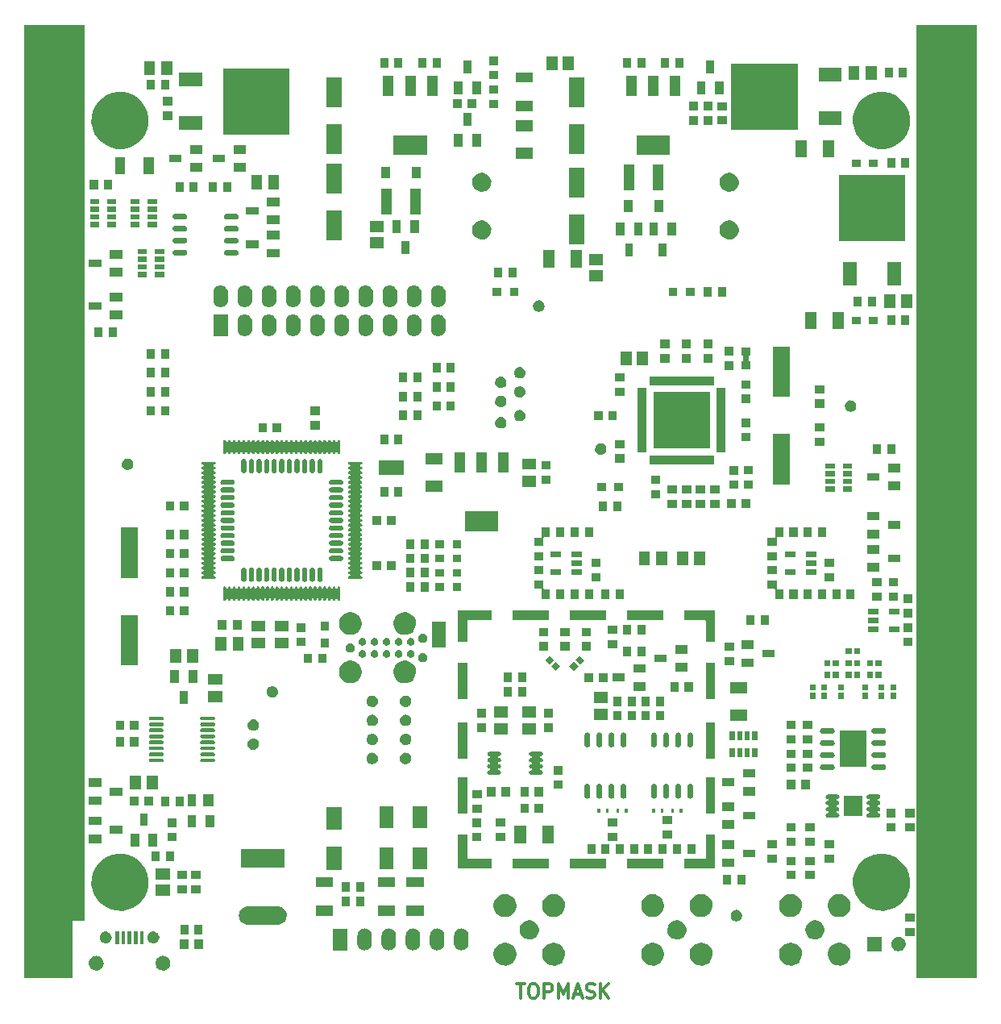
<source format=gts>
G04 #@! TF.FileFunction,Soldermask,Top*
%FSLAX46Y46*%
G04 Gerber Fmt 4.6, Leading zero omitted, Abs format (unit mm)*
G04 Created by KiCad (PCBNEW (after 2015-mar-04 BZR unknown)-product) date Tue 17 Mar 2015 04:43:59 PM EDT*
%MOMM*%
G01*
G04 APERTURE LIST*
%ADD10C,0.100000*%
%ADD11C,0.300000*%
%ADD12C,0.600000*%
G04 APERTURE END LIST*
D10*
D11*
X126642857Y-125678571D02*
X127500000Y-125678571D01*
X127071429Y-127178571D02*
X127071429Y-125678571D01*
X128285714Y-125678571D02*
X128571428Y-125678571D01*
X128714286Y-125750000D01*
X128857143Y-125892857D01*
X128928571Y-126178571D01*
X128928571Y-126678571D01*
X128857143Y-126964286D01*
X128714286Y-127107143D01*
X128571428Y-127178571D01*
X128285714Y-127178571D01*
X128142857Y-127107143D01*
X128000000Y-126964286D01*
X127928571Y-126678571D01*
X127928571Y-126178571D01*
X128000000Y-125892857D01*
X128142857Y-125750000D01*
X128285714Y-125678571D01*
X129571429Y-127178571D02*
X129571429Y-125678571D01*
X130142857Y-125678571D01*
X130285715Y-125750000D01*
X130357143Y-125821429D01*
X130428572Y-125964286D01*
X130428572Y-126178571D01*
X130357143Y-126321429D01*
X130285715Y-126392857D01*
X130142857Y-126464286D01*
X129571429Y-126464286D01*
X131071429Y-127178571D02*
X131071429Y-125678571D01*
X131571429Y-126750000D01*
X132071429Y-125678571D01*
X132071429Y-127178571D01*
X132714286Y-126750000D02*
X133428572Y-126750000D01*
X132571429Y-127178571D02*
X133071429Y-125678571D01*
X133571429Y-127178571D01*
X134000000Y-127107143D02*
X134214286Y-127178571D01*
X134571429Y-127178571D01*
X134714286Y-127107143D01*
X134785715Y-127035714D01*
X134857143Y-126892857D01*
X134857143Y-126750000D01*
X134785715Y-126607143D01*
X134714286Y-126535714D01*
X134571429Y-126464286D01*
X134285715Y-126392857D01*
X134142857Y-126321429D01*
X134071429Y-126250000D01*
X134000000Y-126107143D01*
X134000000Y-125964286D01*
X134071429Y-125821429D01*
X134142857Y-125750000D01*
X134285715Y-125678571D01*
X134642857Y-125678571D01*
X134857143Y-125750000D01*
X135500000Y-127178571D02*
X135500000Y-125678571D01*
X136357143Y-127178571D02*
X135714286Y-126321429D01*
X136357143Y-125678571D02*
X135500000Y-126535714D01*
D12*
X150750000Y-59250000D02*
X150750000Y-60750000D01*
D10*
G36*
X81300000Y-119050000D02*
X80050000Y-119050000D01*
X80050000Y-125050000D01*
X74950000Y-125050000D01*
X74950000Y-24950000D01*
X81300000Y-24950000D01*
X81300000Y-119050000D01*
X81300000Y-119050000D01*
G37*
G36*
X82700000Y-42225000D02*
X81800000Y-42225000D01*
X81800000Y-41275000D01*
X82700000Y-41275000D01*
X82700000Y-42225000D01*
X82700000Y-42225000D01*
G37*
G36*
X82825000Y-43825000D02*
X81875000Y-43825000D01*
X81875000Y-43275000D01*
X82825000Y-43275000D01*
X82825000Y-43825000D01*
X82825000Y-43825000D01*
G37*
G36*
X82825000Y-44625000D02*
X81875000Y-44625000D01*
X81875000Y-44075000D01*
X82825000Y-44075000D01*
X82825000Y-44625000D01*
X82825000Y-44625000D01*
G37*
G36*
X82825000Y-45425000D02*
X81875000Y-45425000D01*
X81875000Y-44875000D01*
X82825000Y-44875000D01*
X82825000Y-45425000D01*
X82825000Y-45425000D01*
G37*
G36*
X82825000Y-46225000D02*
X81875000Y-46225000D01*
X81875000Y-45675000D01*
X82825000Y-45675000D01*
X82825000Y-46225000D01*
X82825000Y-46225000D01*
G37*
G36*
X83050000Y-50400000D02*
X81750000Y-50400000D01*
X81750000Y-49600000D01*
X83050000Y-49600000D01*
X83050000Y-50400000D01*
X83050000Y-50400000D01*
G37*
G36*
X83050000Y-54900000D02*
X81750000Y-54900000D01*
X81750000Y-54100000D01*
X83050000Y-54100000D01*
X83050000Y-54900000D01*
X83050000Y-54900000D01*
G37*
G36*
X83050000Y-105000000D02*
X81750000Y-105000000D01*
X81750000Y-104100000D01*
X83050000Y-104100000D01*
X83050000Y-105000000D01*
X83050000Y-105000000D01*
G37*
G36*
X83050000Y-106900000D02*
X81750000Y-106900000D01*
X81750000Y-106000000D01*
X83050000Y-106000000D01*
X83050000Y-106900000D01*
X83050000Y-106900000D01*
G37*
G36*
X83050000Y-109000000D02*
X81750000Y-109000000D01*
X81750000Y-108100000D01*
X83050000Y-108100000D01*
X83050000Y-109000000D01*
X83050000Y-109000000D01*
G37*
G36*
X83050000Y-110900000D02*
X81750000Y-110900000D01*
X81750000Y-110000000D01*
X83050000Y-110000000D01*
X83050000Y-110900000D01*
X83050000Y-110900000D01*
G37*
G36*
X83175000Y-57750000D02*
X82325000Y-57750000D01*
X82325000Y-56750000D01*
X83175000Y-56750000D01*
X83175000Y-57750000D01*
X83175000Y-57750000D01*
G37*
G36*
X83278736Y-123505406D02*
X83262935Y-123655737D01*
X83262929Y-123655755D01*
X83262921Y-123655835D01*
X83218194Y-123800325D01*
X83146254Y-123933375D01*
X83049842Y-124049917D01*
X82932628Y-124145514D01*
X82799080Y-124216523D01*
X82654282Y-124260240D01*
X82503750Y-124275000D01*
X82499341Y-124275000D01*
X82496250Y-124275000D01*
X82496175Y-124275000D01*
X82489485Y-124274953D01*
X82489480Y-124274952D01*
X82485429Y-124274924D01*
X82335118Y-124258064D01*
X82190945Y-124212330D01*
X82058401Y-124139463D01*
X81942534Y-124042239D01*
X81847758Y-123924361D01*
X81777683Y-123790320D01*
X81734977Y-123645221D01*
X81734970Y-123645154D01*
X81734964Y-123645131D01*
X81721264Y-123494594D01*
X81737065Y-123344263D01*
X81737070Y-123344244D01*
X81737079Y-123344165D01*
X81781806Y-123199675D01*
X81853746Y-123066625D01*
X81950158Y-122950083D01*
X82067372Y-122854486D01*
X82200920Y-122783477D01*
X82345718Y-122739760D01*
X82496250Y-122725000D01*
X82500659Y-122725000D01*
X82503750Y-122725000D01*
X82503825Y-122725000D01*
X82510515Y-122725047D01*
X82510519Y-122725047D01*
X82514571Y-122725076D01*
X82664882Y-122741936D01*
X82809055Y-122787670D01*
X82941599Y-122860537D01*
X83057466Y-122957761D01*
X83152242Y-123075639D01*
X83222317Y-123209680D01*
X83265023Y-123354779D01*
X83265029Y-123354845D01*
X83265036Y-123354869D01*
X83278736Y-123505406D01*
X83278736Y-123505406D01*
G37*
G36*
X84128013Y-120804358D02*
X84115273Y-120925577D01*
X84115267Y-120925595D01*
X84115259Y-120925674D01*
X84079188Y-121042197D01*
X84021172Y-121149496D01*
X83943420Y-121243482D01*
X83848894Y-121320576D01*
X83741193Y-121377841D01*
X83624420Y-121413097D01*
X83503024Y-121425000D01*
X83498614Y-121425000D01*
X83496976Y-121425000D01*
X83496908Y-121425000D01*
X83492307Y-121424968D01*
X83492300Y-121424967D01*
X83488250Y-121424939D01*
X83367031Y-121411342D01*
X83250762Y-121374460D01*
X83143872Y-121315696D01*
X83050431Y-121237290D01*
X82973998Y-121142227D01*
X82917486Y-121034129D01*
X82883046Y-120917113D01*
X82883039Y-120917046D01*
X82883033Y-120917023D01*
X82871987Y-120795642D01*
X82884727Y-120674423D01*
X82884732Y-120674404D01*
X82884741Y-120674326D01*
X82920812Y-120557803D01*
X82978828Y-120450504D01*
X83056580Y-120356518D01*
X83151106Y-120279424D01*
X83258807Y-120222159D01*
X83375580Y-120186903D01*
X83496976Y-120175000D01*
X83501386Y-120175000D01*
X83503024Y-120175000D01*
X83503092Y-120175000D01*
X83507693Y-120175032D01*
X83507699Y-120175032D01*
X83511750Y-120175061D01*
X83632969Y-120188658D01*
X83749238Y-120225540D01*
X83856128Y-120284304D01*
X83949569Y-120362710D01*
X84026002Y-120457773D01*
X84082514Y-120565871D01*
X84116954Y-120682887D01*
X84116960Y-120682953D01*
X84116967Y-120682977D01*
X84128013Y-120804358D01*
X84128013Y-120804358D01*
G37*
G36*
X84200000Y-42225000D02*
X83300000Y-42225000D01*
X83300000Y-41275000D01*
X84200000Y-41275000D01*
X84200000Y-42225000D01*
X84200000Y-42225000D01*
G37*
G36*
X84625000Y-43825000D02*
X83675000Y-43825000D01*
X83675000Y-43275000D01*
X84625000Y-43275000D01*
X84625000Y-43825000D01*
X84625000Y-43825000D01*
G37*
G36*
X84625000Y-44625000D02*
X83675000Y-44625000D01*
X83675000Y-44075000D01*
X84625000Y-44075000D01*
X84625000Y-44625000D01*
X84625000Y-44625000D01*
G37*
G36*
X84625000Y-45425000D02*
X83675000Y-45425000D01*
X83675000Y-44875000D01*
X84625000Y-44875000D01*
X84625000Y-45425000D01*
X84625000Y-45425000D01*
G37*
G36*
X84625000Y-46225000D02*
X83675000Y-46225000D01*
X83675000Y-45675000D01*
X84625000Y-45675000D01*
X84625000Y-46225000D01*
X84625000Y-46225000D01*
G37*
G36*
X84675000Y-57750000D02*
X83825000Y-57750000D01*
X83825000Y-56750000D01*
X84675000Y-56750000D01*
X84675000Y-57750000D01*
X84675000Y-57750000D01*
G37*
G36*
X84900000Y-121475000D02*
X84500000Y-121475000D01*
X84500000Y-120125000D01*
X84900000Y-120125000D01*
X84900000Y-121475000D01*
X84900000Y-121475000D01*
G37*
G36*
X85250000Y-49500000D02*
X83950000Y-49500000D01*
X83950000Y-48600000D01*
X85250000Y-48600000D01*
X85250000Y-49500000D01*
X85250000Y-49500000D01*
G37*
G36*
X85250000Y-51400000D02*
X83950000Y-51400000D01*
X83950000Y-50500000D01*
X85250000Y-50500000D01*
X85250000Y-51400000D01*
X85250000Y-51400000D01*
G37*
G36*
X85250000Y-54000000D02*
X83950000Y-54000000D01*
X83950000Y-53100000D01*
X85250000Y-53100000D01*
X85250000Y-54000000D01*
X85250000Y-54000000D01*
G37*
G36*
X85250000Y-55900000D02*
X83950000Y-55900000D01*
X83950000Y-55000000D01*
X85250000Y-55000000D01*
X85250000Y-55900000D01*
X85250000Y-55900000D01*
G37*
G36*
X85250000Y-105900000D02*
X83950000Y-105900000D01*
X83950000Y-105100000D01*
X85250000Y-105100000D01*
X85250000Y-105900000D01*
X85250000Y-105900000D01*
G37*
G36*
X85250000Y-109900000D02*
X83950000Y-109900000D01*
X83950000Y-109100000D01*
X85250000Y-109100000D01*
X85250000Y-109900000D01*
X85250000Y-109900000D01*
G37*
G36*
X85450000Y-98975000D02*
X84550000Y-98975000D01*
X84550000Y-98025000D01*
X85450000Y-98025000D01*
X85450000Y-98975000D01*
X85450000Y-98975000D01*
G37*
G36*
X85450000Y-100725000D02*
X84550000Y-100725000D01*
X84550000Y-99775000D01*
X85450000Y-99775000D01*
X85450000Y-100725000D01*
X85450000Y-100725000D01*
G37*
G36*
X85525000Y-40650000D02*
X84475000Y-40650000D01*
X84475000Y-38850000D01*
X85525000Y-38850000D01*
X85525000Y-40650000D01*
X85525000Y-40650000D01*
G37*
G36*
X85550000Y-121475000D02*
X85150000Y-121475000D01*
X85150000Y-120125000D01*
X85550000Y-120125000D01*
X85550000Y-121475000D01*
X85550000Y-121475000D01*
G37*
G36*
X86200000Y-121475000D02*
X85800000Y-121475000D01*
X85800000Y-120125000D01*
X86200000Y-120125000D01*
X86200000Y-121475000D01*
X86200000Y-121475000D01*
G37*
G36*
X86400026Y-71041167D02*
X86398149Y-71175564D01*
X86397998Y-71176227D01*
X86397998Y-71176251D01*
X86372084Y-71290309D01*
X86324226Y-71397798D01*
X86256396Y-71493954D01*
X86171186Y-71575098D01*
X86071837Y-71638146D01*
X85962136Y-71680697D01*
X85846253Y-71701131D01*
X85728612Y-71698666D01*
X85613691Y-71673400D01*
X85505866Y-71626292D01*
X85409245Y-71559138D01*
X85327506Y-71474495D01*
X85263764Y-71375587D01*
X85220448Y-71266183D01*
X85199207Y-71150450D01*
X85200850Y-71032797D01*
X85225314Y-70917700D01*
X85271669Y-70809545D01*
X85338147Y-70712458D01*
X85422216Y-70630131D01*
X85520674Y-70565702D01*
X85629772Y-70521623D01*
X85745356Y-70499574D01*
X85863026Y-70500396D01*
X85978285Y-70524055D01*
X86086755Y-70569652D01*
X86184310Y-70635453D01*
X86267220Y-70718944D01*
X86332334Y-70816950D01*
X86377176Y-70925744D01*
X86399893Y-71040474D01*
X86399892Y-71040493D01*
X86400026Y-71041167D01*
X86400026Y-71041167D01*
G37*
G36*
X86850000Y-121475000D02*
X86450000Y-121475000D01*
X86450000Y-120125000D01*
X86850000Y-120125000D01*
X86850000Y-121475000D01*
X86850000Y-121475000D01*
G37*
G36*
X86900000Y-83050000D02*
X85100000Y-83050000D01*
X85100000Y-77750000D01*
X86900000Y-77750000D01*
X86900000Y-83050000D01*
X86900000Y-83050000D01*
G37*
G36*
X86900000Y-92250000D02*
X85100000Y-92250000D01*
X85100000Y-86950000D01*
X86900000Y-86950000D01*
X86900000Y-92250000D01*
X86900000Y-92250000D01*
G37*
G36*
X86950000Y-98975000D02*
X86050000Y-98975000D01*
X86050000Y-98025000D01*
X86950000Y-98025000D01*
X86950000Y-98975000D01*
X86950000Y-98975000D01*
G37*
G36*
X86950000Y-100725000D02*
X86050000Y-100725000D01*
X86050000Y-99775000D01*
X86950000Y-99775000D01*
X86950000Y-100725000D01*
X86950000Y-100725000D01*
G37*
G36*
X86950000Y-106975000D02*
X86050000Y-106975000D01*
X86050000Y-106025000D01*
X86950000Y-106025000D01*
X86950000Y-106975000D01*
X86950000Y-106975000D01*
G37*
G36*
X87000000Y-111250000D02*
X86100000Y-111250000D01*
X86100000Y-109950000D01*
X87000000Y-109950000D01*
X87000000Y-111250000D01*
X87000000Y-111250000D01*
G37*
G36*
X87075000Y-43825000D02*
X86125000Y-43825000D01*
X86125000Y-43275000D01*
X87075000Y-43275000D01*
X87075000Y-43825000D01*
X87075000Y-43825000D01*
G37*
G36*
X87075000Y-44625000D02*
X86125000Y-44625000D01*
X86125000Y-44075000D01*
X87075000Y-44075000D01*
X87075000Y-44625000D01*
X87075000Y-44625000D01*
G37*
G36*
X87075000Y-45425000D02*
X86125000Y-45425000D01*
X86125000Y-44875000D01*
X87075000Y-44875000D01*
X87075000Y-45425000D01*
X87075000Y-45425000D01*
G37*
G36*
X87075000Y-46225000D02*
X86125000Y-46225000D01*
X86125000Y-45675000D01*
X87075000Y-45675000D01*
X87075000Y-46225000D01*
X87075000Y-46225000D01*
G37*
G36*
X87175000Y-105225000D02*
X86025000Y-105225000D01*
X86025000Y-103775000D01*
X87175000Y-103775000D01*
X87175000Y-105225000D01*
X87175000Y-105225000D01*
G37*
G36*
X87500000Y-121475000D02*
X87100000Y-121475000D01*
X87100000Y-120125000D01*
X87500000Y-120125000D01*
X87500000Y-121475000D01*
X87500000Y-121475000D01*
G37*
G36*
X87825000Y-49075000D02*
X86875000Y-49075000D01*
X86875000Y-48525000D01*
X87825000Y-48525000D01*
X87825000Y-49075000D01*
X87825000Y-49075000D01*
G37*
G36*
X87825000Y-49875000D02*
X86875000Y-49875000D01*
X86875000Y-49325000D01*
X87825000Y-49325000D01*
X87825000Y-49875000D01*
X87825000Y-49875000D01*
G37*
G36*
X87825000Y-50675000D02*
X86875000Y-50675000D01*
X86875000Y-50125000D01*
X87825000Y-50125000D01*
X87825000Y-50675000D01*
X87825000Y-50675000D01*
G37*
G36*
X87825000Y-51475000D02*
X86875000Y-51475000D01*
X86875000Y-50925000D01*
X87825000Y-50925000D01*
X87825000Y-51475000D01*
X87825000Y-51475000D01*
G37*
G36*
X87900000Y-109050000D02*
X87100000Y-109050000D01*
X87100000Y-107750000D01*
X87900000Y-107750000D01*
X87900000Y-109050000D01*
X87900000Y-109050000D01*
G37*
G36*
X88000129Y-34705835D02*
X87990746Y-35377819D01*
X87990594Y-35378486D01*
X87990594Y-35378506D01*
X87860407Y-35951528D01*
X87621108Y-36489003D01*
X87281979Y-36969748D01*
X86855925Y-37375473D01*
X86359176Y-37690720D01*
X85810668Y-37903472D01*
X85231270Y-38005636D01*
X84643069Y-37993315D01*
X84068461Y-37866979D01*
X83529337Y-37631442D01*
X83046231Y-37295674D01*
X82637541Y-36872463D01*
X82318836Y-36377930D01*
X82102257Y-35830913D01*
X81996052Y-35252247D01*
X82004266Y-34663977D01*
X82126587Y-34088501D01*
X82358357Y-33547741D01*
X82690745Y-33062303D01*
X83111090Y-32650669D01*
X83603383Y-32328522D01*
X84148873Y-32108129D01*
X84726786Y-31997886D01*
X85315103Y-32001994D01*
X85891421Y-32120295D01*
X86433778Y-32348281D01*
X86921530Y-32677273D01*
X87336086Y-33094734D01*
X87661662Y-33584766D01*
X87885859Y-34128708D01*
X87999996Y-34705145D01*
X87999995Y-34705162D01*
X88000129Y-34705835D01*
X88000129Y-34705835D01*
G37*
G36*
X88000129Y-114705835D02*
X87990746Y-115377819D01*
X87990594Y-115378486D01*
X87990594Y-115378506D01*
X87860407Y-115951528D01*
X87621108Y-116489003D01*
X87281979Y-116969748D01*
X86855925Y-117375473D01*
X86359176Y-117690720D01*
X85810668Y-117903472D01*
X85231270Y-118005636D01*
X84643069Y-117993315D01*
X84068461Y-117866979D01*
X83529337Y-117631442D01*
X83046231Y-117295674D01*
X82637541Y-116872463D01*
X82318836Y-116377930D01*
X82102257Y-115830913D01*
X81996052Y-115252247D01*
X82004266Y-114663977D01*
X82126587Y-114088501D01*
X82358357Y-113547741D01*
X82690745Y-113062303D01*
X83111090Y-112650669D01*
X83603383Y-112328522D01*
X84148873Y-112108129D01*
X84726786Y-111997886D01*
X85315103Y-112001994D01*
X85891421Y-112120295D01*
X86433778Y-112348281D01*
X86921530Y-112677273D01*
X87336086Y-113094734D01*
X87661662Y-113584766D01*
X87885859Y-114128708D01*
X87999996Y-114705145D01*
X87999995Y-114705162D01*
X88000129Y-114705835D01*
X88000129Y-114705835D01*
G37*
G36*
X88450000Y-106975000D02*
X87550000Y-106975000D01*
X87550000Y-106025000D01*
X88450000Y-106025000D01*
X88450000Y-106975000D01*
X88450000Y-106975000D01*
G37*
G36*
X88525000Y-40650000D02*
X87475000Y-40650000D01*
X87475000Y-38850000D01*
X88525000Y-38850000D01*
X88525000Y-40650000D01*
X88525000Y-40650000D01*
G37*
G36*
X88675000Y-30225000D02*
X87525000Y-30225000D01*
X87525000Y-28775000D01*
X88675000Y-28775000D01*
X88675000Y-30225000D01*
X88675000Y-30225000D01*
G37*
G36*
X88675000Y-31750000D02*
X87825000Y-31750000D01*
X87825000Y-30750000D01*
X88675000Y-30750000D01*
X88675000Y-31750000D01*
X88675000Y-31750000D01*
G37*
G36*
X88675000Y-60000000D02*
X87825000Y-60000000D01*
X87825000Y-59000000D01*
X88675000Y-59000000D01*
X88675000Y-60000000D01*
X88675000Y-60000000D01*
G37*
G36*
X88675000Y-62000000D02*
X87825000Y-62000000D01*
X87825000Y-61000000D01*
X88675000Y-61000000D01*
X88675000Y-62000000D01*
X88675000Y-62000000D01*
G37*
G36*
X88675000Y-64000000D02*
X87825000Y-64000000D01*
X87825000Y-63000000D01*
X88675000Y-63000000D01*
X88675000Y-64000000D01*
X88675000Y-64000000D01*
G37*
G36*
X88675000Y-66000000D02*
X87825000Y-66000000D01*
X87825000Y-65000000D01*
X88675000Y-65000000D01*
X88675000Y-66000000D01*
X88675000Y-66000000D01*
G37*
G36*
X88875000Y-43825000D02*
X87925000Y-43825000D01*
X87925000Y-43275000D01*
X88875000Y-43275000D01*
X88875000Y-43825000D01*
X88875000Y-43825000D01*
G37*
G36*
X88875000Y-44625000D02*
X87925000Y-44625000D01*
X87925000Y-44075000D01*
X88875000Y-44075000D01*
X88875000Y-44625000D01*
X88875000Y-44625000D01*
G37*
G36*
X88875000Y-45425000D02*
X87925000Y-45425000D01*
X87925000Y-44875000D01*
X88875000Y-44875000D01*
X88875000Y-45425000D01*
X88875000Y-45425000D01*
G37*
G36*
X88875000Y-46225000D02*
X87925000Y-46225000D01*
X87925000Y-45675000D01*
X88875000Y-45675000D01*
X88875000Y-46225000D01*
X88875000Y-46225000D01*
G37*
G36*
X88900000Y-111250000D02*
X88000000Y-111250000D01*
X88000000Y-109950000D01*
X88900000Y-109950000D01*
X88900000Y-111250000D01*
X88900000Y-111250000D01*
G37*
G36*
X88975000Y-105225000D02*
X87825000Y-105225000D01*
X87825000Y-103775000D01*
X88975000Y-103775000D01*
X88975000Y-105225000D01*
X88975000Y-105225000D01*
G37*
G36*
X89128013Y-120804358D02*
X89115273Y-120925577D01*
X89115267Y-120925595D01*
X89115259Y-120925674D01*
X89079188Y-121042197D01*
X89021172Y-121149496D01*
X88943420Y-121243482D01*
X88848894Y-121320576D01*
X88741193Y-121377841D01*
X88624420Y-121413097D01*
X88503024Y-121425000D01*
X88498614Y-121425000D01*
X88496976Y-121425000D01*
X88496908Y-121425000D01*
X88492307Y-121424968D01*
X88492300Y-121424967D01*
X88488250Y-121424939D01*
X88367031Y-121411342D01*
X88250762Y-121374460D01*
X88143872Y-121315696D01*
X88050431Y-121237290D01*
X87973998Y-121142227D01*
X87917486Y-121034129D01*
X87883046Y-120917113D01*
X87883039Y-120917046D01*
X87883033Y-120917023D01*
X87871987Y-120795642D01*
X87884727Y-120674423D01*
X87884732Y-120674404D01*
X87884741Y-120674326D01*
X87920812Y-120557803D01*
X87978828Y-120450504D01*
X88056580Y-120356518D01*
X88151106Y-120279424D01*
X88258807Y-120222159D01*
X88375580Y-120186903D01*
X88496976Y-120175000D01*
X88501386Y-120175000D01*
X88503024Y-120175000D01*
X88503092Y-120175000D01*
X88507693Y-120175032D01*
X88507699Y-120175032D01*
X88511750Y-120175061D01*
X88632969Y-120188658D01*
X88749238Y-120225540D01*
X88856128Y-120284304D01*
X88949569Y-120362710D01*
X89026002Y-120457773D01*
X89082514Y-120565871D01*
X89116954Y-120682887D01*
X89116960Y-120682953D01*
X89116967Y-120682977D01*
X89128013Y-120804358D01*
X89128013Y-120804358D01*
G37*
G36*
X89175000Y-112750000D02*
X88325000Y-112750000D01*
X88325000Y-111750000D01*
X89175000Y-111750000D01*
X89175000Y-112750000D01*
X89175000Y-112750000D01*
G37*
G36*
X89578750Y-97796392D02*
X89574680Y-97835117D01*
X89574673Y-97835139D01*
X89574665Y-97835216D01*
X89563123Y-97872503D01*
X89544558Y-97906839D01*
X89519677Y-97936914D01*
X89489428Y-97961584D01*
X89454964Y-97979909D01*
X89417597Y-97991191D01*
X89378750Y-97995000D01*
X89374341Y-97995000D01*
X88222430Y-97995000D01*
X88221250Y-97995000D01*
X88218458Y-97994981D01*
X88179668Y-97990630D01*
X88142462Y-97978827D01*
X88108257Y-97960023D01*
X88078355Y-97934933D01*
X88053897Y-97904513D01*
X88035813Y-97869921D01*
X88024793Y-97832476D01*
X88024787Y-97832414D01*
X88024779Y-97832386D01*
X88021250Y-97793608D01*
X88025320Y-97754883D01*
X88025326Y-97754860D01*
X88025335Y-97754784D01*
X88036877Y-97717497D01*
X88055442Y-97683161D01*
X88080323Y-97653086D01*
X88110572Y-97628416D01*
X88145036Y-97610091D01*
X88182403Y-97598809D01*
X88221250Y-97595000D01*
X88225659Y-97595000D01*
X89377570Y-97595000D01*
X89378750Y-97595000D01*
X89381542Y-97595019D01*
X89420332Y-97599370D01*
X89457538Y-97611173D01*
X89491743Y-97629977D01*
X89521645Y-97655067D01*
X89546103Y-97685487D01*
X89564187Y-97720079D01*
X89575207Y-97757524D01*
X89575212Y-97757585D01*
X89575221Y-97757614D01*
X89578750Y-97796392D01*
X89578750Y-97796392D01*
G37*
G36*
X89578750Y-98426392D02*
X89574680Y-98465117D01*
X89574673Y-98465139D01*
X89574665Y-98465216D01*
X89563123Y-98502503D01*
X89544558Y-98536839D01*
X89519677Y-98566914D01*
X89489428Y-98591584D01*
X89454964Y-98609909D01*
X89417597Y-98621191D01*
X89378750Y-98625000D01*
X89374341Y-98625000D01*
X88222430Y-98625000D01*
X88221250Y-98625000D01*
X88218458Y-98624981D01*
X88179668Y-98620630D01*
X88142462Y-98608827D01*
X88108257Y-98590023D01*
X88078355Y-98564933D01*
X88053897Y-98534513D01*
X88035813Y-98499921D01*
X88024793Y-98462476D01*
X88024787Y-98462414D01*
X88024779Y-98462386D01*
X88021250Y-98423608D01*
X88025320Y-98384883D01*
X88025326Y-98384860D01*
X88025335Y-98384784D01*
X88036877Y-98347497D01*
X88055442Y-98313161D01*
X88080323Y-98283086D01*
X88110572Y-98258416D01*
X88145036Y-98240091D01*
X88182403Y-98228809D01*
X88221250Y-98225000D01*
X88225659Y-98225000D01*
X89377570Y-98225000D01*
X89378750Y-98225000D01*
X89381542Y-98225019D01*
X89420332Y-98229370D01*
X89457538Y-98241173D01*
X89491743Y-98259977D01*
X89521645Y-98285067D01*
X89546103Y-98315487D01*
X89564187Y-98350079D01*
X89575207Y-98387524D01*
X89575212Y-98387585D01*
X89575221Y-98387614D01*
X89578750Y-98426392D01*
X89578750Y-98426392D01*
G37*
G36*
X89578750Y-99056392D02*
X89574680Y-99095117D01*
X89574673Y-99095139D01*
X89574665Y-99095216D01*
X89563123Y-99132503D01*
X89544558Y-99166839D01*
X89519677Y-99196914D01*
X89489428Y-99221584D01*
X89454964Y-99239909D01*
X89417597Y-99251191D01*
X89378750Y-99255000D01*
X89374341Y-99255000D01*
X88222430Y-99255000D01*
X88221250Y-99255000D01*
X88218458Y-99254981D01*
X88179668Y-99250630D01*
X88142462Y-99238827D01*
X88108257Y-99220023D01*
X88078355Y-99194933D01*
X88053897Y-99164513D01*
X88035813Y-99129921D01*
X88024793Y-99092476D01*
X88024787Y-99092414D01*
X88024779Y-99092386D01*
X88021250Y-99053608D01*
X88025320Y-99014883D01*
X88025326Y-99014860D01*
X88025335Y-99014784D01*
X88036877Y-98977497D01*
X88055442Y-98943161D01*
X88080323Y-98913086D01*
X88110572Y-98888416D01*
X88145036Y-98870091D01*
X88182403Y-98858809D01*
X88221250Y-98855000D01*
X88225659Y-98855000D01*
X89377570Y-98855000D01*
X89378750Y-98855000D01*
X89381542Y-98855019D01*
X89420332Y-98859370D01*
X89457538Y-98871173D01*
X89491743Y-98889977D01*
X89521645Y-98915067D01*
X89546103Y-98945487D01*
X89564187Y-98980079D01*
X89575207Y-99017524D01*
X89575212Y-99017585D01*
X89575221Y-99017614D01*
X89578750Y-99056392D01*
X89578750Y-99056392D01*
G37*
G36*
X89578750Y-99686392D02*
X89574680Y-99725117D01*
X89574673Y-99725139D01*
X89574665Y-99725216D01*
X89563123Y-99762503D01*
X89544558Y-99796839D01*
X89519677Y-99826914D01*
X89489428Y-99851584D01*
X89454964Y-99869909D01*
X89417597Y-99881191D01*
X89378750Y-99885000D01*
X89374341Y-99885000D01*
X88222430Y-99885000D01*
X88221250Y-99885000D01*
X88218458Y-99884981D01*
X88179668Y-99880630D01*
X88142462Y-99868827D01*
X88108257Y-99850023D01*
X88078355Y-99824933D01*
X88053897Y-99794513D01*
X88035813Y-99759921D01*
X88024793Y-99722476D01*
X88024787Y-99722414D01*
X88024779Y-99722386D01*
X88021250Y-99683608D01*
X88025320Y-99644883D01*
X88025326Y-99644860D01*
X88025335Y-99644784D01*
X88036877Y-99607497D01*
X88055442Y-99573161D01*
X88080323Y-99543086D01*
X88110572Y-99518416D01*
X88145036Y-99500091D01*
X88182403Y-99488809D01*
X88221250Y-99485000D01*
X88225659Y-99485000D01*
X89377570Y-99485000D01*
X89378750Y-99485000D01*
X89381542Y-99485019D01*
X89420332Y-99489370D01*
X89457538Y-99501173D01*
X89491743Y-99519977D01*
X89521645Y-99545067D01*
X89546103Y-99575487D01*
X89564187Y-99610079D01*
X89575207Y-99647524D01*
X89575212Y-99647585D01*
X89575221Y-99647614D01*
X89578750Y-99686392D01*
X89578750Y-99686392D01*
G37*
G36*
X89578750Y-100316392D02*
X89574680Y-100355117D01*
X89574673Y-100355139D01*
X89574665Y-100355216D01*
X89563123Y-100392503D01*
X89544558Y-100426839D01*
X89519677Y-100456914D01*
X89489428Y-100481584D01*
X89454964Y-100499909D01*
X89417597Y-100511191D01*
X89378750Y-100515000D01*
X89374341Y-100515000D01*
X88222430Y-100515000D01*
X88221250Y-100515000D01*
X88218458Y-100514981D01*
X88179668Y-100510630D01*
X88142462Y-100498827D01*
X88108257Y-100480023D01*
X88078355Y-100454933D01*
X88053897Y-100424513D01*
X88035813Y-100389921D01*
X88024793Y-100352476D01*
X88024787Y-100352414D01*
X88024779Y-100352386D01*
X88021250Y-100313608D01*
X88025320Y-100274883D01*
X88025326Y-100274860D01*
X88025335Y-100274784D01*
X88036877Y-100237497D01*
X88055442Y-100203161D01*
X88080323Y-100173086D01*
X88110572Y-100148416D01*
X88145036Y-100130091D01*
X88182403Y-100118809D01*
X88221250Y-100115000D01*
X88225659Y-100115000D01*
X89377570Y-100115000D01*
X89378750Y-100115000D01*
X89381542Y-100115019D01*
X89420332Y-100119370D01*
X89457538Y-100131173D01*
X89491743Y-100149977D01*
X89521645Y-100175067D01*
X89546103Y-100205487D01*
X89564187Y-100240079D01*
X89575207Y-100277524D01*
X89575212Y-100277585D01*
X89575221Y-100277614D01*
X89578750Y-100316392D01*
X89578750Y-100316392D01*
G37*
G36*
X89578750Y-100946392D02*
X89574680Y-100985117D01*
X89574673Y-100985139D01*
X89574665Y-100985216D01*
X89563123Y-101022503D01*
X89544558Y-101056839D01*
X89519677Y-101086914D01*
X89489428Y-101111584D01*
X89454964Y-101129909D01*
X89417597Y-101141191D01*
X89378750Y-101145000D01*
X89374341Y-101145000D01*
X88222430Y-101145000D01*
X88221250Y-101145000D01*
X88218458Y-101144981D01*
X88179668Y-101140630D01*
X88142462Y-101128827D01*
X88108257Y-101110023D01*
X88078355Y-101084933D01*
X88053897Y-101054513D01*
X88035813Y-101019921D01*
X88024793Y-100982476D01*
X88024787Y-100982414D01*
X88024779Y-100982386D01*
X88021250Y-100943608D01*
X88025320Y-100904883D01*
X88025326Y-100904860D01*
X88025335Y-100904784D01*
X88036877Y-100867497D01*
X88055442Y-100833161D01*
X88080323Y-100803086D01*
X88110572Y-100778416D01*
X88145036Y-100760091D01*
X88182403Y-100748809D01*
X88221250Y-100745000D01*
X88225659Y-100745000D01*
X89377570Y-100745000D01*
X89378750Y-100745000D01*
X89381542Y-100745019D01*
X89420332Y-100749370D01*
X89457538Y-100761173D01*
X89491743Y-100779977D01*
X89521645Y-100805067D01*
X89546103Y-100835487D01*
X89564187Y-100870079D01*
X89575207Y-100907524D01*
X89575212Y-100907585D01*
X89575221Y-100907614D01*
X89578750Y-100946392D01*
X89578750Y-100946392D01*
G37*
G36*
X89578750Y-101576392D02*
X89574680Y-101615117D01*
X89574673Y-101615139D01*
X89574665Y-101615216D01*
X89563123Y-101652503D01*
X89544558Y-101686839D01*
X89519677Y-101716914D01*
X89489428Y-101741584D01*
X89454964Y-101759909D01*
X89417597Y-101771191D01*
X89378750Y-101775000D01*
X89374341Y-101775000D01*
X88222430Y-101775000D01*
X88221250Y-101775000D01*
X88218458Y-101774981D01*
X88179668Y-101770630D01*
X88142462Y-101758827D01*
X88108257Y-101740023D01*
X88078355Y-101714933D01*
X88053897Y-101684513D01*
X88035813Y-101649921D01*
X88024793Y-101612476D01*
X88024787Y-101612414D01*
X88024779Y-101612386D01*
X88021250Y-101573608D01*
X88025320Y-101534883D01*
X88025326Y-101534860D01*
X88025335Y-101534784D01*
X88036877Y-101497497D01*
X88055442Y-101463161D01*
X88080323Y-101433086D01*
X88110572Y-101408416D01*
X88145036Y-101390091D01*
X88182403Y-101378809D01*
X88221250Y-101375000D01*
X88225659Y-101375000D01*
X89377570Y-101375000D01*
X89378750Y-101375000D01*
X89381542Y-101375019D01*
X89420332Y-101379370D01*
X89457538Y-101391173D01*
X89491743Y-101409977D01*
X89521645Y-101435067D01*
X89546103Y-101465487D01*
X89564187Y-101500079D01*
X89575207Y-101537524D01*
X89575212Y-101537585D01*
X89575221Y-101537614D01*
X89578750Y-101576392D01*
X89578750Y-101576392D01*
G37*
G36*
X89578750Y-102206392D02*
X89574680Y-102245117D01*
X89574673Y-102245139D01*
X89574665Y-102245216D01*
X89563123Y-102282503D01*
X89544558Y-102316839D01*
X89519677Y-102346914D01*
X89489428Y-102371584D01*
X89454964Y-102389909D01*
X89417597Y-102401191D01*
X89378750Y-102405000D01*
X89374341Y-102405000D01*
X88222430Y-102405000D01*
X88221250Y-102405000D01*
X88218458Y-102404981D01*
X88179668Y-102400630D01*
X88142462Y-102388827D01*
X88108257Y-102370023D01*
X88078355Y-102344933D01*
X88053897Y-102314513D01*
X88035813Y-102279921D01*
X88024793Y-102242476D01*
X88024787Y-102242414D01*
X88024779Y-102242386D01*
X88021250Y-102203608D01*
X88025320Y-102164883D01*
X88025326Y-102164860D01*
X88025335Y-102164784D01*
X88036877Y-102127497D01*
X88055442Y-102093161D01*
X88080323Y-102063086D01*
X88110572Y-102038416D01*
X88145036Y-102020091D01*
X88182403Y-102008809D01*
X88221250Y-102005000D01*
X88225659Y-102005000D01*
X89377570Y-102005000D01*
X89378750Y-102005000D01*
X89381542Y-102005019D01*
X89420332Y-102009370D01*
X89457538Y-102021173D01*
X89491743Y-102039977D01*
X89521645Y-102065067D01*
X89546103Y-102095487D01*
X89564187Y-102130079D01*
X89575207Y-102167524D01*
X89575212Y-102167585D01*
X89575221Y-102167614D01*
X89578750Y-102206392D01*
X89578750Y-102206392D01*
G37*
G36*
X89625000Y-49075000D02*
X88675000Y-49075000D01*
X88675000Y-48525000D01*
X89625000Y-48525000D01*
X89625000Y-49075000D01*
X89625000Y-49075000D01*
G37*
G36*
X89625000Y-49875000D02*
X88675000Y-49875000D01*
X88675000Y-49325000D01*
X89625000Y-49325000D01*
X89625000Y-49875000D01*
X89625000Y-49875000D01*
G37*
G36*
X89625000Y-50675000D02*
X88675000Y-50675000D01*
X88675000Y-50125000D01*
X89625000Y-50125000D01*
X89625000Y-50675000D01*
X89625000Y-50675000D01*
G37*
G36*
X89625000Y-51475000D02*
X88675000Y-51475000D01*
X88675000Y-50925000D01*
X89625000Y-50925000D01*
X89625000Y-51475000D01*
X89625000Y-51475000D01*
G37*
G36*
X90175000Y-31750000D02*
X89325000Y-31750000D01*
X89325000Y-30750000D01*
X90175000Y-30750000D01*
X90175000Y-31750000D01*
X90175000Y-31750000D01*
G37*
G36*
X90175000Y-60000000D02*
X89325000Y-60000000D01*
X89325000Y-59000000D01*
X90175000Y-59000000D01*
X90175000Y-60000000D01*
X90175000Y-60000000D01*
G37*
G36*
X90175000Y-62000000D02*
X89325000Y-62000000D01*
X89325000Y-61000000D01*
X90175000Y-61000000D01*
X90175000Y-62000000D01*
X90175000Y-62000000D01*
G37*
G36*
X90175000Y-64000000D02*
X89325000Y-64000000D01*
X89325000Y-63000000D01*
X90175000Y-63000000D01*
X90175000Y-64000000D01*
X90175000Y-64000000D01*
G37*
G36*
X90175000Y-66000000D02*
X89325000Y-66000000D01*
X89325000Y-65000000D01*
X90175000Y-65000000D01*
X90175000Y-66000000D01*
X90175000Y-66000000D01*
G37*
G36*
X90175000Y-107000000D02*
X89325000Y-107000000D01*
X89325000Y-106000000D01*
X90175000Y-106000000D01*
X90175000Y-107000000D01*
X90175000Y-107000000D01*
G37*
G36*
X90225000Y-114750000D02*
X88775000Y-114750000D01*
X88775000Y-113550000D01*
X90225000Y-113550000D01*
X90225000Y-114750000D01*
X90225000Y-114750000D01*
G37*
G36*
X90225000Y-116450000D02*
X88775000Y-116450000D01*
X88775000Y-115250000D01*
X90225000Y-115250000D01*
X90225000Y-116450000D01*
X90225000Y-116450000D01*
G37*
G36*
X90278736Y-123505406D02*
X90262935Y-123655737D01*
X90262929Y-123655755D01*
X90262921Y-123655835D01*
X90218194Y-123800325D01*
X90146254Y-123933375D01*
X90049842Y-124049917D01*
X89932628Y-124145514D01*
X89799080Y-124216523D01*
X89654282Y-124260240D01*
X89503750Y-124275000D01*
X89499341Y-124275000D01*
X89496250Y-124275000D01*
X89496175Y-124275000D01*
X89489485Y-124274953D01*
X89489480Y-124274952D01*
X89485429Y-124274924D01*
X89335118Y-124258064D01*
X89190945Y-124212330D01*
X89058401Y-124139463D01*
X88942534Y-124042239D01*
X88847758Y-123924361D01*
X88777683Y-123790320D01*
X88734977Y-123645221D01*
X88734970Y-123645154D01*
X88734964Y-123645131D01*
X88721264Y-123494594D01*
X88737065Y-123344263D01*
X88737070Y-123344244D01*
X88737079Y-123344165D01*
X88781806Y-123199675D01*
X88853746Y-123066625D01*
X88950158Y-122950083D01*
X89067372Y-122854486D01*
X89200920Y-122783477D01*
X89345718Y-122739760D01*
X89496250Y-122725000D01*
X89500659Y-122725000D01*
X89503750Y-122725000D01*
X89503825Y-122725000D01*
X89510515Y-122725047D01*
X89510519Y-122725047D01*
X89514571Y-122725076D01*
X89664882Y-122741936D01*
X89809055Y-122787670D01*
X89941599Y-122860537D01*
X90057466Y-122957761D01*
X90152242Y-123075639D01*
X90222317Y-123209680D01*
X90265023Y-123354779D01*
X90265029Y-123354845D01*
X90265036Y-123354869D01*
X90278736Y-123505406D01*
X90278736Y-123505406D01*
G37*
G36*
X90475000Y-30225000D02*
X89325000Y-30225000D01*
X89325000Y-28775000D01*
X90475000Y-28775000D01*
X90475000Y-30225000D01*
X90475000Y-30225000D01*
G37*
G36*
X90475000Y-33450000D02*
X89525000Y-33450000D01*
X89525000Y-32550000D01*
X90475000Y-32550000D01*
X90475000Y-33450000D01*
X90475000Y-33450000D01*
G37*
G36*
X90475000Y-34950000D02*
X89525000Y-34950000D01*
X89525000Y-34050000D01*
X90475000Y-34050000D01*
X90475000Y-34950000D01*
X90475000Y-34950000D01*
G37*
G36*
X90675000Y-112750000D02*
X89825000Y-112750000D01*
X89825000Y-111750000D01*
X90675000Y-111750000D01*
X90675000Y-112750000D01*
X90675000Y-112750000D01*
G37*
G36*
X90700000Y-75975000D02*
X89800000Y-75975000D01*
X89800000Y-75025000D01*
X90700000Y-75025000D01*
X90700000Y-75975000D01*
X90700000Y-75975000D01*
G37*
G36*
X90700000Y-78975000D02*
X89800000Y-78975000D01*
X89800000Y-78025000D01*
X90700000Y-78025000D01*
X90700000Y-78975000D01*
X90700000Y-78975000D01*
G37*
G36*
X90700000Y-80975000D02*
X89800000Y-80975000D01*
X89800000Y-80025000D01*
X90700000Y-80025000D01*
X90700000Y-80975000D01*
X90700000Y-80975000D01*
G37*
G36*
X90700000Y-82975000D02*
X89800000Y-82975000D01*
X89800000Y-82025000D01*
X90700000Y-82025000D01*
X90700000Y-82975000D01*
X90700000Y-82975000D01*
G37*
G36*
X90700000Y-84975000D02*
X89800000Y-84975000D01*
X89800000Y-84025000D01*
X90700000Y-84025000D01*
X90700000Y-84975000D01*
X90700000Y-84975000D01*
G37*
G36*
X90700000Y-86975000D02*
X89800000Y-86975000D01*
X89800000Y-86025000D01*
X90700000Y-86025000D01*
X90700000Y-86975000D01*
X90700000Y-86975000D01*
G37*
G36*
X90975000Y-109200000D02*
X90025000Y-109200000D01*
X90025000Y-108300000D01*
X90975000Y-108300000D01*
X90975000Y-109200000D01*
X90975000Y-109200000D01*
G37*
G36*
X90975000Y-110700000D02*
X90025000Y-110700000D01*
X90025000Y-109800000D01*
X90975000Y-109800000D01*
X90975000Y-110700000D01*
X90975000Y-110700000D01*
G37*
G36*
X91200000Y-94050000D02*
X90300000Y-94050000D01*
X90300000Y-92750000D01*
X91200000Y-92750000D01*
X91200000Y-94050000D01*
X91200000Y-94050000D01*
G37*
G36*
X91425000Y-91975000D02*
X90275000Y-91975000D01*
X90275000Y-90525000D01*
X91425000Y-90525000D01*
X91425000Y-91975000D01*
X91425000Y-91975000D01*
G37*
G36*
X91450000Y-39400000D02*
X90150000Y-39400000D01*
X90150000Y-38600000D01*
X91450000Y-38600000D01*
X91450000Y-39400000D01*
X91450000Y-39400000D01*
G37*
G36*
X91675000Y-42500000D02*
X90825000Y-42500000D01*
X90825000Y-41500000D01*
X91675000Y-41500000D01*
X91675000Y-42500000D01*
X91675000Y-42500000D01*
G37*
G36*
X91675000Y-107000000D02*
X90825000Y-107000000D01*
X90825000Y-106000000D01*
X91675000Y-106000000D01*
X91675000Y-107000000D01*
X91675000Y-107000000D01*
G37*
G36*
X92000000Y-114675000D02*
X91000000Y-114675000D01*
X91000000Y-113825000D01*
X92000000Y-113825000D01*
X92000000Y-114675000D01*
X92000000Y-114675000D01*
G37*
G36*
X92000000Y-116175000D02*
X91000000Y-116175000D01*
X91000000Y-115325000D01*
X92000000Y-115325000D01*
X92000000Y-116175000D01*
X92000000Y-116175000D01*
G37*
G36*
X92078747Y-45097090D02*
X92072637Y-45155225D01*
X92072631Y-45155243D01*
X92072623Y-45155323D01*
X92055309Y-45211255D01*
X92027461Y-45262758D01*
X91990140Y-45307871D01*
X91944767Y-45344876D01*
X91893071Y-45372364D01*
X91837020Y-45389287D01*
X91778750Y-45395000D01*
X91774341Y-45395000D01*
X90821250Y-45395000D01*
X90821118Y-45395000D01*
X90821109Y-45394999D01*
X90817061Y-45394971D01*
X90758876Y-45388444D01*
X90703067Y-45370741D01*
X90651760Y-45342534D01*
X90606908Y-45304899D01*
X90570221Y-45259269D01*
X90543095Y-45207382D01*
X90526564Y-45151214D01*
X90526557Y-45151146D01*
X90526550Y-45151120D01*
X90521253Y-45092910D01*
X90527363Y-45034775D01*
X90527368Y-45034756D01*
X90527377Y-45034677D01*
X90544691Y-44978745D01*
X90572539Y-44927242D01*
X90609860Y-44882129D01*
X90655233Y-44845124D01*
X90706929Y-44817636D01*
X90762980Y-44800713D01*
X90821250Y-44795000D01*
X90825659Y-44795000D01*
X91778750Y-44795000D01*
X91778882Y-44795000D01*
X91778890Y-44795000D01*
X91782939Y-44795029D01*
X91841124Y-44801556D01*
X91896933Y-44819259D01*
X91948240Y-44847466D01*
X91993092Y-44885101D01*
X92029779Y-44930731D01*
X92056905Y-44982618D01*
X92073436Y-45038786D01*
X92073442Y-45038853D01*
X92073450Y-45038880D01*
X92078747Y-45097090D01*
X92078747Y-45097090D01*
G37*
G36*
X92078747Y-46367090D02*
X92072637Y-46425225D01*
X92072631Y-46425243D01*
X92072623Y-46425323D01*
X92055309Y-46481255D01*
X92027461Y-46532758D01*
X91990140Y-46577871D01*
X91944767Y-46614876D01*
X91893071Y-46642364D01*
X91837020Y-46659287D01*
X91778750Y-46665000D01*
X91774341Y-46665000D01*
X90821250Y-46665000D01*
X90821118Y-46665000D01*
X90821109Y-46664999D01*
X90817061Y-46664971D01*
X90758876Y-46658444D01*
X90703067Y-46640741D01*
X90651760Y-46612534D01*
X90606908Y-46574899D01*
X90570221Y-46529269D01*
X90543095Y-46477382D01*
X90526564Y-46421214D01*
X90526557Y-46421146D01*
X90526550Y-46421120D01*
X90521253Y-46362910D01*
X90527363Y-46304775D01*
X90527368Y-46304756D01*
X90527377Y-46304677D01*
X90544691Y-46248745D01*
X90572539Y-46197242D01*
X90609860Y-46152129D01*
X90655233Y-46115124D01*
X90706929Y-46087636D01*
X90762980Y-46070713D01*
X90821250Y-46065000D01*
X90825659Y-46065000D01*
X91778750Y-46065000D01*
X91778882Y-46065000D01*
X91778890Y-46065000D01*
X91782939Y-46065029D01*
X91841124Y-46071556D01*
X91896933Y-46089259D01*
X91948240Y-46117466D01*
X91993092Y-46155101D01*
X92029779Y-46200731D01*
X92056905Y-46252618D01*
X92073436Y-46308786D01*
X92073442Y-46308853D01*
X92073450Y-46308880D01*
X92078747Y-46367090D01*
X92078747Y-46367090D01*
G37*
G36*
X92078748Y-47636915D02*
X92073148Y-47690198D01*
X92073140Y-47690220D01*
X92073133Y-47690296D01*
X92057262Y-47741567D01*
X92031735Y-47788778D01*
X91997524Y-47830132D01*
X91955933Y-47864053D01*
X91908544Y-47889250D01*
X91857164Y-47904763D01*
X91803750Y-47910000D01*
X91799340Y-47910000D01*
X90796453Y-47910000D01*
X90796250Y-47910000D01*
X90792410Y-47909973D01*
X90739074Y-47903991D01*
X90687916Y-47887762D01*
X90640884Y-47861906D01*
X90599770Y-47827407D01*
X90566140Y-47785580D01*
X90541274Y-47738017D01*
X90526121Y-47686530D01*
X90526115Y-47686465D01*
X90526107Y-47686438D01*
X90521252Y-47633085D01*
X90526852Y-47579802D01*
X90526859Y-47579779D01*
X90526867Y-47579704D01*
X90542738Y-47528433D01*
X90568265Y-47481222D01*
X90602476Y-47439868D01*
X90644067Y-47405947D01*
X90691456Y-47380750D01*
X90742836Y-47365237D01*
X90796250Y-47360000D01*
X90800660Y-47360000D01*
X91803547Y-47360000D01*
X91803750Y-47360000D01*
X91807590Y-47360027D01*
X91860926Y-47366009D01*
X91912084Y-47382238D01*
X91959116Y-47408094D01*
X92000230Y-47442593D01*
X92033860Y-47484420D01*
X92058726Y-47531983D01*
X92073879Y-47583470D01*
X92073884Y-47583534D01*
X92073893Y-47583562D01*
X92078748Y-47636915D01*
X92078748Y-47636915D01*
G37*
G36*
X92078748Y-48906915D02*
X92073148Y-48960198D01*
X92073140Y-48960220D01*
X92073133Y-48960296D01*
X92057262Y-49011567D01*
X92031735Y-49058778D01*
X91997524Y-49100132D01*
X91955933Y-49134053D01*
X91908544Y-49159250D01*
X91857164Y-49174763D01*
X91803750Y-49180000D01*
X91799340Y-49180000D01*
X90796453Y-49180000D01*
X90796250Y-49180000D01*
X90792410Y-49179973D01*
X90739074Y-49173991D01*
X90687916Y-49157762D01*
X90640884Y-49131906D01*
X90599770Y-49097407D01*
X90566140Y-49055580D01*
X90541274Y-49008017D01*
X90526121Y-48956530D01*
X90526115Y-48956465D01*
X90526107Y-48956438D01*
X90521252Y-48903085D01*
X90526852Y-48849802D01*
X90526859Y-48849779D01*
X90526867Y-48849704D01*
X90542738Y-48798433D01*
X90568265Y-48751222D01*
X90602476Y-48709868D01*
X90644067Y-48675947D01*
X90691456Y-48650750D01*
X90742836Y-48635237D01*
X90796250Y-48630000D01*
X90800660Y-48630000D01*
X91803547Y-48630000D01*
X91803750Y-48630000D01*
X91807590Y-48630027D01*
X91860926Y-48636009D01*
X91912084Y-48652238D01*
X91959116Y-48678094D01*
X92000230Y-48712593D01*
X92033860Y-48754420D01*
X92058726Y-48801983D01*
X92073879Y-48853470D01*
X92073884Y-48853534D01*
X92073893Y-48853562D01*
X92078748Y-48906915D01*
X92078748Y-48906915D01*
G37*
G36*
X92100000Y-96250000D02*
X91300000Y-96250000D01*
X91300000Y-94950000D01*
X92100000Y-94950000D01*
X92100000Y-96250000D01*
X92100000Y-96250000D01*
G37*
G36*
X92175000Y-120500000D02*
X91325000Y-120500000D01*
X91325000Y-119500000D01*
X92175000Y-119500000D01*
X92175000Y-120500000D01*
X92175000Y-120500000D01*
G37*
G36*
X92200000Y-75975000D02*
X91300000Y-75975000D01*
X91300000Y-75025000D01*
X92200000Y-75025000D01*
X92200000Y-75975000D01*
X92200000Y-75975000D01*
G37*
G36*
X92200000Y-78975000D02*
X91300000Y-78975000D01*
X91300000Y-78025000D01*
X92200000Y-78025000D01*
X92200000Y-78975000D01*
X92200000Y-78975000D01*
G37*
G36*
X92200000Y-80975000D02*
X91300000Y-80975000D01*
X91300000Y-80025000D01*
X92200000Y-80025000D01*
X92200000Y-80975000D01*
X92200000Y-80975000D01*
G37*
G36*
X92200000Y-82975000D02*
X91300000Y-82975000D01*
X91300000Y-82025000D01*
X92200000Y-82025000D01*
X92200000Y-82975000D01*
X92200000Y-82975000D01*
G37*
G36*
X92200000Y-84975000D02*
X91300000Y-84975000D01*
X91300000Y-84025000D01*
X92200000Y-84025000D01*
X92200000Y-84975000D01*
X92200000Y-84975000D01*
G37*
G36*
X92200000Y-86975000D02*
X91300000Y-86975000D01*
X91300000Y-86025000D01*
X92200000Y-86025000D01*
X92200000Y-86975000D01*
X92200000Y-86975000D01*
G37*
G36*
X92200000Y-121975000D02*
X91300000Y-121975000D01*
X91300000Y-121025000D01*
X92200000Y-121025000D01*
X92200000Y-121975000D01*
X92200000Y-121975000D01*
G37*
G36*
X93000000Y-107050000D02*
X92100000Y-107050000D01*
X92100000Y-105750000D01*
X93000000Y-105750000D01*
X93000000Y-107050000D01*
X93000000Y-107050000D01*
G37*
G36*
X93000000Y-109250000D02*
X92100000Y-109250000D01*
X92100000Y-107950000D01*
X93000000Y-107950000D01*
X93000000Y-109250000D01*
X93000000Y-109250000D01*
G37*
G36*
X93100000Y-94050000D02*
X92200000Y-94050000D01*
X92200000Y-92750000D01*
X93100000Y-92750000D01*
X93100000Y-94050000D01*
X93100000Y-94050000D01*
G37*
G36*
X93175000Y-42500000D02*
X92325000Y-42500000D01*
X92325000Y-41500000D01*
X93175000Y-41500000D01*
X93175000Y-42500000D01*
X93175000Y-42500000D01*
G37*
G36*
X93225000Y-91975000D02*
X92075000Y-91975000D01*
X92075000Y-90525000D01*
X93225000Y-90525000D01*
X93225000Y-91975000D01*
X93225000Y-91975000D01*
G37*
G36*
X93500000Y-114675000D02*
X92500000Y-114675000D01*
X92500000Y-113825000D01*
X93500000Y-113825000D01*
X93500000Y-114675000D01*
X93500000Y-114675000D01*
G37*
G36*
X93500000Y-116175000D02*
X92500000Y-116175000D01*
X92500000Y-115325000D01*
X93500000Y-115325000D01*
X93500000Y-116175000D01*
X93500000Y-116175000D01*
G37*
G36*
X93625000Y-31425000D02*
X91175000Y-31425000D01*
X91175000Y-29975000D01*
X93625000Y-29975000D01*
X93625000Y-31425000D01*
X93625000Y-31425000D01*
G37*
G36*
X93625000Y-36025000D02*
X91175000Y-36025000D01*
X91175000Y-34575000D01*
X93625000Y-34575000D01*
X93625000Y-36025000D01*
X93625000Y-36025000D01*
G37*
G36*
X93650000Y-38500000D02*
X92350000Y-38500000D01*
X92350000Y-37600000D01*
X93650000Y-37600000D01*
X93650000Y-38500000D01*
X93650000Y-38500000D01*
G37*
G36*
X93650000Y-40400000D02*
X92350000Y-40400000D01*
X92350000Y-39500000D01*
X93650000Y-39500000D01*
X93650000Y-40400000D01*
X93650000Y-40400000D01*
G37*
G36*
X93675000Y-120500000D02*
X92825000Y-120500000D01*
X92825000Y-119500000D01*
X93675000Y-119500000D01*
X93675000Y-120500000D01*
X93675000Y-120500000D01*
G37*
G36*
X93700000Y-121975000D02*
X92800000Y-121975000D01*
X92800000Y-121025000D01*
X93700000Y-121025000D01*
X93700000Y-121975000D01*
X93700000Y-121975000D01*
G37*
G36*
X94800000Y-107050000D02*
X93700000Y-107050000D01*
X93700000Y-105750000D01*
X94800000Y-105750000D01*
X94800000Y-107050000D01*
X94800000Y-107050000D01*
G37*
G36*
X94900000Y-109250000D02*
X94000000Y-109250000D01*
X94000000Y-107950000D01*
X94900000Y-107950000D01*
X94900000Y-109250000D01*
X94900000Y-109250000D01*
G37*
G36*
X94978750Y-97796392D02*
X94974680Y-97835117D01*
X94974673Y-97835139D01*
X94974665Y-97835216D01*
X94963123Y-97872503D01*
X94944558Y-97906839D01*
X94919677Y-97936914D01*
X94889428Y-97961584D01*
X94854964Y-97979909D01*
X94817597Y-97991191D01*
X94778750Y-97995000D01*
X94774341Y-97995000D01*
X93622430Y-97995000D01*
X93621250Y-97995000D01*
X93618458Y-97994981D01*
X93579668Y-97990630D01*
X93542462Y-97978827D01*
X93508257Y-97960023D01*
X93478355Y-97934933D01*
X93453897Y-97904513D01*
X93435813Y-97869921D01*
X93424793Y-97832476D01*
X93424787Y-97832414D01*
X93424779Y-97832386D01*
X93421250Y-97793608D01*
X93425320Y-97754883D01*
X93425326Y-97754860D01*
X93425335Y-97754784D01*
X93436877Y-97717497D01*
X93455442Y-97683161D01*
X93480323Y-97653086D01*
X93510572Y-97628416D01*
X93545036Y-97610091D01*
X93582403Y-97598809D01*
X93621250Y-97595000D01*
X93625659Y-97595000D01*
X94777570Y-97595000D01*
X94778750Y-97595000D01*
X94781542Y-97595019D01*
X94820332Y-97599370D01*
X94857538Y-97611173D01*
X94891743Y-97629977D01*
X94921645Y-97655067D01*
X94946103Y-97685487D01*
X94964187Y-97720079D01*
X94975207Y-97757524D01*
X94975212Y-97757585D01*
X94975221Y-97757614D01*
X94978750Y-97796392D01*
X94978750Y-97796392D01*
G37*
G36*
X94978750Y-98426392D02*
X94974680Y-98465117D01*
X94974673Y-98465139D01*
X94974665Y-98465216D01*
X94963123Y-98502503D01*
X94944558Y-98536839D01*
X94919677Y-98566914D01*
X94889428Y-98591584D01*
X94854964Y-98609909D01*
X94817597Y-98621191D01*
X94778750Y-98625000D01*
X94774341Y-98625000D01*
X93622430Y-98625000D01*
X93621250Y-98625000D01*
X93618458Y-98624981D01*
X93579668Y-98620630D01*
X93542462Y-98608827D01*
X93508257Y-98590023D01*
X93478355Y-98564933D01*
X93453897Y-98534513D01*
X93435813Y-98499921D01*
X93424793Y-98462476D01*
X93424787Y-98462414D01*
X93424779Y-98462386D01*
X93421250Y-98423608D01*
X93425320Y-98384883D01*
X93425326Y-98384860D01*
X93425335Y-98384784D01*
X93436877Y-98347497D01*
X93455442Y-98313161D01*
X93480323Y-98283086D01*
X93510572Y-98258416D01*
X93545036Y-98240091D01*
X93582403Y-98228809D01*
X93621250Y-98225000D01*
X93625659Y-98225000D01*
X94777570Y-98225000D01*
X94778750Y-98225000D01*
X94781542Y-98225019D01*
X94820332Y-98229370D01*
X94857538Y-98241173D01*
X94891743Y-98259977D01*
X94921645Y-98285067D01*
X94946103Y-98315487D01*
X94964187Y-98350079D01*
X94975207Y-98387524D01*
X94975212Y-98387585D01*
X94975221Y-98387614D01*
X94978750Y-98426392D01*
X94978750Y-98426392D01*
G37*
G36*
X94978750Y-99056392D02*
X94974680Y-99095117D01*
X94974673Y-99095139D01*
X94974665Y-99095216D01*
X94963123Y-99132503D01*
X94944558Y-99166839D01*
X94919677Y-99196914D01*
X94889428Y-99221584D01*
X94854964Y-99239909D01*
X94817597Y-99251191D01*
X94778750Y-99255000D01*
X94774341Y-99255000D01*
X93622430Y-99255000D01*
X93621250Y-99255000D01*
X93618458Y-99254981D01*
X93579668Y-99250630D01*
X93542462Y-99238827D01*
X93508257Y-99220023D01*
X93478355Y-99194933D01*
X93453897Y-99164513D01*
X93435813Y-99129921D01*
X93424793Y-99092476D01*
X93424787Y-99092414D01*
X93424779Y-99092386D01*
X93421250Y-99053608D01*
X93425320Y-99014883D01*
X93425326Y-99014860D01*
X93425335Y-99014784D01*
X93436877Y-98977497D01*
X93455442Y-98943161D01*
X93480323Y-98913086D01*
X93510572Y-98888416D01*
X93545036Y-98870091D01*
X93582403Y-98858809D01*
X93621250Y-98855000D01*
X93625659Y-98855000D01*
X94777570Y-98855000D01*
X94778750Y-98855000D01*
X94781542Y-98855019D01*
X94820332Y-98859370D01*
X94857538Y-98871173D01*
X94891743Y-98889977D01*
X94921645Y-98915067D01*
X94946103Y-98945487D01*
X94964187Y-98980079D01*
X94975207Y-99017524D01*
X94975212Y-99017585D01*
X94975221Y-99017614D01*
X94978750Y-99056392D01*
X94978750Y-99056392D01*
G37*
G36*
X94978750Y-99686392D02*
X94974680Y-99725117D01*
X94974673Y-99725139D01*
X94974665Y-99725216D01*
X94963123Y-99762503D01*
X94944558Y-99796839D01*
X94919677Y-99826914D01*
X94889428Y-99851584D01*
X94854964Y-99869909D01*
X94817597Y-99881191D01*
X94778750Y-99885000D01*
X94774341Y-99885000D01*
X93622430Y-99885000D01*
X93621250Y-99885000D01*
X93618458Y-99884981D01*
X93579668Y-99880630D01*
X93542462Y-99868827D01*
X93508257Y-99850023D01*
X93478355Y-99824933D01*
X93453897Y-99794513D01*
X93435813Y-99759921D01*
X93424793Y-99722476D01*
X93424787Y-99722414D01*
X93424779Y-99722386D01*
X93421250Y-99683608D01*
X93425320Y-99644883D01*
X93425326Y-99644860D01*
X93425335Y-99644784D01*
X93436877Y-99607497D01*
X93455442Y-99573161D01*
X93480323Y-99543086D01*
X93510572Y-99518416D01*
X93545036Y-99500091D01*
X93582403Y-99488809D01*
X93621250Y-99485000D01*
X93625659Y-99485000D01*
X94777570Y-99485000D01*
X94778750Y-99485000D01*
X94781542Y-99485019D01*
X94820332Y-99489370D01*
X94857538Y-99501173D01*
X94891743Y-99519977D01*
X94921645Y-99545067D01*
X94946103Y-99575487D01*
X94964187Y-99610079D01*
X94975207Y-99647524D01*
X94975212Y-99647585D01*
X94975221Y-99647614D01*
X94978750Y-99686392D01*
X94978750Y-99686392D01*
G37*
G36*
X94978750Y-100316392D02*
X94974680Y-100355117D01*
X94974673Y-100355139D01*
X94974665Y-100355216D01*
X94963123Y-100392503D01*
X94944558Y-100426839D01*
X94919677Y-100456914D01*
X94889428Y-100481584D01*
X94854964Y-100499909D01*
X94817597Y-100511191D01*
X94778750Y-100515000D01*
X94774341Y-100515000D01*
X93622430Y-100515000D01*
X93621250Y-100515000D01*
X93618458Y-100514981D01*
X93579668Y-100510630D01*
X93542462Y-100498827D01*
X93508257Y-100480023D01*
X93478355Y-100454933D01*
X93453897Y-100424513D01*
X93435813Y-100389921D01*
X93424793Y-100352476D01*
X93424787Y-100352414D01*
X93424779Y-100352386D01*
X93421250Y-100313608D01*
X93425320Y-100274883D01*
X93425326Y-100274860D01*
X93425335Y-100274784D01*
X93436877Y-100237497D01*
X93455442Y-100203161D01*
X93480323Y-100173086D01*
X93510572Y-100148416D01*
X93545036Y-100130091D01*
X93582403Y-100118809D01*
X93621250Y-100115000D01*
X93625659Y-100115000D01*
X94777570Y-100115000D01*
X94778750Y-100115000D01*
X94781542Y-100115019D01*
X94820332Y-100119370D01*
X94857538Y-100131173D01*
X94891743Y-100149977D01*
X94921645Y-100175067D01*
X94946103Y-100205487D01*
X94964187Y-100240079D01*
X94975207Y-100277524D01*
X94975212Y-100277585D01*
X94975221Y-100277614D01*
X94978750Y-100316392D01*
X94978750Y-100316392D01*
G37*
G36*
X94978750Y-100946392D02*
X94974680Y-100985117D01*
X94974673Y-100985139D01*
X94974665Y-100985216D01*
X94963123Y-101022503D01*
X94944558Y-101056839D01*
X94919677Y-101086914D01*
X94889428Y-101111584D01*
X94854964Y-101129909D01*
X94817597Y-101141191D01*
X94778750Y-101145000D01*
X94774341Y-101145000D01*
X93622430Y-101145000D01*
X93621250Y-101145000D01*
X93618458Y-101144981D01*
X93579668Y-101140630D01*
X93542462Y-101128827D01*
X93508257Y-101110023D01*
X93478355Y-101084933D01*
X93453897Y-101054513D01*
X93435813Y-101019921D01*
X93424793Y-100982476D01*
X93424787Y-100982414D01*
X93424779Y-100982386D01*
X93421250Y-100943608D01*
X93425320Y-100904883D01*
X93425326Y-100904860D01*
X93425335Y-100904784D01*
X93436877Y-100867497D01*
X93455442Y-100833161D01*
X93480323Y-100803086D01*
X93510572Y-100778416D01*
X93545036Y-100760091D01*
X93582403Y-100748809D01*
X93621250Y-100745000D01*
X93625659Y-100745000D01*
X94777570Y-100745000D01*
X94778750Y-100745000D01*
X94781542Y-100745019D01*
X94820332Y-100749370D01*
X94857538Y-100761173D01*
X94891743Y-100779977D01*
X94921645Y-100805067D01*
X94946103Y-100835487D01*
X94964187Y-100870079D01*
X94975207Y-100907524D01*
X94975212Y-100907585D01*
X94975221Y-100907614D01*
X94978750Y-100946392D01*
X94978750Y-100946392D01*
G37*
G36*
X94978750Y-101576392D02*
X94974680Y-101615117D01*
X94974673Y-101615139D01*
X94974665Y-101615216D01*
X94963123Y-101652503D01*
X94944558Y-101686839D01*
X94919677Y-101716914D01*
X94889428Y-101741584D01*
X94854964Y-101759909D01*
X94817597Y-101771191D01*
X94778750Y-101775000D01*
X94774341Y-101775000D01*
X93622430Y-101775000D01*
X93621250Y-101775000D01*
X93618458Y-101774981D01*
X93579668Y-101770630D01*
X93542462Y-101758827D01*
X93508257Y-101740023D01*
X93478355Y-101714933D01*
X93453897Y-101684513D01*
X93435813Y-101649921D01*
X93424793Y-101612476D01*
X93424787Y-101612414D01*
X93424779Y-101612386D01*
X93421250Y-101573608D01*
X93425320Y-101534883D01*
X93425326Y-101534860D01*
X93425335Y-101534784D01*
X93436877Y-101497497D01*
X93455442Y-101463161D01*
X93480323Y-101433086D01*
X93510572Y-101408416D01*
X93545036Y-101390091D01*
X93582403Y-101378809D01*
X93621250Y-101375000D01*
X93625659Y-101375000D01*
X94777570Y-101375000D01*
X94778750Y-101375000D01*
X94781542Y-101375019D01*
X94820332Y-101379370D01*
X94857538Y-101391173D01*
X94891743Y-101409977D01*
X94921645Y-101435067D01*
X94946103Y-101465487D01*
X94964187Y-101500079D01*
X94975207Y-101537524D01*
X94975212Y-101537585D01*
X94975221Y-101537614D01*
X94978750Y-101576392D01*
X94978750Y-101576392D01*
G37*
G36*
X94978750Y-102206392D02*
X94974680Y-102245117D01*
X94974673Y-102245139D01*
X94974665Y-102245216D01*
X94963123Y-102282503D01*
X94944558Y-102316839D01*
X94919677Y-102346914D01*
X94889428Y-102371584D01*
X94854964Y-102389909D01*
X94817597Y-102401191D01*
X94778750Y-102405000D01*
X94774341Y-102405000D01*
X93622430Y-102405000D01*
X93621250Y-102405000D01*
X93618458Y-102404981D01*
X93579668Y-102400630D01*
X93542462Y-102388827D01*
X93508257Y-102370023D01*
X93478355Y-102344933D01*
X93453897Y-102314513D01*
X93435813Y-102279921D01*
X93424793Y-102242476D01*
X93424787Y-102242414D01*
X93424779Y-102242386D01*
X93421250Y-102203608D01*
X93425320Y-102164883D01*
X93425326Y-102164860D01*
X93425335Y-102164784D01*
X93436877Y-102127497D01*
X93455442Y-102093161D01*
X93480323Y-102063086D01*
X93510572Y-102038416D01*
X93545036Y-102020091D01*
X93582403Y-102008809D01*
X93621250Y-102005000D01*
X93625659Y-102005000D01*
X94777570Y-102005000D01*
X94778750Y-102005000D01*
X94781542Y-102005019D01*
X94820332Y-102009370D01*
X94857538Y-102021173D01*
X94891743Y-102039977D01*
X94921645Y-102065067D01*
X94946103Y-102095487D01*
X94964187Y-102130079D01*
X94975207Y-102167524D01*
X94975212Y-102167585D01*
X94975221Y-102167614D01*
X94978750Y-102206392D01*
X94978750Y-102206392D01*
G37*
G36*
X95053630Y-83001042D02*
X95050580Y-83030065D01*
X95050572Y-83030088D01*
X95050565Y-83030162D01*
X95041908Y-83058127D01*
X95027985Y-83083879D01*
X95009324Y-83106436D01*
X94986638Y-83124938D01*
X94960790Y-83138682D01*
X94932764Y-83147143D01*
X94903629Y-83150000D01*
X94899220Y-83150000D01*
X93698204Y-83150000D01*
X93696371Y-83150000D01*
X93694277Y-83149985D01*
X93665184Y-83146722D01*
X93637280Y-83137870D01*
X93611626Y-83123767D01*
X93589200Y-83104950D01*
X93570856Y-83082134D01*
X93557293Y-83056191D01*
X93549028Y-83028107D01*
X93549022Y-83028045D01*
X93549014Y-83028017D01*
X93546370Y-82998958D01*
X93549420Y-82969935D01*
X93549427Y-82969911D01*
X93549435Y-82969838D01*
X93558092Y-82941873D01*
X93572015Y-82916121D01*
X93590676Y-82893564D01*
X93613362Y-82875062D01*
X93639210Y-82861318D01*
X93667236Y-82852857D01*
X93696371Y-82850000D01*
X93700779Y-82850000D01*
X93705645Y-82849523D01*
X93743605Y-82837881D01*
X93774042Y-82812384D01*
X93792158Y-82777052D01*
X93795097Y-82737456D01*
X93782395Y-82699837D01*
X93756056Y-82670127D01*
X93720230Y-82653008D01*
X93703512Y-82650884D01*
X93703544Y-82650599D01*
X93698203Y-82650000D01*
X93696371Y-82650000D01*
X93694277Y-82649985D01*
X93665184Y-82646722D01*
X93637280Y-82637870D01*
X93611626Y-82623767D01*
X93589200Y-82604950D01*
X93570856Y-82582134D01*
X93557293Y-82556191D01*
X93549028Y-82528107D01*
X93549022Y-82528045D01*
X93549014Y-82528017D01*
X93546370Y-82498958D01*
X93549420Y-82469935D01*
X93549427Y-82469911D01*
X93549435Y-82469838D01*
X93558092Y-82441873D01*
X93572015Y-82416121D01*
X93590676Y-82393564D01*
X93613362Y-82375062D01*
X93639210Y-82361318D01*
X93667236Y-82352857D01*
X93696371Y-82350000D01*
X93700779Y-82350000D01*
X93705645Y-82349523D01*
X93743605Y-82337881D01*
X93774042Y-82312384D01*
X93792158Y-82277052D01*
X93795097Y-82237456D01*
X93782395Y-82199837D01*
X93756056Y-82170127D01*
X93720230Y-82153008D01*
X93703512Y-82150884D01*
X93703544Y-82150599D01*
X93698203Y-82150000D01*
X93696371Y-82150000D01*
X93694277Y-82149985D01*
X93665184Y-82146722D01*
X93637280Y-82137870D01*
X93611626Y-82123767D01*
X93589200Y-82104950D01*
X93570856Y-82082134D01*
X93557293Y-82056191D01*
X93549028Y-82028107D01*
X93549022Y-82028045D01*
X93549014Y-82028017D01*
X93546370Y-81998958D01*
X93549420Y-81969935D01*
X93549427Y-81969911D01*
X93549435Y-81969838D01*
X93558092Y-81941873D01*
X93572015Y-81916121D01*
X93590676Y-81893564D01*
X93613362Y-81875062D01*
X93639210Y-81861318D01*
X93667236Y-81852857D01*
X93696371Y-81850000D01*
X93700779Y-81850000D01*
X93705645Y-81849523D01*
X93743605Y-81837881D01*
X93774042Y-81812384D01*
X93792158Y-81777052D01*
X93795097Y-81737456D01*
X93782395Y-81699837D01*
X93756056Y-81670127D01*
X93720230Y-81653008D01*
X93703512Y-81650884D01*
X93703544Y-81650599D01*
X93698203Y-81650000D01*
X93696371Y-81650000D01*
X93694277Y-81649985D01*
X93665184Y-81646722D01*
X93637280Y-81637870D01*
X93611626Y-81623767D01*
X93589200Y-81604950D01*
X93570856Y-81582134D01*
X93557293Y-81556191D01*
X93549028Y-81528107D01*
X93549022Y-81528045D01*
X93549014Y-81528017D01*
X93546370Y-81498958D01*
X93549420Y-81469935D01*
X93549427Y-81469911D01*
X93549435Y-81469838D01*
X93558092Y-81441873D01*
X93572015Y-81416121D01*
X93590676Y-81393564D01*
X93613362Y-81375062D01*
X93639210Y-81361318D01*
X93667236Y-81352857D01*
X93696371Y-81350000D01*
X93700779Y-81350000D01*
X93705645Y-81349523D01*
X93743605Y-81337881D01*
X93774042Y-81312384D01*
X93792158Y-81277052D01*
X93795097Y-81237456D01*
X93782395Y-81199837D01*
X93756056Y-81170127D01*
X93720230Y-81153008D01*
X93703512Y-81150884D01*
X93703544Y-81150599D01*
X93698203Y-81150000D01*
X93696371Y-81150000D01*
X93694277Y-81149985D01*
X93665184Y-81146722D01*
X93637280Y-81137870D01*
X93611626Y-81123767D01*
X93589200Y-81104950D01*
X93570856Y-81082134D01*
X93557293Y-81056191D01*
X93549028Y-81028107D01*
X93549022Y-81028045D01*
X93549014Y-81028017D01*
X93546370Y-80998958D01*
X93549420Y-80969935D01*
X93549427Y-80969911D01*
X93549435Y-80969838D01*
X93558092Y-80941873D01*
X93572015Y-80916121D01*
X93590676Y-80893564D01*
X93613362Y-80875062D01*
X93639210Y-80861318D01*
X93667236Y-80852857D01*
X93696371Y-80850000D01*
X93700779Y-80850000D01*
X93705645Y-80849523D01*
X93743605Y-80837881D01*
X93774042Y-80812384D01*
X93792158Y-80777052D01*
X93795097Y-80737456D01*
X93782395Y-80699837D01*
X93756056Y-80670127D01*
X93720230Y-80653008D01*
X93703512Y-80650884D01*
X93703544Y-80650599D01*
X93698203Y-80650000D01*
X93696371Y-80650000D01*
X93694277Y-80649985D01*
X93665184Y-80646722D01*
X93637280Y-80637870D01*
X93611626Y-80623767D01*
X93589200Y-80604950D01*
X93570856Y-80582134D01*
X93557293Y-80556191D01*
X93549028Y-80528107D01*
X93549022Y-80528045D01*
X93549014Y-80528017D01*
X93546370Y-80498958D01*
X93549420Y-80469935D01*
X93549427Y-80469911D01*
X93549435Y-80469838D01*
X93558092Y-80441873D01*
X93572015Y-80416121D01*
X93590676Y-80393564D01*
X93613362Y-80375062D01*
X93639210Y-80361318D01*
X93667236Y-80352857D01*
X93696371Y-80350000D01*
X93700779Y-80350000D01*
X93705645Y-80349523D01*
X93743605Y-80337881D01*
X93774042Y-80312384D01*
X93792158Y-80277052D01*
X93795097Y-80237456D01*
X93782395Y-80199837D01*
X93756056Y-80170127D01*
X93720230Y-80153008D01*
X93703512Y-80150884D01*
X93703544Y-80150599D01*
X93698203Y-80150000D01*
X93696371Y-80150000D01*
X93694277Y-80149985D01*
X93665184Y-80146722D01*
X93637280Y-80137870D01*
X93611626Y-80123767D01*
X93589200Y-80104950D01*
X93570856Y-80082134D01*
X93557293Y-80056191D01*
X93549028Y-80028107D01*
X93549022Y-80028045D01*
X93549014Y-80028017D01*
X93546370Y-79998958D01*
X93549420Y-79969935D01*
X93549427Y-79969911D01*
X93549435Y-79969838D01*
X93558092Y-79941873D01*
X93572015Y-79916121D01*
X93590676Y-79893564D01*
X93613362Y-79875062D01*
X93639210Y-79861318D01*
X93667236Y-79852857D01*
X93696371Y-79850000D01*
X93700779Y-79850000D01*
X93705645Y-79849523D01*
X93743605Y-79837881D01*
X93774042Y-79812384D01*
X93792158Y-79777052D01*
X93795097Y-79737456D01*
X93782395Y-79699837D01*
X93756056Y-79670127D01*
X93720230Y-79653008D01*
X93703512Y-79650884D01*
X93703544Y-79650599D01*
X93698203Y-79650000D01*
X93696371Y-79650000D01*
X93694277Y-79649985D01*
X93665184Y-79646722D01*
X93637280Y-79637870D01*
X93611626Y-79623767D01*
X93589200Y-79604950D01*
X93570856Y-79582134D01*
X93557293Y-79556191D01*
X93549028Y-79528107D01*
X93549022Y-79528045D01*
X93549014Y-79528017D01*
X93546370Y-79498958D01*
X93549420Y-79469935D01*
X93549427Y-79469911D01*
X93549435Y-79469838D01*
X93558092Y-79441873D01*
X93572015Y-79416121D01*
X93590676Y-79393564D01*
X93613362Y-79375062D01*
X93639210Y-79361318D01*
X93667236Y-79352857D01*
X93696371Y-79350000D01*
X93700779Y-79350000D01*
X93705645Y-79349523D01*
X93743605Y-79337881D01*
X93774042Y-79312384D01*
X93792158Y-79277052D01*
X93795097Y-79237456D01*
X93782395Y-79199837D01*
X93756056Y-79170127D01*
X93720230Y-79153008D01*
X93703512Y-79150884D01*
X93703544Y-79150599D01*
X93698203Y-79150000D01*
X93696371Y-79150000D01*
X93694277Y-79149985D01*
X93665184Y-79146722D01*
X93637280Y-79137870D01*
X93611626Y-79123767D01*
X93589200Y-79104950D01*
X93570856Y-79082134D01*
X93557293Y-79056191D01*
X93549028Y-79028107D01*
X93549022Y-79028045D01*
X93549014Y-79028017D01*
X93546370Y-78998958D01*
X93549420Y-78969935D01*
X93549427Y-78969911D01*
X93549435Y-78969838D01*
X93558092Y-78941873D01*
X93572015Y-78916121D01*
X93590676Y-78893564D01*
X93613362Y-78875062D01*
X93639210Y-78861318D01*
X93667236Y-78852857D01*
X93696371Y-78850000D01*
X93700779Y-78850000D01*
X93705645Y-78849523D01*
X93743605Y-78837881D01*
X93774042Y-78812384D01*
X93792158Y-78777052D01*
X93795097Y-78737456D01*
X93782395Y-78699837D01*
X93756056Y-78670127D01*
X93720230Y-78653008D01*
X93703512Y-78650884D01*
X93703544Y-78650599D01*
X93698203Y-78650000D01*
X93696371Y-78650000D01*
X93694277Y-78649985D01*
X93665184Y-78646722D01*
X93637280Y-78637870D01*
X93611626Y-78623767D01*
X93589200Y-78604950D01*
X93570856Y-78582134D01*
X93557293Y-78556191D01*
X93549028Y-78528107D01*
X93549022Y-78528045D01*
X93549014Y-78528017D01*
X93546370Y-78498958D01*
X93549420Y-78469935D01*
X93549427Y-78469911D01*
X93549435Y-78469838D01*
X93558092Y-78441873D01*
X93572015Y-78416121D01*
X93590676Y-78393564D01*
X93613362Y-78375062D01*
X93639210Y-78361318D01*
X93667236Y-78352857D01*
X93696371Y-78350000D01*
X93700779Y-78350000D01*
X93705645Y-78349523D01*
X93743605Y-78337881D01*
X93774042Y-78312384D01*
X93792158Y-78277052D01*
X93795097Y-78237456D01*
X93782395Y-78199837D01*
X93756056Y-78170127D01*
X93720230Y-78153008D01*
X93703512Y-78150884D01*
X93703544Y-78150599D01*
X93698203Y-78150000D01*
X93696371Y-78150000D01*
X93694277Y-78149985D01*
X93665184Y-78146722D01*
X93637280Y-78137870D01*
X93611626Y-78123767D01*
X93589200Y-78104950D01*
X93570856Y-78082134D01*
X93557293Y-78056191D01*
X93549028Y-78028107D01*
X93549022Y-78028045D01*
X93549014Y-78028017D01*
X93546370Y-77998958D01*
X93549420Y-77969935D01*
X93549427Y-77969911D01*
X93549435Y-77969838D01*
X93558092Y-77941873D01*
X93572015Y-77916121D01*
X93590676Y-77893564D01*
X93613362Y-77875062D01*
X93639210Y-77861318D01*
X93667236Y-77852857D01*
X93696371Y-77850000D01*
X93700779Y-77850000D01*
X93705645Y-77849523D01*
X93743605Y-77837881D01*
X93774042Y-77812384D01*
X93792158Y-77777052D01*
X93795097Y-77737456D01*
X93782395Y-77699837D01*
X93756056Y-77670127D01*
X93720230Y-77653008D01*
X93703512Y-77650884D01*
X93703544Y-77650599D01*
X93698203Y-77650000D01*
X93696371Y-77650000D01*
X93694277Y-77649985D01*
X93665184Y-77646722D01*
X93637280Y-77637870D01*
X93611626Y-77623767D01*
X93589200Y-77604950D01*
X93570856Y-77582134D01*
X93557293Y-77556191D01*
X93549028Y-77528107D01*
X93549022Y-77528045D01*
X93549014Y-77528017D01*
X93546370Y-77498958D01*
X93549420Y-77469935D01*
X93549427Y-77469911D01*
X93549435Y-77469838D01*
X93558092Y-77441873D01*
X93572015Y-77416121D01*
X93590676Y-77393564D01*
X93613362Y-77375062D01*
X93639210Y-77361318D01*
X93667236Y-77352857D01*
X93696371Y-77350000D01*
X93700779Y-77350000D01*
X93705645Y-77349523D01*
X93743605Y-77337881D01*
X93774042Y-77312384D01*
X93792158Y-77277052D01*
X93795097Y-77237456D01*
X93782395Y-77199837D01*
X93756056Y-77170127D01*
X93720230Y-77153008D01*
X93703512Y-77150884D01*
X93703544Y-77150599D01*
X93698203Y-77150000D01*
X93696371Y-77150000D01*
X93694277Y-77149985D01*
X93665184Y-77146722D01*
X93637280Y-77137870D01*
X93611626Y-77123767D01*
X93589200Y-77104950D01*
X93570856Y-77082134D01*
X93557293Y-77056191D01*
X93549028Y-77028107D01*
X93549022Y-77028045D01*
X93549014Y-77028017D01*
X93546370Y-76998958D01*
X93549420Y-76969935D01*
X93549427Y-76969911D01*
X93549435Y-76969838D01*
X93558092Y-76941873D01*
X93572015Y-76916121D01*
X93590676Y-76893564D01*
X93613362Y-76875062D01*
X93639210Y-76861318D01*
X93667236Y-76852857D01*
X93696371Y-76850000D01*
X93700779Y-76850000D01*
X93705645Y-76849523D01*
X93743605Y-76837881D01*
X93774042Y-76812384D01*
X93792158Y-76777052D01*
X93795097Y-76737456D01*
X93782395Y-76699837D01*
X93756056Y-76670127D01*
X93720230Y-76653008D01*
X93703512Y-76650884D01*
X93703544Y-76650599D01*
X93698203Y-76650000D01*
X93696371Y-76650000D01*
X93694277Y-76649985D01*
X93665184Y-76646722D01*
X93637280Y-76637870D01*
X93611626Y-76623767D01*
X93589200Y-76604950D01*
X93570856Y-76582134D01*
X93557293Y-76556191D01*
X93549028Y-76528107D01*
X93549022Y-76528045D01*
X93549014Y-76528017D01*
X93546370Y-76498958D01*
X93549420Y-76469935D01*
X93549427Y-76469911D01*
X93549435Y-76469838D01*
X93558092Y-76441873D01*
X93572015Y-76416121D01*
X93590676Y-76393564D01*
X93613362Y-76375062D01*
X93639210Y-76361318D01*
X93667236Y-76352857D01*
X93696371Y-76350000D01*
X93700779Y-76350000D01*
X93705645Y-76349523D01*
X93743605Y-76337881D01*
X93774042Y-76312384D01*
X93792158Y-76277052D01*
X93795097Y-76237456D01*
X93782395Y-76199837D01*
X93756056Y-76170127D01*
X93720230Y-76153008D01*
X93703512Y-76150884D01*
X93703544Y-76150599D01*
X93698203Y-76150000D01*
X93696371Y-76150000D01*
X93694277Y-76149985D01*
X93665184Y-76146722D01*
X93637280Y-76137870D01*
X93611626Y-76123767D01*
X93589200Y-76104950D01*
X93570856Y-76082134D01*
X93557293Y-76056191D01*
X93549028Y-76028107D01*
X93549022Y-76028045D01*
X93549014Y-76028017D01*
X93546370Y-75998958D01*
X93549420Y-75969935D01*
X93549427Y-75969911D01*
X93549435Y-75969838D01*
X93558092Y-75941873D01*
X93572015Y-75916121D01*
X93590676Y-75893564D01*
X93613362Y-75875062D01*
X93639210Y-75861318D01*
X93667236Y-75852857D01*
X93696371Y-75850000D01*
X93700779Y-75850000D01*
X93705645Y-75849523D01*
X93743605Y-75837881D01*
X93774042Y-75812384D01*
X93792158Y-75777052D01*
X93795097Y-75737456D01*
X93782395Y-75699837D01*
X93756056Y-75670127D01*
X93720230Y-75653008D01*
X93703512Y-75650884D01*
X93703544Y-75650599D01*
X93698203Y-75650000D01*
X93696371Y-75650000D01*
X93694277Y-75649985D01*
X93665184Y-75646722D01*
X93637280Y-75637870D01*
X93611626Y-75623767D01*
X93589200Y-75604950D01*
X93570856Y-75582134D01*
X93557293Y-75556191D01*
X93549028Y-75528107D01*
X93549022Y-75528045D01*
X93549014Y-75528017D01*
X93546370Y-75498958D01*
X93549420Y-75469935D01*
X93549427Y-75469911D01*
X93549435Y-75469838D01*
X93558092Y-75441873D01*
X93572015Y-75416121D01*
X93590676Y-75393564D01*
X93613362Y-75375062D01*
X93639210Y-75361318D01*
X93667236Y-75352857D01*
X93696371Y-75350000D01*
X93700779Y-75350000D01*
X93705645Y-75349523D01*
X93743605Y-75337881D01*
X93774042Y-75312384D01*
X93792158Y-75277052D01*
X93795097Y-75237456D01*
X93782395Y-75199837D01*
X93756056Y-75170127D01*
X93720230Y-75153008D01*
X93703512Y-75150884D01*
X93703544Y-75150599D01*
X93698203Y-75150000D01*
X93696371Y-75150000D01*
X93694277Y-75149985D01*
X93665184Y-75146722D01*
X93637280Y-75137870D01*
X93611626Y-75123767D01*
X93589200Y-75104950D01*
X93570856Y-75082134D01*
X93557293Y-75056191D01*
X93549028Y-75028107D01*
X93549022Y-75028045D01*
X93549014Y-75028017D01*
X93546370Y-74998958D01*
X93549420Y-74969935D01*
X93549427Y-74969911D01*
X93549435Y-74969838D01*
X93558092Y-74941873D01*
X93572015Y-74916121D01*
X93590676Y-74893564D01*
X93613362Y-74875062D01*
X93639210Y-74861318D01*
X93667236Y-74852857D01*
X93696371Y-74850000D01*
X93700779Y-74850000D01*
X93705645Y-74849523D01*
X93743605Y-74837881D01*
X93774042Y-74812384D01*
X93792158Y-74777052D01*
X93795097Y-74737456D01*
X93782395Y-74699837D01*
X93756056Y-74670127D01*
X93720230Y-74653008D01*
X93703512Y-74650884D01*
X93703544Y-74650599D01*
X93698203Y-74650000D01*
X93696371Y-74650000D01*
X93694277Y-74649985D01*
X93665184Y-74646722D01*
X93637280Y-74637870D01*
X93611626Y-74623767D01*
X93589200Y-74604950D01*
X93570856Y-74582134D01*
X93557293Y-74556191D01*
X93549028Y-74528107D01*
X93549022Y-74528045D01*
X93549014Y-74528017D01*
X93546370Y-74498958D01*
X93549420Y-74469935D01*
X93549427Y-74469911D01*
X93549435Y-74469838D01*
X93558092Y-74441873D01*
X93572015Y-74416121D01*
X93590676Y-74393564D01*
X93613362Y-74375062D01*
X93639210Y-74361318D01*
X93667236Y-74352857D01*
X93696371Y-74350000D01*
X93700779Y-74350000D01*
X93705645Y-74349523D01*
X93743605Y-74337881D01*
X93774042Y-74312384D01*
X93792158Y-74277052D01*
X93795097Y-74237456D01*
X93782395Y-74199837D01*
X93756056Y-74170127D01*
X93720230Y-74153008D01*
X93703512Y-74150884D01*
X93703544Y-74150599D01*
X93698203Y-74150000D01*
X93696371Y-74150000D01*
X93694277Y-74149985D01*
X93665184Y-74146722D01*
X93637280Y-74137870D01*
X93611626Y-74123767D01*
X93589200Y-74104950D01*
X93570856Y-74082134D01*
X93557293Y-74056191D01*
X93549028Y-74028107D01*
X93549022Y-74028045D01*
X93549014Y-74028017D01*
X93546370Y-73998958D01*
X93549420Y-73969935D01*
X93549427Y-73969911D01*
X93549435Y-73969838D01*
X93558092Y-73941873D01*
X93572015Y-73916121D01*
X93590676Y-73893564D01*
X93613362Y-73875062D01*
X93639210Y-73861318D01*
X93667236Y-73852857D01*
X93696371Y-73850000D01*
X93700779Y-73850000D01*
X93705645Y-73849523D01*
X93743605Y-73837881D01*
X93774042Y-73812384D01*
X93792158Y-73777052D01*
X93795097Y-73737456D01*
X93782395Y-73699837D01*
X93756056Y-73670127D01*
X93720230Y-73653008D01*
X93703512Y-73650884D01*
X93703544Y-73650599D01*
X93698203Y-73650000D01*
X93696371Y-73650000D01*
X93694277Y-73649985D01*
X93665184Y-73646722D01*
X93637280Y-73637870D01*
X93611626Y-73623767D01*
X93589200Y-73604950D01*
X93570856Y-73582134D01*
X93557293Y-73556191D01*
X93549028Y-73528107D01*
X93549022Y-73528045D01*
X93549014Y-73528017D01*
X93546370Y-73498958D01*
X93549420Y-73469935D01*
X93549427Y-73469911D01*
X93549435Y-73469838D01*
X93558092Y-73441873D01*
X93572015Y-73416121D01*
X93590676Y-73393564D01*
X93613362Y-73375062D01*
X93639210Y-73361318D01*
X93667236Y-73352857D01*
X93696371Y-73350000D01*
X93700779Y-73350000D01*
X93705645Y-73349523D01*
X93743605Y-73337881D01*
X93774042Y-73312384D01*
X93792158Y-73277052D01*
X93795097Y-73237456D01*
X93782395Y-73199837D01*
X93756056Y-73170127D01*
X93720230Y-73153008D01*
X93703512Y-73150884D01*
X93703544Y-73150599D01*
X93698203Y-73150000D01*
X93696371Y-73150000D01*
X93694277Y-73149985D01*
X93665184Y-73146722D01*
X93637280Y-73137870D01*
X93611626Y-73123767D01*
X93589200Y-73104950D01*
X93570856Y-73082134D01*
X93557293Y-73056191D01*
X93549028Y-73028107D01*
X93549022Y-73028045D01*
X93549014Y-73028017D01*
X93546370Y-72998958D01*
X93549420Y-72969935D01*
X93549427Y-72969911D01*
X93549435Y-72969838D01*
X93558092Y-72941873D01*
X93572015Y-72916121D01*
X93590676Y-72893564D01*
X93613362Y-72875062D01*
X93639210Y-72861318D01*
X93667236Y-72852857D01*
X93696371Y-72850000D01*
X93700779Y-72850000D01*
X93705645Y-72849523D01*
X93743605Y-72837881D01*
X93774042Y-72812384D01*
X93792158Y-72777052D01*
X93795097Y-72737456D01*
X93782395Y-72699837D01*
X93756056Y-72670127D01*
X93720230Y-72653008D01*
X93703512Y-72650884D01*
X93703544Y-72650599D01*
X93698203Y-72650000D01*
X93696371Y-72650000D01*
X93694277Y-72649985D01*
X93665184Y-72646722D01*
X93637280Y-72637870D01*
X93611626Y-72623767D01*
X93589200Y-72604950D01*
X93570856Y-72582134D01*
X93557293Y-72556191D01*
X93549028Y-72528107D01*
X93549022Y-72528045D01*
X93549014Y-72528017D01*
X93546370Y-72498958D01*
X93549420Y-72469935D01*
X93549427Y-72469911D01*
X93549435Y-72469838D01*
X93558092Y-72441873D01*
X93572015Y-72416121D01*
X93590676Y-72393564D01*
X93613362Y-72375062D01*
X93639210Y-72361318D01*
X93667236Y-72352857D01*
X93696371Y-72350000D01*
X93700779Y-72350000D01*
X93705645Y-72349523D01*
X93743605Y-72337881D01*
X93774042Y-72312384D01*
X93792158Y-72277052D01*
X93795097Y-72237456D01*
X93782395Y-72199837D01*
X93756056Y-72170127D01*
X93720230Y-72153008D01*
X93703512Y-72150884D01*
X93703544Y-72150599D01*
X93698203Y-72150000D01*
X93696371Y-72150000D01*
X93694277Y-72149985D01*
X93665184Y-72146722D01*
X93637280Y-72137870D01*
X93611626Y-72123767D01*
X93589200Y-72104950D01*
X93570856Y-72082134D01*
X93557293Y-72056191D01*
X93549028Y-72028107D01*
X93549022Y-72028045D01*
X93549014Y-72028017D01*
X93546370Y-71998958D01*
X93549420Y-71969935D01*
X93549427Y-71969911D01*
X93549435Y-71969838D01*
X93558092Y-71941873D01*
X93572015Y-71916121D01*
X93590676Y-71893564D01*
X93613362Y-71875062D01*
X93639210Y-71861318D01*
X93667236Y-71852857D01*
X93696371Y-71850000D01*
X93700779Y-71850000D01*
X93705645Y-71849523D01*
X93743605Y-71837881D01*
X93774042Y-71812384D01*
X93792158Y-71777052D01*
X93795097Y-71737456D01*
X93782395Y-71699837D01*
X93756056Y-71670127D01*
X93720230Y-71653008D01*
X93703512Y-71650884D01*
X93703544Y-71650599D01*
X93698203Y-71650000D01*
X93696371Y-71650000D01*
X93694277Y-71649985D01*
X93665184Y-71646722D01*
X93637280Y-71637870D01*
X93611626Y-71623767D01*
X93589200Y-71604950D01*
X93570856Y-71582134D01*
X93557293Y-71556191D01*
X93549028Y-71528107D01*
X93549022Y-71528045D01*
X93549014Y-71528017D01*
X93546370Y-71498958D01*
X93549420Y-71469935D01*
X93549427Y-71469911D01*
X93549435Y-71469838D01*
X93558092Y-71441873D01*
X93572015Y-71416121D01*
X93590676Y-71393564D01*
X93613362Y-71375062D01*
X93639210Y-71361318D01*
X93667236Y-71352857D01*
X93696371Y-71350000D01*
X93700779Y-71350000D01*
X93705645Y-71349523D01*
X93743605Y-71337881D01*
X93774042Y-71312384D01*
X93792158Y-71277052D01*
X93795097Y-71237456D01*
X93782395Y-71199837D01*
X93756056Y-71170127D01*
X93720230Y-71153008D01*
X93703512Y-71150884D01*
X93703544Y-71150599D01*
X93698203Y-71150000D01*
X93696371Y-71150000D01*
X93694277Y-71149985D01*
X93665184Y-71146722D01*
X93637280Y-71137870D01*
X93611626Y-71123767D01*
X93589200Y-71104950D01*
X93570856Y-71082134D01*
X93557293Y-71056191D01*
X93549028Y-71028107D01*
X93549022Y-71028045D01*
X93549014Y-71028017D01*
X93546370Y-70998958D01*
X93549420Y-70969935D01*
X93549427Y-70969911D01*
X93549435Y-70969838D01*
X93558092Y-70941873D01*
X93572015Y-70916121D01*
X93590676Y-70893564D01*
X93613362Y-70875062D01*
X93639210Y-70861318D01*
X93667236Y-70852857D01*
X93696371Y-70850000D01*
X93700780Y-70850000D01*
X94901796Y-70850000D01*
X94903629Y-70850000D01*
X94905723Y-70850015D01*
X94934816Y-70853278D01*
X94962720Y-70862130D01*
X94988374Y-70876233D01*
X95010800Y-70895050D01*
X95029144Y-70917866D01*
X95042707Y-70943809D01*
X95050972Y-70971893D01*
X95050977Y-70971954D01*
X95050986Y-70971983D01*
X95053630Y-71001042D01*
X95050580Y-71030065D01*
X95050572Y-71030088D01*
X95050565Y-71030162D01*
X95041908Y-71058127D01*
X95027985Y-71083879D01*
X95009324Y-71106436D01*
X94986638Y-71124938D01*
X94960790Y-71138682D01*
X94932764Y-71147143D01*
X94903629Y-71150000D01*
X94899220Y-71150000D01*
X94894355Y-71150477D01*
X94856395Y-71162119D01*
X94825958Y-71187616D01*
X94807842Y-71222948D01*
X94804903Y-71262544D01*
X94817605Y-71300163D01*
X94843944Y-71329873D01*
X94879770Y-71346992D01*
X94896488Y-71349116D01*
X94896456Y-71349401D01*
X94901796Y-71350000D01*
X94903629Y-71350000D01*
X94905723Y-71350015D01*
X94934816Y-71353278D01*
X94962720Y-71362130D01*
X94988374Y-71376233D01*
X95010800Y-71395050D01*
X95029144Y-71417866D01*
X95042707Y-71443809D01*
X95050972Y-71471893D01*
X95050977Y-71471954D01*
X95050986Y-71471983D01*
X95053630Y-71501042D01*
X95050580Y-71530065D01*
X95050572Y-71530088D01*
X95050565Y-71530162D01*
X95041908Y-71558127D01*
X95027985Y-71583879D01*
X95009324Y-71606436D01*
X94986638Y-71624938D01*
X94960790Y-71638682D01*
X94932764Y-71647143D01*
X94903629Y-71650000D01*
X94899220Y-71650000D01*
X94894355Y-71650477D01*
X94856395Y-71662119D01*
X94825958Y-71687616D01*
X94807842Y-71722948D01*
X94804903Y-71762544D01*
X94817605Y-71800163D01*
X94843944Y-71829873D01*
X94879770Y-71846992D01*
X94896488Y-71849116D01*
X94896456Y-71849401D01*
X94901796Y-71850000D01*
X94903629Y-71850000D01*
X94905723Y-71850015D01*
X94934816Y-71853278D01*
X94962720Y-71862130D01*
X94988374Y-71876233D01*
X95010800Y-71895050D01*
X95029144Y-71917866D01*
X95042707Y-71943809D01*
X95050972Y-71971893D01*
X95050977Y-71971954D01*
X95050986Y-71971983D01*
X95053630Y-72001042D01*
X95050580Y-72030065D01*
X95050572Y-72030088D01*
X95050565Y-72030162D01*
X95041908Y-72058127D01*
X95027985Y-72083879D01*
X95009324Y-72106436D01*
X94986638Y-72124938D01*
X94960790Y-72138682D01*
X94932764Y-72147143D01*
X94903629Y-72150000D01*
X94899220Y-72150000D01*
X94894355Y-72150477D01*
X94856395Y-72162119D01*
X94825958Y-72187616D01*
X94807842Y-72222948D01*
X94804903Y-72262544D01*
X94817605Y-72300163D01*
X94843944Y-72329873D01*
X94879770Y-72346992D01*
X94896488Y-72349116D01*
X94896456Y-72349401D01*
X94901796Y-72350000D01*
X94903629Y-72350000D01*
X94905723Y-72350015D01*
X94934816Y-72353278D01*
X94962720Y-72362130D01*
X94988374Y-72376233D01*
X95010800Y-72395050D01*
X95029144Y-72417866D01*
X95042707Y-72443809D01*
X95050972Y-72471893D01*
X95050977Y-72471954D01*
X95050986Y-72471983D01*
X95053630Y-72501042D01*
X95050580Y-72530065D01*
X95050572Y-72530088D01*
X95050565Y-72530162D01*
X95041908Y-72558127D01*
X95027985Y-72583879D01*
X95009324Y-72606436D01*
X94986638Y-72624938D01*
X94960790Y-72638682D01*
X94932764Y-72647143D01*
X94903629Y-72650000D01*
X94899220Y-72650000D01*
X94894355Y-72650477D01*
X94856395Y-72662119D01*
X94825958Y-72687616D01*
X94807842Y-72722948D01*
X94804903Y-72762544D01*
X94817605Y-72800163D01*
X94843944Y-72829873D01*
X94879770Y-72846992D01*
X94896488Y-72849116D01*
X94896456Y-72849401D01*
X94901796Y-72850000D01*
X94903629Y-72850000D01*
X94905723Y-72850015D01*
X94934816Y-72853278D01*
X94962720Y-72862130D01*
X94988374Y-72876233D01*
X95010800Y-72895050D01*
X95029144Y-72917866D01*
X95042707Y-72943809D01*
X95050972Y-72971893D01*
X95050977Y-72971954D01*
X95050986Y-72971983D01*
X95053630Y-73001042D01*
X95050580Y-73030065D01*
X95050572Y-73030088D01*
X95050565Y-73030162D01*
X95041908Y-73058127D01*
X95027985Y-73083879D01*
X95009324Y-73106436D01*
X94986638Y-73124938D01*
X94960790Y-73138682D01*
X94932764Y-73147143D01*
X94903629Y-73150000D01*
X94899220Y-73150000D01*
X94894355Y-73150477D01*
X94856395Y-73162119D01*
X94825958Y-73187616D01*
X94807842Y-73222948D01*
X94804903Y-73262544D01*
X94817605Y-73300163D01*
X94843944Y-73329873D01*
X94879770Y-73346992D01*
X94896488Y-73349116D01*
X94896456Y-73349401D01*
X94901796Y-73350000D01*
X94903629Y-73350000D01*
X94905723Y-73350015D01*
X94934816Y-73353278D01*
X94962720Y-73362130D01*
X94988374Y-73376233D01*
X95010800Y-73395050D01*
X95029144Y-73417866D01*
X95042707Y-73443809D01*
X95050972Y-73471893D01*
X95050977Y-73471954D01*
X95050986Y-73471983D01*
X95053630Y-73501042D01*
X95050580Y-73530065D01*
X95050572Y-73530088D01*
X95050565Y-73530162D01*
X95041908Y-73558127D01*
X95027985Y-73583879D01*
X95009324Y-73606436D01*
X94986638Y-73624938D01*
X94960790Y-73638682D01*
X94932764Y-73647143D01*
X94903629Y-73650000D01*
X94899220Y-73650000D01*
X94894355Y-73650477D01*
X94856395Y-73662119D01*
X94825958Y-73687616D01*
X94807842Y-73722948D01*
X94804903Y-73762544D01*
X94817605Y-73800163D01*
X94843944Y-73829873D01*
X94879770Y-73846992D01*
X94896488Y-73849116D01*
X94896456Y-73849401D01*
X94901796Y-73850000D01*
X94903629Y-73850000D01*
X94905723Y-73850015D01*
X94934816Y-73853278D01*
X94962720Y-73862130D01*
X94988374Y-73876233D01*
X95010800Y-73895050D01*
X95029144Y-73917866D01*
X95042707Y-73943809D01*
X95050972Y-73971893D01*
X95050977Y-73971954D01*
X95050986Y-73971983D01*
X95053630Y-74001042D01*
X95050580Y-74030065D01*
X95050572Y-74030088D01*
X95050565Y-74030162D01*
X95041908Y-74058127D01*
X95027985Y-74083879D01*
X95009324Y-74106436D01*
X94986638Y-74124938D01*
X94960790Y-74138682D01*
X94932764Y-74147143D01*
X94903629Y-74150000D01*
X94899220Y-74150000D01*
X94894355Y-74150477D01*
X94856395Y-74162119D01*
X94825958Y-74187616D01*
X94807842Y-74222948D01*
X94804903Y-74262544D01*
X94817605Y-74300163D01*
X94843944Y-74329873D01*
X94879770Y-74346992D01*
X94896488Y-74349116D01*
X94896456Y-74349401D01*
X94901796Y-74350000D01*
X94903629Y-74350000D01*
X94905723Y-74350015D01*
X94934816Y-74353278D01*
X94962720Y-74362130D01*
X94988374Y-74376233D01*
X95010800Y-74395050D01*
X95029144Y-74417866D01*
X95042707Y-74443809D01*
X95050972Y-74471893D01*
X95050977Y-74471954D01*
X95050986Y-74471983D01*
X95053630Y-74501042D01*
X95050580Y-74530065D01*
X95050572Y-74530088D01*
X95050565Y-74530162D01*
X95041908Y-74558127D01*
X95027985Y-74583879D01*
X95009324Y-74606436D01*
X94986638Y-74624938D01*
X94960790Y-74638682D01*
X94932764Y-74647143D01*
X94903629Y-74650000D01*
X94899220Y-74650000D01*
X94894355Y-74650477D01*
X94856395Y-74662119D01*
X94825958Y-74687616D01*
X94807842Y-74722948D01*
X94804903Y-74762544D01*
X94817605Y-74800163D01*
X94843944Y-74829873D01*
X94879770Y-74846992D01*
X94896488Y-74849116D01*
X94896456Y-74849401D01*
X94901796Y-74850000D01*
X94903629Y-74850000D01*
X94905723Y-74850015D01*
X94934816Y-74853278D01*
X94962720Y-74862130D01*
X94988374Y-74876233D01*
X95010800Y-74895050D01*
X95029144Y-74917866D01*
X95042707Y-74943809D01*
X95050972Y-74971893D01*
X95050977Y-74971954D01*
X95050986Y-74971983D01*
X95053630Y-75001042D01*
X95050580Y-75030065D01*
X95050572Y-75030088D01*
X95050565Y-75030162D01*
X95041908Y-75058127D01*
X95027985Y-75083879D01*
X95009324Y-75106436D01*
X94986638Y-75124938D01*
X94960790Y-75138682D01*
X94932764Y-75147143D01*
X94903629Y-75150000D01*
X94899220Y-75150000D01*
X94894355Y-75150477D01*
X94856395Y-75162119D01*
X94825958Y-75187616D01*
X94807842Y-75222948D01*
X94804903Y-75262544D01*
X94817605Y-75300163D01*
X94843944Y-75329873D01*
X94879770Y-75346992D01*
X94896488Y-75349116D01*
X94896456Y-75349401D01*
X94901796Y-75350000D01*
X94903629Y-75350000D01*
X94905723Y-75350015D01*
X94934816Y-75353278D01*
X94962720Y-75362130D01*
X94988374Y-75376233D01*
X95010800Y-75395050D01*
X95029144Y-75417866D01*
X95042707Y-75443809D01*
X95050972Y-75471893D01*
X95050977Y-75471954D01*
X95050986Y-75471983D01*
X95053630Y-75501042D01*
X95050580Y-75530065D01*
X95050572Y-75530088D01*
X95050565Y-75530162D01*
X95041908Y-75558127D01*
X95027985Y-75583879D01*
X95009324Y-75606436D01*
X94986638Y-75624938D01*
X94960790Y-75638682D01*
X94932764Y-75647143D01*
X94903629Y-75650000D01*
X94899220Y-75650000D01*
X94894355Y-75650477D01*
X94856395Y-75662119D01*
X94825958Y-75687616D01*
X94807842Y-75722948D01*
X94804903Y-75762544D01*
X94817605Y-75800163D01*
X94843944Y-75829873D01*
X94879770Y-75846992D01*
X94896488Y-75849116D01*
X94896456Y-75849401D01*
X94901796Y-75850000D01*
X94903629Y-75850000D01*
X94905723Y-75850015D01*
X94934816Y-75853278D01*
X94962720Y-75862130D01*
X94988374Y-75876233D01*
X95010800Y-75895050D01*
X95029144Y-75917866D01*
X95042707Y-75943809D01*
X95050972Y-75971893D01*
X95050977Y-75971954D01*
X95050986Y-75971983D01*
X95053630Y-76001042D01*
X95050580Y-76030065D01*
X95050572Y-76030088D01*
X95050565Y-76030162D01*
X95041908Y-76058127D01*
X95027985Y-76083879D01*
X95009324Y-76106436D01*
X94986638Y-76124938D01*
X94960790Y-76138682D01*
X94932764Y-76147143D01*
X94903629Y-76150000D01*
X94899220Y-76150000D01*
X94894355Y-76150477D01*
X94856395Y-76162119D01*
X94825958Y-76187616D01*
X94807842Y-76222948D01*
X94804903Y-76262544D01*
X94817605Y-76300163D01*
X94843944Y-76329873D01*
X94879770Y-76346992D01*
X94896488Y-76349116D01*
X94896456Y-76349401D01*
X94901796Y-76350000D01*
X94903629Y-76350000D01*
X94905723Y-76350015D01*
X94934816Y-76353278D01*
X94962720Y-76362130D01*
X94988374Y-76376233D01*
X95010800Y-76395050D01*
X95029144Y-76417866D01*
X95042707Y-76443809D01*
X95050972Y-76471893D01*
X95050977Y-76471954D01*
X95050986Y-76471983D01*
X95053630Y-76501042D01*
X95050580Y-76530065D01*
X95050572Y-76530088D01*
X95050565Y-76530162D01*
X95041908Y-76558127D01*
X95027985Y-76583879D01*
X95009324Y-76606436D01*
X94986638Y-76624938D01*
X94960790Y-76638682D01*
X94932764Y-76647143D01*
X94903629Y-76650000D01*
X94899220Y-76650000D01*
X94894355Y-76650477D01*
X94856395Y-76662119D01*
X94825958Y-76687616D01*
X94807842Y-76722948D01*
X94804903Y-76762544D01*
X94817605Y-76800163D01*
X94843944Y-76829873D01*
X94879770Y-76846992D01*
X94896488Y-76849116D01*
X94896456Y-76849401D01*
X94901796Y-76850000D01*
X94903629Y-76850000D01*
X94905723Y-76850015D01*
X94934816Y-76853278D01*
X94962720Y-76862130D01*
X94988374Y-76876233D01*
X95010800Y-76895050D01*
X95029144Y-76917866D01*
X95042707Y-76943809D01*
X95050972Y-76971893D01*
X95050977Y-76971954D01*
X95050986Y-76971983D01*
X95053630Y-77001042D01*
X95050580Y-77030065D01*
X95050572Y-77030088D01*
X95050565Y-77030162D01*
X95041908Y-77058127D01*
X95027985Y-77083879D01*
X95009324Y-77106436D01*
X94986638Y-77124938D01*
X94960790Y-77138682D01*
X94932764Y-77147143D01*
X94903629Y-77150000D01*
X94899220Y-77150000D01*
X94894355Y-77150477D01*
X94856395Y-77162119D01*
X94825958Y-77187616D01*
X94807842Y-77222948D01*
X94804903Y-77262544D01*
X94817605Y-77300163D01*
X94843944Y-77329873D01*
X94879770Y-77346992D01*
X94896488Y-77349116D01*
X94896456Y-77349401D01*
X94901796Y-77350000D01*
X94903629Y-77350000D01*
X94905723Y-77350015D01*
X94934816Y-77353278D01*
X94962720Y-77362130D01*
X94988374Y-77376233D01*
X95010800Y-77395050D01*
X95029144Y-77417866D01*
X95042707Y-77443809D01*
X95050972Y-77471893D01*
X95050977Y-77471954D01*
X95050986Y-77471983D01*
X95053630Y-77501042D01*
X95050580Y-77530065D01*
X95050572Y-77530088D01*
X95050565Y-77530162D01*
X95041908Y-77558127D01*
X95027985Y-77583879D01*
X95009324Y-77606436D01*
X94986638Y-77624938D01*
X94960790Y-77638682D01*
X94932764Y-77647143D01*
X94903629Y-77650000D01*
X94899220Y-77650000D01*
X94894355Y-77650477D01*
X94856395Y-77662119D01*
X94825958Y-77687616D01*
X94807842Y-77722948D01*
X94804903Y-77762544D01*
X94817605Y-77800163D01*
X94843944Y-77829873D01*
X94879770Y-77846992D01*
X94896488Y-77849116D01*
X94896456Y-77849401D01*
X94901796Y-77850000D01*
X94903629Y-77850000D01*
X94905723Y-77850015D01*
X94934816Y-77853278D01*
X94962720Y-77862130D01*
X94988374Y-77876233D01*
X95010800Y-77895050D01*
X95029144Y-77917866D01*
X95042707Y-77943809D01*
X95050972Y-77971893D01*
X95050977Y-77971954D01*
X95050986Y-77971983D01*
X95053630Y-78001042D01*
X95050580Y-78030065D01*
X95050572Y-78030088D01*
X95050565Y-78030162D01*
X95041908Y-78058127D01*
X95027985Y-78083879D01*
X95009324Y-78106436D01*
X94986638Y-78124938D01*
X94960790Y-78138682D01*
X94932764Y-78147143D01*
X94903629Y-78150000D01*
X94899220Y-78150000D01*
X94894355Y-78150477D01*
X94856395Y-78162119D01*
X94825958Y-78187616D01*
X94807842Y-78222948D01*
X94804903Y-78262544D01*
X94817605Y-78300163D01*
X94843944Y-78329873D01*
X94879770Y-78346992D01*
X94896488Y-78349116D01*
X94896456Y-78349401D01*
X94901796Y-78350000D01*
X94903629Y-78350000D01*
X94905723Y-78350015D01*
X94934816Y-78353278D01*
X94962720Y-78362130D01*
X94988374Y-78376233D01*
X95010800Y-78395050D01*
X95029144Y-78417866D01*
X95042707Y-78443809D01*
X95050972Y-78471893D01*
X95050977Y-78471954D01*
X95050986Y-78471983D01*
X95053630Y-78501042D01*
X95050580Y-78530065D01*
X95050572Y-78530088D01*
X95050565Y-78530162D01*
X95041908Y-78558127D01*
X95027985Y-78583879D01*
X95009324Y-78606436D01*
X94986638Y-78624938D01*
X94960790Y-78638682D01*
X94932764Y-78647143D01*
X94903629Y-78650000D01*
X94899220Y-78650000D01*
X94894355Y-78650477D01*
X94856395Y-78662119D01*
X94825958Y-78687616D01*
X94807842Y-78722948D01*
X94804903Y-78762544D01*
X94817605Y-78800163D01*
X94843944Y-78829873D01*
X94879770Y-78846992D01*
X94896488Y-78849116D01*
X94896456Y-78849401D01*
X94901796Y-78850000D01*
X94903629Y-78850000D01*
X94905723Y-78850015D01*
X94934816Y-78853278D01*
X94962720Y-78862130D01*
X94988374Y-78876233D01*
X95010800Y-78895050D01*
X95029144Y-78917866D01*
X95042707Y-78943809D01*
X95050972Y-78971893D01*
X95050977Y-78971954D01*
X95050986Y-78971983D01*
X95053630Y-79001042D01*
X95050580Y-79030065D01*
X95050572Y-79030088D01*
X95050565Y-79030162D01*
X95041908Y-79058127D01*
X95027985Y-79083879D01*
X95009324Y-79106436D01*
X94986638Y-79124938D01*
X94960790Y-79138682D01*
X94932764Y-79147143D01*
X94903629Y-79150000D01*
X94899220Y-79150000D01*
X94894355Y-79150477D01*
X94856395Y-79162119D01*
X94825958Y-79187616D01*
X94807842Y-79222948D01*
X94804903Y-79262544D01*
X94817605Y-79300163D01*
X94843944Y-79329873D01*
X94879770Y-79346992D01*
X94896488Y-79349116D01*
X94896456Y-79349401D01*
X94901796Y-79350000D01*
X94903629Y-79350000D01*
X94905723Y-79350015D01*
X94934816Y-79353278D01*
X94962720Y-79362130D01*
X94988374Y-79376233D01*
X95010800Y-79395050D01*
X95029144Y-79417866D01*
X95042707Y-79443809D01*
X95050972Y-79471893D01*
X95050977Y-79471954D01*
X95050986Y-79471983D01*
X95053630Y-79501042D01*
X95050580Y-79530065D01*
X95050572Y-79530088D01*
X95050565Y-79530162D01*
X95041908Y-79558127D01*
X95027985Y-79583879D01*
X95009324Y-79606436D01*
X94986638Y-79624938D01*
X94960790Y-79638682D01*
X94932764Y-79647143D01*
X94903629Y-79650000D01*
X94899220Y-79650000D01*
X94894355Y-79650477D01*
X94856395Y-79662119D01*
X94825958Y-79687616D01*
X94807842Y-79722948D01*
X94804903Y-79762544D01*
X94817605Y-79800163D01*
X94843944Y-79829873D01*
X94879770Y-79846992D01*
X94896488Y-79849116D01*
X94896456Y-79849401D01*
X94901796Y-79850000D01*
X94903629Y-79850000D01*
X94905723Y-79850015D01*
X94934816Y-79853278D01*
X94962720Y-79862130D01*
X94988374Y-79876233D01*
X95010800Y-79895050D01*
X95029144Y-79917866D01*
X95042707Y-79943809D01*
X95050972Y-79971893D01*
X95050977Y-79971954D01*
X95050986Y-79971983D01*
X95053630Y-80001042D01*
X95050580Y-80030065D01*
X95050572Y-80030088D01*
X95050565Y-80030162D01*
X95041908Y-80058127D01*
X95027985Y-80083879D01*
X95009324Y-80106436D01*
X94986638Y-80124938D01*
X94960790Y-80138682D01*
X94932764Y-80147143D01*
X94903629Y-80150000D01*
X94899220Y-80150000D01*
X94894355Y-80150477D01*
X94856395Y-80162119D01*
X94825958Y-80187616D01*
X94807842Y-80222948D01*
X94804903Y-80262544D01*
X94817605Y-80300163D01*
X94843944Y-80329873D01*
X94879770Y-80346992D01*
X94896488Y-80349116D01*
X94896456Y-80349401D01*
X94901796Y-80350000D01*
X94903629Y-80350000D01*
X94905723Y-80350015D01*
X94934816Y-80353278D01*
X94962720Y-80362130D01*
X94988374Y-80376233D01*
X95010800Y-80395050D01*
X95029144Y-80417866D01*
X95042707Y-80443809D01*
X95050972Y-80471893D01*
X95050977Y-80471954D01*
X95050986Y-80471983D01*
X95053630Y-80501042D01*
X95050580Y-80530065D01*
X95050572Y-80530088D01*
X95050565Y-80530162D01*
X95041908Y-80558127D01*
X95027985Y-80583879D01*
X95009324Y-80606436D01*
X94986638Y-80624938D01*
X94960790Y-80638682D01*
X94932764Y-80647143D01*
X94903629Y-80650000D01*
X94899220Y-80650000D01*
X94894355Y-80650477D01*
X94856395Y-80662119D01*
X94825958Y-80687616D01*
X94807842Y-80722948D01*
X94804903Y-80762544D01*
X94817605Y-80800163D01*
X94843944Y-80829873D01*
X94879770Y-80846992D01*
X94896488Y-80849116D01*
X94896456Y-80849401D01*
X94901796Y-80850000D01*
X94903629Y-80850000D01*
X94905723Y-80850015D01*
X94934816Y-80853278D01*
X94962720Y-80862130D01*
X94988374Y-80876233D01*
X95010800Y-80895050D01*
X95029144Y-80917866D01*
X95042707Y-80943809D01*
X95050972Y-80971893D01*
X95050977Y-80971954D01*
X95050986Y-80971983D01*
X95053630Y-81001042D01*
X95050580Y-81030065D01*
X95050572Y-81030088D01*
X95050565Y-81030162D01*
X95041908Y-81058127D01*
X95027985Y-81083879D01*
X95009324Y-81106436D01*
X94986638Y-81124938D01*
X94960790Y-81138682D01*
X94932764Y-81147143D01*
X94903629Y-81150000D01*
X94899220Y-81150000D01*
X94894355Y-81150477D01*
X94856395Y-81162119D01*
X94825958Y-81187616D01*
X94807842Y-81222948D01*
X94804903Y-81262544D01*
X94817605Y-81300163D01*
X94843944Y-81329873D01*
X94879770Y-81346992D01*
X94896488Y-81349116D01*
X94896456Y-81349401D01*
X94901796Y-81350000D01*
X94903629Y-81350000D01*
X94905723Y-81350015D01*
X94934816Y-81353278D01*
X94962720Y-81362130D01*
X94988374Y-81376233D01*
X95010800Y-81395050D01*
X95029144Y-81417866D01*
X95042707Y-81443809D01*
X95050972Y-81471893D01*
X95050977Y-81471954D01*
X95050986Y-81471983D01*
X95053630Y-81501042D01*
X95050580Y-81530065D01*
X95050572Y-81530088D01*
X95050565Y-81530162D01*
X95041908Y-81558127D01*
X95027985Y-81583879D01*
X95009324Y-81606436D01*
X94986638Y-81624938D01*
X94960790Y-81638682D01*
X94932764Y-81647143D01*
X94903629Y-81650000D01*
X94899220Y-81650000D01*
X94894355Y-81650477D01*
X94856395Y-81662119D01*
X94825958Y-81687616D01*
X94807842Y-81722948D01*
X94804903Y-81762544D01*
X94817605Y-81800163D01*
X94843944Y-81829873D01*
X94879770Y-81846992D01*
X94896488Y-81849116D01*
X94896456Y-81849401D01*
X94901796Y-81850000D01*
X94903629Y-81850000D01*
X94905723Y-81850015D01*
X94934816Y-81853278D01*
X94962720Y-81862130D01*
X94988374Y-81876233D01*
X95010800Y-81895050D01*
X95029144Y-81917866D01*
X95042707Y-81943809D01*
X95050972Y-81971893D01*
X95050977Y-81971954D01*
X95050986Y-81971983D01*
X95053630Y-82001042D01*
X95050580Y-82030065D01*
X95050572Y-82030088D01*
X95050565Y-82030162D01*
X95041908Y-82058127D01*
X95027985Y-82083879D01*
X95009324Y-82106436D01*
X94986638Y-82124938D01*
X94960790Y-82138682D01*
X94932764Y-82147143D01*
X94903629Y-82150000D01*
X94899220Y-82150000D01*
X94894355Y-82150477D01*
X94856395Y-82162119D01*
X94825958Y-82187616D01*
X94807842Y-82222948D01*
X94804903Y-82262544D01*
X94817605Y-82300163D01*
X94843944Y-82329873D01*
X94879770Y-82346992D01*
X94896488Y-82349116D01*
X94896456Y-82349401D01*
X94901796Y-82350000D01*
X94903629Y-82350000D01*
X94905723Y-82350015D01*
X94934816Y-82353278D01*
X94962720Y-82362130D01*
X94988374Y-82376233D01*
X95010800Y-82395050D01*
X95029144Y-82417866D01*
X95042707Y-82443809D01*
X95050972Y-82471893D01*
X95050977Y-82471954D01*
X95050986Y-82471983D01*
X95053630Y-82501042D01*
X95050580Y-82530065D01*
X95050572Y-82530088D01*
X95050565Y-82530162D01*
X95041908Y-82558127D01*
X95027985Y-82583879D01*
X95009324Y-82606436D01*
X94986638Y-82624938D01*
X94960790Y-82638682D01*
X94932764Y-82647143D01*
X94903629Y-82650000D01*
X94899220Y-82650000D01*
X94894355Y-82650477D01*
X94856395Y-82662119D01*
X94825958Y-82687616D01*
X94807842Y-82722948D01*
X94804903Y-82762544D01*
X94817605Y-82800163D01*
X94843944Y-82829873D01*
X94879770Y-82846992D01*
X94896488Y-82849116D01*
X94896456Y-82849401D01*
X94901796Y-82850000D01*
X94903629Y-82850000D01*
X94905723Y-82850015D01*
X94934816Y-82853278D01*
X94962720Y-82862130D01*
X94988374Y-82876233D01*
X95010800Y-82895050D01*
X95029144Y-82917866D01*
X95042707Y-82943809D01*
X95050972Y-82971893D01*
X95050977Y-82971954D01*
X95050986Y-82971983D01*
X95053630Y-83001042D01*
X95053630Y-83001042D01*
G37*
G36*
X95175000Y-42500000D02*
X94325000Y-42500000D01*
X94325000Y-41500000D01*
X95175000Y-41500000D01*
X95175000Y-42500000D01*
X95175000Y-42500000D01*
G37*
G36*
X95725000Y-94275000D02*
X94275000Y-94275000D01*
X94275000Y-93125000D01*
X95725000Y-93125000D01*
X95725000Y-94275000D01*
X95725000Y-94275000D01*
G37*
G36*
X95725000Y-96075000D02*
X94275000Y-96075000D01*
X94275000Y-94925000D01*
X95725000Y-94925000D01*
X95725000Y-96075000D01*
X95725000Y-96075000D01*
G37*
G36*
X96050000Y-39400000D02*
X94750000Y-39400000D01*
X94750000Y-38600000D01*
X96050000Y-38600000D01*
X96050000Y-39400000D01*
X96050000Y-39400000D01*
G37*
G36*
X96175000Y-88500000D02*
X95225000Y-88500000D01*
X95225000Y-87500000D01*
X96175000Y-87500000D01*
X96175000Y-88500000D01*
X96175000Y-88500000D01*
G37*
G36*
X96175000Y-90725000D02*
X95025000Y-90725000D01*
X95025000Y-89275000D01*
X96175000Y-89275000D01*
X96175000Y-90725000D01*
X96175000Y-90725000D01*
G37*
G36*
X96332000Y-53862603D02*
X96331955Y-53869112D01*
X96331954Y-53869119D01*
X96331926Y-53873169D01*
X96315348Y-54020959D01*
X96270381Y-54162714D01*
X96198736Y-54293035D01*
X96103143Y-54406958D01*
X95987243Y-54500144D01*
X95855450Y-54569044D01*
X95712785Y-54611033D01*
X95712720Y-54611038D01*
X95712693Y-54611047D01*
X95564685Y-54624516D01*
X95416877Y-54608981D01*
X95416854Y-54608973D01*
X95416779Y-54608966D01*
X95274713Y-54564990D01*
X95143895Y-54494257D01*
X95029307Y-54399461D01*
X94935314Y-54284214D01*
X94865496Y-54152906D01*
X94822512Y-54010537D01*
X94808000Y-53862530D01*
X94808000Y-53858121D01*
X94808000Y-53089470D01*
X94808000Y-53089397D01*
X94808045Y-53082888D01*
X94808045Y-53082880D01*
X94808074Y-53078831D01*
X94824652Y-52931041D01*
X94869619Y-52789286D01*
X94941264Y-52658965D01*
X95036857Y-52545042D01*
X95152757Y-52451856D01*
X95284550Y-52382956D01*
X95427215Y-52340967D01*
X95427279Y-52340961D01*
X95427307Y-52340953D01*
X95575315Y-52327484D01*
X95723123Y-52343019D01*
X95723145Y-52343026D01*
X95723221Y-52343034D01*
X95865287Y-52387010D01*
X95996105Y-52457743D01*
X96110693Y-52552539D01*
X96204686Y-52667786D01*
X96274504Y-52799094D01*
X96317488Y-52941463D01*
X96332000Y-53089470D01*
X96332000Y-53093879D01*
X96332000Y-53862530D01*
X96332000Y-53862603D01*
X96332000Y-53862603D01*
G37*
G36*
X96332000Y-57667000D02*
X94808000Y-57667000D01*
X94808000Y-55381000D01*
X96332000Y-55381000D01*
X96332000Y-57667000D01*
X96332000Y-57667000D01*
G37*
G36*
X96675000Y-42500000D02*
X95825000Y-42500000D01*
X95825000Y-41500000D01*
X96675000Y-41500000D01*
X96675000Y-42500000D01*
X96675000Y-42500000D01*
G37*
G36*
X97053627Y-73001915D02*
X97048027Y-73055198D01*
X97048019Y-73055220D01*
X97048012Y-73055296D01*
X97032141Y-73106567D01*
X97006614Y-73153778D01*
X96972403Y-73195132D01*
X96930812Y-73229053D01*
X96883423Y-73254250D01*
X96832043Y-73269763D01*
X96778629Y-73275000D01*
X96774219Y-73275000D01*
X95821574Y-73275000D01*
X95821371Y-73275000D01*
X95817531Y-73274973D01*
X95764195Y-73268991D01*
X95713037Y-73252762D01*
X95666005Y-73226906D01*
X95624891Y-73192407D01*
X95591261Y-73150580D01*
X95566395Y-73103017D01*
X95551242Y-73051530D01*
X95551236Y-73051465D01*
X95551228Y-73051438D01*
X95546373Y-72998085D01*
X95551973Y-72944802D01*
X95551980Y-72944779D01*
X95551988Y-72944704D01*
X95567859Y-72893433D01*
X95593386Y-72846222D01*
X95627597Y-72804868D01*
X95669188Y-72770947D01*
X95716577Y-72745750D01*
X95767957Y-72730237D01*
X95821371Y-72725000D01*
X95825781Y-72725000D01*
X96778426Y-72725000D01*
X96778629Y-72725000D01*
X96782469Y-72725027D01*
X96835805Y-72731009D01*
X96886963Y-72747238D01*
X96933995Y-72773094D01*
X96975109Y-72807593D01*
X97008739Y-72849420D01*
X97033605Y-72896983D01*
X97048758Y-72948470D01*
X97048763Y-72948534D01*
X97048772Y-72948562D01*
X97053627Y-73001915D01*
X97053627Y-73001915D01*
G37*
G36*
X97053627Y-73801915D02*
X97048027Y-73855198D01*
X97048019Y-73855220D01*
X97048012Y-73855296D01*
X97032141Y-73906567D01*
X97006614Y-73953778D01*
X96972403Y-73995132D01*
X96930812Y-74029053D01*
X96883423Y-74054250D01*
X96832043Y-74069763D01*
X96778629Y-74075000D01*
X96774219Y-74075000D01*
X95821574Y-74075000D01*
X95821371Y-74075000D01*
X95817531Y-74074973D01*
X95764195Y-74068991D01*
X95713037Y-74052762D01*
X95666005Y-74026906D01*
X95624891Y-73992407D01*
X95591261Y-73950580D01*
X95566395Y-73903017D01*
X95551242Y-73851530D01*
X95551236Y-73851465D01*
X95551228Y-73851438D01*
X95546373Y-73798085D01*
X95551973Y-73744802D01*
X95551980Y-73744779D01*
X95551988Y-73744704D01*
X95567859Y-73693433D01*
X95593386Y-73646222D01*
X95627597Y-73604868D01*
X95669188Y-73570947D01*
X95716577Y-73545750D01*
X95767957Y-73530237D01*
X95821371Y-73525000D01*
X95825781Y-73525000D01*
X96778426Y-73525000D01*
X96778629Y-73525000D01*
X96782469Y-73525027D01*
X96835805Y-73531009D01*
X96886963Y-73547238D01*
X96933995Y-73573094D01*
X96975109Y-73607593D01*
X97008739Y-73649420D01*
X97033605Y-73696983D01*
X97048758Y-73748470D01*
X97048763Y-73748534D01*
X97048772Y-73748562D01*
X97053627Y-73801915D01*
X97053627Y-73801915D01*
G37*
G36*
X97053627Y-74601915D02*
X97048027Y-74655198D01*
X97048019Y-74655220D01*
X97048012Y-74655296D01*
X97032141Y-74706567D01*
X97006614Y-74753778D01*
X96972403Y-74795132D01*
X96930812Y-74829053D01*
X96883423Y-74854250D01*
X96832043Y-74869763D01*
X96778629Y-74875000D01*
X96774219Y-74875000D01*
X95821574Y-74875000D01*
X95821371Y-74875000D01*
X95817531Y-74874973D01*
X95764195Y-74868991D01*
X95713037Y-74852762D01*
X95666005Y-74826906D01*
X95624891Y-74792407D01*
X95591261Y-74750580D01*
X95566395Y-74703017D01*
X95551242Y-74651530D01*
X95551236Y-74651465D01*
X95551228Y-74651438D01*
X95546373Y-74598085D01*
X95551973Y-74544802D01*
X95551980Y-74544779D01*
X95551988Y-74544704D01*
X95567859Y-74493433D01*
X95593386Y-74446222D01*
X95627597Y-74404868D01*
X95669188Y-74370947D01*
X95716577Y-74345750D01*
X95767957Y-74330237D01*
X95821371Y-74325000D01*
X95825781Y-74325000D01*
X96778426Y-74325000D01*
X96778629Y-74325000D01*
X96782469Y-74325027D01*
X96835805Y-74331009D01*
X96886963Y-74347238D01*
X96933995Y-74373094D01*
X96975109Y-74407593D01*
X97008739Y-74449420D01*
X97033605Y-74496983D01*
X97048758Y-74548470D01*
X97048763Y-74548534D01*
X97048772Y-74548562D01*
X97053627Y-74601915D01*
X97053627Y-74601915D01*
G37*
G36*
X97053627Y-75401915D02*
X97048027Y-75455198D01*
X97048019Y-75455220D01*
X97048012Y-75455296D01*
X97032141Y-75506567D01*
X97006614Y-75553778D01*
X96972403Y-75595132D01*
X96930812Y-75629053D01*
X96883423Y-75654250D01*
X96832043Y-75669763D01*
X96778629Y-75675000D01*
X96774219Y-75675000D01*
X95821574Y-75675000D01*
X95821371Y-75675000D01*
X95817531Y-75674973D01*
X95764195Y-75668991D01*
X95713037Y-75652762D01*
X95666005Y-75626906D01*
X95624891Y-75592407D01*
X95591261Y-75550580D01*
X95566395Y-75503017D01*
X95551242Y-75451530D01*
X95551236Y-75451465D01*
X95551228Y-75451438D01*
X95546373Y-75398085D01*
X95551973Y-75344802D01*
X95551980Y-75344779D01*
X95551988Y-75344704D01*
X95567859Y-75293433D01*
X95593386Y-75246222D01*
X95627597Y-75204868D01*
X95669188Y-75170947D01*
X95716577Y-75145750D01*
X95767957Y-75130237D01*
X95821371Y-75125000D01*
X95825781Y-75125000D01*
X96778426Y-75125000D01*
X96778629Y-75125000D01*
X96782469Y-75125027D01*
X96835805Y-75131009D01*
X96886963Y-75147238D01*
X96933995Y-75173094D01*
X96975109Y-75207593D01*
X97008739Y-75249420D01*
X97033605Y-75296983D01*
X97048758Y-75348470D01*
X97048763Y-75348534D01*
X97048772Y-75348562D01*
X97053627Y-75401915D01*
X97053627Y-75401915D01*
G37*
G36*
X97053627Y-76201915D02*
X97048027Y-76255198D01*
X97048019Y-76255220D01*
X97048012Y-76255296D01*
X97032141Y-76306567D01*
X97006614Y-76353778D01*
X96972403Y-76395132D01*
X96930812Y-76429053D01*
X96883423Y-76454250D01*
X96832043Y-76469763D01*
X96778629Y-76475000D01*
X96774219Y-76475000D01*
X95821574Y-76475000D01*
X95821371Y-76475000D01*
X95817531Y-76474973D01*
X95764195Y-76468991D01*
X95713037Y-76452762D01*
X95666005Y-76426906D01*
X95624891Y-76392407D01*
X95591261Y-76350580D01*
X95566395Y-76303017D01*
X95551242Y-76251530D01*
X95551236Y-76251465D01*
X95551228Y-76251438D01*
X95546373Y-76198085D01*
X95551973Y-76144802D01*
X95551980Y-76144779D01*
X95551988Y-76144704D01*
X95567859Y-76093433D01*
X95593386Y-76046222D01*
X95627597Y-76004868D01*
X95669188Y-75970947D01*
X95716577Y-75945750D01*
X95767957Y-75930237D01*
X95821371Y-75925000D01*
X95825781Y-75925000D01*
X96778426Y-75925000D01*
X96778629Y-75925000D01*
X96782469Y-75925027D01*
X96835805Y-75931009D01*
X96886963Y-75947238D01*
X96933995Y-75973094D01*
X96975109Y-76007593D01*
X97008739Y-76049420D01*
X97033605Y-76096983D01*
X97048758Y-76148470D01*
X97048763Y-76148534D01*
X97048772Y-76148562D01*
X97053627Y-76201915D01*
X97053627Y-76201915D01*
G37*
G36*
X97053627Y-77001915D02*
X97048027Y-77055198D01*
X97048019Y-77055220D01*
X97048012Y-77055296D01*
X97032141Y-77106567D01*
X97006614Y-77153778D01*
X96972403Y-77195132D01*
X96930812Y-77229053D01*
X96883423Y-77254250D01*
X96832043Y-77269763D01*
X96778629Y-77275000D01*
X96774219Y-77275000D01*
X95821574Y-77275000D01*
X95821371Y-77275000D01*
X95817531Y-77274973D01*
X95764195Y-77268991D01*
X95713037Y-77252762D01*
X95666005Y-77226906D01*
X95624891Y-77192407D01*
X95591261Y-77150580D01*
X95566395Y-77103017D01*
X95551242Y-77051530D01*
X95551236Y-77051465D01*
X95551228Y-77051438D01*
X95546373Y-76998085D01*
X95551973Y-76944802D01*
X95551980Y-76944779D01*
X95551988Y-76944704D01*
X95567859Y-76893433D01*
X95593386Y-76846222D01*
X95627597Y-76804868D01*
X95669188Y-76770947D01*
X95716577Y-76745750D01*
X95767957Y-76730237D01*
X95821371Y-76725000D01*
X95825781Y-76725000D01*
X96778426Y-76725000D01*
X96778629Y-76725000D01*
X96782469Y-76725027D01*
X96835805Y-76731009D01*
X96886963Y-76747238D01*
X96933995Y-76773094D01*
X96975109Y-76807593D01*
X97008739Y-76849420D01*
X97033605Y-76896983D01*
X97048758Y-76948470D01*
X97048763Y-76948534D01*
X97048772Y-76948562D01*
X97053627Y-77001915D01*
X97053627Y-77001915D01*
G37*
G36*
X97053627Y-77801915D02*
X97048027Y-77855198D01*
X97048019Y-77855220D01*
X97048012Y-77855296D01*
X97032141Y-77906567D01*
X97006614Y-77953778D01*
X96972403Y-77995132D01*
X96930812Y-78029053D01*
X96883423Y-78054250D01*
X96832043Y-78069763D01*
X96778629Y-78075000D01*
X96774219Y-78075000D01*
X95821574Y-78075000D01*
X95821371Y-78075000D01*
X95817531Y-78074973D01*
X95764195Y-78068991D01*
X95713037Y-78052762D01*
X95666005Y-78026906D01*
X95624891Y-77992407D01*
X95591261Y-77950580D01*
X95566395Y-77903017D01*
X95551242Y-77851530D01*
X95551236Y-77851465D01*
X95551228Y-77851438D01*
X95546373Y-77798085D01*
X95551973Y-77744802D01*
X95551980Y-77744779D01*
X95551988Y-77744704D01*
X95567859Y-77693433D01*
X95593386Y-77646222D01*
X95627597Y-77604868D01*
X95669188Y-77570947D01*
X95716577Y-77545750D01*
X95767957Y-77530237D01*
X95821371Y-77525000D01*
X95825781Y-77525000D01*
X96778426Y-77525000D01*
X96778629Y-77525000D01*
X96782469Y-77525027D01*
X96835805Y-77531009D01*
X96886963Y-77547238D01*
X96933995Y-77573094D01*
X96975109Y-77607593D01*
X97008739Y-77649420D01*
X97033605Y-77696983D01*
X97048758Y-77748470D01*
X97048763Y-77748534D01*
X97048772Y-77748562D01*
X97053627Y-77801915D01*
X97053627Y-77801915D01*
G37*
G36*
X97053627Y-78601915D02*
X97048027Y-78655198D01*
X97048019Y-78655220D01*
X97048012Y-78655296D01*
X97032141Y-78706567D01*
X97006614Y-78753778D01*
X96972403Y-78795132D01*
X96930812Y-78829053D01*
X96883423Y-78854250D01*
X96832043Y-78869763D01*
X96778629Y-78875000D01*
X96774219Y-78875000D01*
X95821574Y-78875000D01*
X95821371Y-78875000D01*
X95817531Y-78874973D01*
X95764195Y-78868991D01*
X95713037Y-78852762D01*
X95666005Y-78826906D01*
X95624891Y-78792407D01*
X95591261Y-78750580D01*
X95566395Y-78703017D01*
X95551242Y-78651530D01*
X95551236Y-78651465D01*
X95551228Y-78651438D01*
X95546373Y-78598085D01*
X95551973Y-78544802D01*
X95551980Y-78544779D01*
X95551988Y-78544704D01*
X95567859Y-78493433D01*
X95593386Y-78446222D01*
X95627597Y-78404868D01*
X95669188Y-78370947D01*
X95716577Y-78345750D01*
X95767957Y-78330237D01*
X95821371Y-78325000D01*
X95825781Y-78325000D01*
X96778426Y-78325000D01*
X96778629Y-78325000D01*
X96782469Y-78325027D01*
X96835805Y-78331009D01*
X96886963Y-78347238D01*
X96933995Y-78373094D01*
X96975109Y-78407593D01*
X97008739Y-78449420D01*
X97033605Y-78496983D01*
X97048758Y-78548470D01*
X97048763Y-78548534D01*
X97048772Y-78548562D01*
X97053627Y-78601915D01*
X97053627Y-78601915D01*
G37*
G36*
X97053627Y-79401915D02*
X97048027Y-79455198D01*
X97048019Y-79455220D01*
X97048012Y-79455296D01*
X97032141Y-79506567D01*
X97006614Y-79553778D01*
X96972403Y-79595132D01*
X96930812Y-79629053D01*
X96883423Y-79654250D01*
X96832043Y-79669763D01*
X96778629Y-79675000D01*
X96774219Y-79675000D01*
X95821574Y-79675000D01*
X95821371Y-79675000D01*
X95817531Y-79674973D01*
X95764195Y-79668991D01*
X95713037Y-79652762D01*
X95666005Y-79626906D01*
X95624891Y-79592407D01*
X95591261Y-79550580D01*
X95566395Y-79503017D01*
X95551242Y-79451530D01*
X95551236Y-79451465D01*
X95551228Y-79451438D01*
X95546373Y-79398085D01*
X95551973Y-79344802D01*
X95551980Y-79344779D01*
X95551988Y-79344704D01*
X95567859Y-79293433D01*
X95593386Y-79246222D01*
X95627597Y-79204868D01*
X95669188Y-79170947D01*
X95716577Y-79145750D01*
X95767957Y-79130237D01*
X95821371Y-79125000D01*
X95825781Y-79125000D01*
X96778426Y-79125000D01*
X96778629Y-79125000D01*
X96782469Y-79125027D01*
X96835805Y-79131009D01*
X96886963Y-79147238D01*
X96933995Y-79173094D01*
X96975109Y-79207593D01*
X97008739Y-79249420D01*
X97033605Y-79296983D01*
X97048758Y-79348470D01*
X97048763Y-79348534D01*
X97048772Y-79348562D01*
X97053627Y-79401915D01*
X97053627Y-79401915D01*
G37*
G36*
X97053627Y-80201915D02*
X97048027Y-80255198D01*
X97048019Y-80255220D01*
X97048012Y-80255296D01*
X97032141Y-80306567D01*
X97006614Y-80353778D01*
X96972403Y-80395132D01*
X96930812Y-80429053D01*
X96883423Y-80454250D01*
X96832043Y-80469763D01*
X96778629Y-80475000D01*
X96774219Y-80475000D01*
X95821574Y-80475000D01*
X95821371Y-80475000D01*
X95817531Y-80474973D01*
X95764195Y-80468991D01*
X95713037Y-80452762D01*
X95666005Y-80426906D01*
X95624891Y-80392407D01*
X95591261Y-80350580D01*
X95566395Y-80303017D01*
X95551242Y-80251530D01*
X95551236Y-80251465D01*
X95551228Y-80251438D01*
X95546373Y-80198085D01*
X95551973Y-80144802D01*
X95551980Y-80144779D01*
X95551988Y-80144704D01*
X95567859Y-80093433D01*
X95593386Y-80046222D01*
X95627597Y-80004868D01*
X95669188Y-79970947D01*
X95716577Y-79945750D01*
X95767957Y-79930237D01*
X95821371Y-79925000D01*
X95825781Y-79925000D01*
X96778426Y-79925000D01*
X96778629Y-79925000D01*
X96782469Y-79925027D01*
X96835805Y-79931009D01*
X96886963Y-79947238D01*
X96933995Y-79973094D01*
X96975109Y-80007593D01*
X97008739Y-80049420D01*
X97033605Y-80096983D01*
X97048758Y-80148470D01*
X97048763Y-80148534D01*
X97048772Y-80148562D01*
X97053627Y-80201915D01*
X97053627Y-80201915D01*
G37*
G36*
X97053627Y-81001915D02*
X97048027Y-81055198D01*
X97048019Y-81055220D01*
X97048012Y-81055296D01*
X97032141Y-81106567D01*
X97006614Y-81153778D01*
X96972403Y-81195132D01*
X96930812Y-81229053D01*
X96883423Y-81254250D01*
X96832043Y-81269763D01*
X96778629Y-81275000D01*
X96774219Y-81275000D01*
X95821574Y-81275000D01*
X95821371Y-81275000D01*
X95817531Y-81274973D01*
X95764195Y-81268991D01*
X95713037Y-81252762D01*
X95666005Y-81226906D01*
X95624891Y-81192407D01*
X95591261Y-81150580D01*
X95566395Y-81103017D01*
X95551242Y-81051530D01*
X95551236Y-81051465D01*
X95551228Y-81051438D01*
X95546373Y-80998085D01*
X95551973Y-80944802D01*
X95551980Y-80944779D01*
X95551988Y-80944704D01*
X95567859Y-80893433D01*
X95593386Y-80846222D01*
X95627597Y-80804868D01*
X95669188Y-80770947D01*
X95716577Y-80745750D01*
X95767957Y-80730237D01*
X95821371Y-80725000D01*
X95825781Y-80725000D01*
X96778426Y-80725000D01*
X96778629Y-80725000D01*
X96782469Y-80725027D01*
X96835805Y-80731009D01*
X96886963Y-80747238D01*
X96933995Y-80773094D01*
X96975109Y-80807593D01*
X97008739Y-80849420D01*
X97033605Y-80896983D01*
X97048758Y-80948470D01*
X97048763Y-80948534D01*
X97048772Y-80948562D01*
X97053627Y-81001915D01*
X97053627Y-81001915D01*
G37*
G36*
X97478747Y-45097090D02*
X97472637Y-45155225D01*
X97472631Y-45155243D01*
X97472623Y-45155323D01*
X97455309Y-45211255D01*
X97427461Y-45262758D01*
X97390140Y-45307871D01*
X97344767Y-45344876D01*
X97293071Y-45372364D01*
X97237020Y-45389287D01*
X97178750Y-45395000D01*
X97174341Y-45395000D01*
X96221250Y-45395000D01*
X96221118Y-45395000D01*
X96221109Y-45394999D01*
X96217061Y-45394971D01*
X96158876Y-45388444D01*
X96103067Y-45370741D01*
X96051760Y-45342534D01*
X96006908Y-45304899D01*
X95970221Y-45259269D01*
X95943095Y-45207382D01*
X95926564Y-45151214D01*
X95926557Y-45151146D01*
X95926550Y-45151120D01*
X95921253Y-45092910D01*
X95927363Y-45034775D01*
X95927368Y-45034756D01*
X95927377Y-45034677D01*
X95944691Y-44978745D01*
X95972539Y-44927242D01*
X96009860Y-44882129D01*
X96055233Y-44845124D01*
X96106929Y-44817636D01*
X96162980Y-44800713D01*
X96221250Y-44795000D01*
X96225659Y-44795000D01*
X97178750Y-44795000D01*
X97178882Y-44795000D01*
X97178890Y-44795000D01*
X97182939Y-44795029D01*
X97241124Y-44801556D01*
X97296933Y-44819259D01*
X97348240Y-44847466D01*
X97393092Y-44885101D01*
X97429779Y-44930731D01*
X97456905Y-44982618D01*
X97473436Y-45038786D01*
X97473442Y-45038853D01*
X97473450Y-45038880D01*
X97478747Y-45097090D01*
X97478747Y-45097090D01*
G37*
G36*
X97478747Y-46367090D02*
X97472637Y-46425225D01*
X97472631Y-46425243D01*
X97472623Y-46425323D01*
X97455309Y-46481255D01*
X97427461Y-46532758D01*
X97390140Y-46577871D01*
X97344767Y-46614876D01*
X97293071Y-46642364D01*
X97237020Y-46659287D01*
X97178750Y-46665000D01*
X97174341Y-46665000D01*
X96221250Y-46665000D01*
X96221118Y-46665000D01*
X96221109Y-46664999D01*
X96217061Y-46664971D01*
X96158876Y-46658444D01*
X96103067Y-46640741D01*
X96051760Y-46612534D01*
X96006908Y-46574899D01*
X95970221Y-46529269D01*
X95943095Y-46477382D01*
X95926564Y-46421214D01*
X95926557Y-46421146D01*
X95926550Y-46421120D01*
X95921253Y-46362910D01*
X95927363Y-46304775D01*
X95927368Y-46304756D01*
X95927377Y-46304677D01*
X95944691Y-46248745D01*
X95972539Y-46197242D01*
X96009860Y-46152129D01*
X96055233Y-46115124D01*
X96106929Y-46087636D01*
X96162980Y-46070713D01*
X96221250Y-46065000D01*
X96225659Y-46065000D01*
X97178750Y-46065000D01*
X97178882Y-46065000D01*
X97178890Y-46065000D01*
X97182939Y-46065029D01*
X97241124Y-46071556D01*
X97296933Y-46089259D01*
X97348240Y-46117466D01*
X97393092Y-46155101D01*
X97429779Y-46200731D01*
X97456905Y-46252618D01*
X97473436Y-46308786D01*
X97473442Y-46308853D01*
X97473450Y-46308880D01*
X97478747Y-46367090D01*
X97478747Y-46367090D01*
G37*
G36*
X97478748Y-47636915D02*
X97473148Y-47690198D01*
X97473140Y-47690220D01*
X97473133Y-47690296D01*
X97457262Y-47741567D01*
X97431735Y-47788778D01*
X97397524Y-47830132D01*
X97355933Y-47864053D01*
X97308544Y-47889250D01*
X97257164Y-47904763D01*
X97203750Y-47910000D01*
X97199340Y-47910000D01*
X96196453Y-47910000D01*
X96196250Y-47910000D01*
X96192410Y-47909973D01*
X96139074Y-47903991D01*
X96087916Y-47887762D01*
X96040884Y-47861906D01*
X95999770Y-47827407D01*
X95966140Y-47785580D01*
X95941274Y-47738017D01*
X95926121Y-47686530D01*
X95926115Y-47686465D01*
X95926107Y-47686438D01*
X95921252Y-47633085D01*
X95926852Y-47579802D01*
X95926859Y-47579779D01*
X95926867Y-47579704D01*
X95942738Y-47528433D01*
X95968265Y-47481222D01*
X96002476Y-47439868D01*
X96044067Y-47405947D01*
X96091456Y-47380750D01*
X96142836Y-47365237D01*
X96196250Y-47360000D01*
X96200660Y-47360000D01*
X97203547Y-47360000D01*
X97203750Y-47360000D01*
X97207590Y-47360027D01*
X97260926Y-47366009D01*
X97312084Y-47382238D01*
X97359116Y-47408094D01*
X97400230Y-47442593D01*
X97433860Y-47484420D01*
X97458726Y-47531983D01*
X97473879Y-47583470D01*
X97473884Y-47583534D01*
X97473893Y-47583562D01*
X97478748Y-47636915D01*
X97478748Y-47636915D01*
G37*
G36*
X97478748Y-48906915D02*
X97473148Y-48960198D01*
X97473140Y-48960220D01*
X97473133Y-48960296D01*
X97457262Y-49011567D01*
X97431735Y-49058778D01*
X97397524Y-49100132D01*
X97355933Y-49134053D01*
X97308544Y-49159250D01*
X97257164Y-49174763D01*
X97203750Y-49180000D01*
X97199340Y-49180000D01*
X96196453Y-49180000D01*
X96196250Y-49180000D01*
X96192410Y-49179973D01*
X96139074Y-49173991D01*
X96087916Y-49157762D01*
X96040884Y-49131906D01*
X95999770Y-49097407D01*
X95966140Y-49055580D01*
X95941274Y-49008017D01*
X95926121Y-48956530D01*
X95926115Y-48956465D01*
X95926107Y-48956438D01*
X95921252Y-48903085D01*
X95926852Y-48849802D01*
X95926859Y-48849779D01*
X95926867Y-48849704D01*
X95942738Y-48798433D01*
X95968265Y-48751222D01*
X96002476Y-48709868D01*
X96044067Y-48675947D01*
X96091456Y-48650750D01*
X96142836Y-48635237D01*
X96196250Y-48630000D01*
X96200660Y-48630000D01*
X97203547Y-48630000D01*
X97203750Y-48630000D01*
X97207590Y-48630027D01*
X97260926Y-48636009D01*
X97312084Y-48652238D01*
X97359116Y-48678094D01*
X97400230Y-48712593D01*
X97433860Y-48754420D01*
X97458726Y-48801983D01*
X97473879Y-48853470D01*
X97473884Y-48853534D01*
X97473893Y-48853562D01*
X97478748Y-48906915D01*
X97478748Y-48906915D01*
G37*
G36*
X97775000Y-88500000D02*
X96825000Y-88500000D01*
X96825000Y-87500000D01*
X97775000Y-87500000D01*
X97775000Y-88500000D01*
X97775000Y-88500000D01*
G37*
G36*
X97975000Y-90725000D02*
X96825000Y-90725000D01*
X96825000Y-89275000D01*
X97975000Y-89275000D01*
X97975000Y-90725000D01*
X97975000Y-90725000D01*
G37*
G36*
X98250000Y-38500000D02*
X96950000Y-38500000D01*
X96950000Y-37600000D01*
X98250000Y-37600000D01*
X98250000Y-38500000D01*
X98250000Y-38500000D01*
G37*
G36*
X98250000Y-40400000D02*
X96950000Y-40400000D01*
X96950000Y-39500000D01*
X98250000Y-39500000D01*
X98250000Y-40400000D01*
X98250000Y-40400000D01*
G37*
G36*
X98275000Y-71778629D02*
X98274973Y-71782469D01*
X98268991Y-71835805D01*
X98252762Y-71886963D01*
X98226906Y-71933995D01*
X98192407Y-71975109D01*
X98150580Y-72008739D01*
X98103017Y-72033605D01*
X98051530Y-72048758D01*
X98051465Y-72048763D01*
X98051438Y-72048772D01*
X97998085Y-72053627D01*
X97944802Y-72048027D01*
X97944779Y-72048019D01*
X97944704Y-72048012D01*
X97893433Y-72032141D01*
X97846222Y-72006614D01*
X97804868Y-71972403D01*
X97770947Y-71930812D01*
X97745750Y-71883423D01*
X97730237Y-71832043D01*
X97725000Y-71778629D01*
X97725000Y-71774219D01*
X97725000Y-70821574D01*
X97725000Y-70821371D01*
X97725027Y-70817531D01*
X97731009Y-70764195D01*
X97747238Y-70713037D01*
X97773094Y-70666005D01*
X97807593Y-70624891D01*
X97849420Y-70591261D01*
X97896983Y-70566395D01*
X97948470Y-70551242D01*
X97948534Y-70551236D01*
X97948562Y-70551228D01*
X98001915Y-70546373D01*
X98055198Y-70551973D01*
X98055220Y-70551980D01*
X98055296Y-70551988D01*
X98106567Y-70567859D01*
X98153778Y-70593386D01*
X98195132Y-70627597D01*
X98229053Y-70669188D01*
X98254250Y-70716577D01*
X98269763Y-70767957D01*
X98275000Y-70821371D01*
X98275000Y-70825781D01*
X98275000Y-71778426D01*
X98275000Y-71778629D01*
X98275000Y-71778629D01*
G37*
G36*
X98275000Y-83178629D02*
X98274973Y-83182469D01*
X98268991Y-83235805D01*
X98252762Y-83286963D01*
X98226906Y-83333995D01*
X98192407Y-83375109D01*
X98150580Y-83408739D01*
X98103017Y-83433605D01*
X98051530Y-83448758D01*
X98051465Y-83448763D01*
X98051438Y-83448772D01*
X97998085Y-83453627D01*
X97944802Y-83448027D01*
X97944779Y-83448019D01*
X97944704Y-83448012D01*
X97893433Y-83432141D01*
X97846222Y-83406614D01*
X97804868Y-83372403D01*
X97770947Y-83330812D01*
X97745750Y-83283423D01*
X97730237Y-83232043D01*
X97725000Y-83178629D01*
X97725000Y-83174219D01*
X97725000Y-82221574D01*
X97725000Y-82221371D01*
X97725027Y-82217531D01*
X97731009Y-82164195D01*
X97747238Y-82113037D01*
X97773094Y-82066005D01*
X97807593Y-82024891D01*
X97849420Y-81991261D01*
X97896983Y-81966395D01*
X97948470Y-81951242D01*
X97948534Y-81951236D01*
X97948562Y-81951228D01*
X98001915Y-81946373D01*
X98055198Y-81951973D01*
X98055220Y-81951980D01*
X98055296Y-81951988D01*
X98106567Y-81967859D01*
X98153778Y-81993386D01*
X98195132Y-82027597D01*
X98229053Y-82069188D01*
X98254250Y-82116577D01*
X98269763Y-82167957D01*
X98275000Y-82221371D01*
X98275000Y-82225781D01*
X98275000Y-83178426D01*
X98275000Y-83178629D01*
X98275000Y-83178629D01*
G37*
G36*
X98872000Y-53862603D02*
X98871955Y-53869112D01*
X98871954Y-53869119D01*
X98871926Y-53873169D01*
X98855348Y-54020959D01*
X98810381Y-54162714D01*
X98738736Y-54293035D01*
X98643143Y-54406958D01*
X98527243Y-54500144D01*
X98395450Y-54569044D01*
X98252785Y-54611033D01*
X98252720Y-54611038D01*
X98252693Y-54611047D01*
X98104685Y-54624516D01*
X97956877Y-54608981D01*
X97956854Y-54608973D01*
X97956779Y-54608966D01*
X97814713Y-54564990D01*
X97683895Y-54494257D01*
X97569307Y-54399461D01*
X97475314Y-54284214D01*
X97405496Y-54152906D01*
X97362512Y-54010537D01*
X97348000Y-53862530D01*
X97348000Y-53858121D01*
X97348000Y-53089470D01*
X97348000Y-53089397D01*
X97348045Y-53082888D01*
X97348045Y-53082880D01*
X97348074Y-53078831D01*
X97364652Y-52931041D01*
X97409619Y-52789286D01*
X97481264Y-52658965D01*
X97576857Y-52545042D01*
X97692757Y-52451856D01*
X97824550Y-52382956D01*
X97967215Y-52340967D01*
X97967279Y-52340961D01*
X97967307Y-52340953D01*
X98115315Y-52327484D01*
X98263123Y-52343019D01*
X98263145Y-52343026D01*
X98263221Y-52343034D01*
X98405287Y-52387010D01*
X98536105Y-52457743D01*
X98650693Y-52552539D01*
X98744686Y-52667786D01*
X98814504Y-52799094D01*
X98857488Y-52941463D01*
X98872000Y-53089470D01*
X98872000Y-53093879D01*
X98872000Y-53862530D01*
X98872000Y-53862603D01*
X98872000Y-53862603D01*
G37*
G36*
X98872000Y-56910603D02*
X98871955Y-56917112D01*
X98871954Y-56917119D01*
X98871926Y-56921169D01*
X98855348Y-57068959D01*
X98810381Y-57210714D01*
X98738736Y-57341035D01*
X98643143Y-57454958D01*
X98527243Y-57548144D01*
X98395450Y-57617044D01*
X98252785Y-57659033D01*
X98252720Y-57659038D01*
X98252693Y-57659047D01*
X98104685Y-57672516D01*
X97956877Y-57656981D01*
X97956854Y-57656973D01*
X97956779Y-57656966D01*
X97814713Y-57612990D01*
X97683895Y-57542257D01*
X97569307Y-57447461D01*
X97475314Y-57332214D01*
X97405496Y-57200906D01*
X97362512Y-57058537D01*
X97348000Y-56910530D01*
X97348000Y-56906121D01*
X97348000Y-56137470D01*
X97348000Y-56137397D01*
X97348045Y-56130888D01*
X97348045Y-56130880D01*
X97348074Y-56126831D01*
X97364652Y-55979041D01*
X97409619Y-55837286D01*
X97481264Y-55706965D01*
X97576857Y-55593042D01*
X97692757Y-55499856D01*
X97824550Y-55430956D01*
X97967215Y-55388967D01*
X97967279Y-55388961D01*
X97967307Y-55388953D01*
X98115315Y-55375484D01*
X98263123Y-55391019D01*
X98263145Y-55391026D01*
X98263221Y-55391034D01*
X98405287Y-55435010D01*
X98536105Y-55505743D01*
X98650693Y-55600539D01*
X98744686Y-55715786D01*
X98814504Y-55847094D01*
X98857488Y-55989463D01*
X98872000Y-56137470D01*
X98872000Y-56141879D01*
X98872000Y-56910530D01*
X98872000Y-56910603D01*
X98872000Y-56910603D01*
G37*
G36*
X99075000Y-71778629D02*
X99074973Y-71782469D01*
X99068991Y-71835805D01*
X99052762Y-71886963D01*
X99026906Y-71933995D01*
X98992407Y-71975109D01*
X98950580Y-72008739D01*
X98903017Y-72033605D01*
X98851530Y-72048758D01*
X98851465Y-72048763D01*
X98851438Y-72048772D01*
X98798085Y-72053627D01*
X98744802Y-72048027D01*
X98744779Y-72048019D01*
X98744704Y-72048012D01*
X98693433Y-72032141D01*
X98646222Y-72006614D01*
X98604868Y-71972403D01*
X98570947Y-71930812D01*
X98545750Y-71883423D01*
X98530237Y-71832043D01*
X98525000Y-71778629D01*
X98525000Y-71774219D01*
X98525000Y-70821574D01*
X98525000Y-70821371D01*
X98525027Y-70817531D01*
X98531009Y-70764195D01*
X98547238Y-70713037D01*
X98573094Y-70666005D01*
X98607593Y-70624891D01*
X98649420Y-70591261D01*
X98696983Y-70566395D01*
X98748470Y-70551242D01*
X98748534Y-70551236D01*
X98748562Y-70551228D01*
X98801915Y-70546373D01*
X98855198Y-70551973D01*
X98855220Y-70551980D01*
X98855296Y-70551988D01*
X98906567Y-70567859D01*
X98953778Y-70593386D01*
X98995132Y-70627597D01*
X99029053Y-70669188D01*
X99054250Y-70716577D01*
X99069763Y-70767957D01*
X99075000Y-70821371D01*
X99075000Y-70825781D01*
X99075000Y-71778426D01*
X99075000Y-71778629D01*
X99075000Y-71778629D01*
G37*
G36*
X99075000Y-83178629D02*
X99074973Y-83182469D01*
X99068991Y-83235805D01*
X99052762Y-83286963D01*
X99026906Y-83333995D01*
X98992407Y-83375109D01*
X98950580Y-83408739D01*
X98903017Y-83433605D01*
X98851530Y-83448758D01*
X98851465Y-83448763D01*
X98851438Y-83448772D01*
X98798085Y-83453627D01*
X98744802Y-83448027D01*
X98744779Y-83448019D01*
X98744704Y-83448012D01*
X98693433Y-83432141D01*
X98646222Y-83406614D01*
X98604868Y-83372403D01*
X98570947Y-83330812D01*
X98545750Y-83283423D01*
X98530237Y-83232043D01*
X98525000Y-83178629D01*
X98525000Y-83174219D01*
X98525000Y-82221574D01*
X98525000Y-82221371D01*
X98525027Y-82217531D01*
X98531009Y-82164195D01*
X98547238Y-82113037D01*
X98573094Y-82066005D01*
X98607593Y-82024891D01*
X98649420Y-81991261D01*
X98696983Y-81966395D01*
X98748470Y-81951242D01*
X98748534Y-81951236D01*
X98748562Y-81951228D01*
X98801915Y-81946373D01*
X98855198Y-81951973D01*
X98855220Y-81951980D01*
X98855296Y-81951988D01*
X98906567Y-81967859D01*
X98953778Y-81993386D01*
X98995132Y-82027597D01*
X99029053Y-82069188D01*
X99054250Y-82116577D01*
X99069763Y-82167957D01*
X99075000Y-82221371D01*
X99075000Y-82225781D01*
X99075000Y-83178426D01*
X99075000Y-83178629D01*
X99075000Y-83178629D01*
G37*
G36*
X99550000Y-44900000D02*
X98250000Y-44900000D01*
X98250000Y-44100000D01*
X99550000Y-44100000D01*
X99550000Y-44900000D01*
X99550000Y-44900000D01*
G37*
G36*
X99550000Y-48400000D02*
X98250000Y-48400000D01*
X98250000Y-47600000D01*
X99550000Y-47600000D01*
X99550000Y-48400000D01*
X99550000Y-48400000D01*
G37*
G36*
X99600026Y-98441167D02*
X99598149Y-98575564D01*
X99597998Y-98576227D01*
X99597998Y-98576251D01*
X99572084Y-98690309D01*
X99524226Y-98797798D01*
X99456396Y-98893954D01*
X99371186Y-98975098D01*
X99271837Y-99038146D01*
X99162136Y-99080697D01*
X99046253Y-99101131D01*
X98928612Y-99098666D01*
X98813691Y-99073400D01*
X98705866Y-99026292D01*
X98609245Y-98959138D01*
X98527506Y-98874495D01*
X98463764Y-98775587D01*
X98420448Y-98666183D01*
X98399207Y-98550450D01*
X98400850Y-98432797D01*
X98425314Y-98317700D01*
X98471669Y-98209545D01*
X98538147Y-98112458D01*
X98622216Y-98030131D01*
X98720674Y-97965702D01*
X98829772Y-97921623D01*
X98945356Y-97899574D01*
X99063026Y-97900396D01*
X99178285Y-97924055D01*
X99286755Y-97969652D01*
X99384310Y-98035453D01*
X99467220Y-98118944D01*
X99532334Y-98216950D01*
X99577176Y-98325744D01*
X99599893Y-98440474D01*
X99599892Y-98440493D01*
X99600026Y-98441167D01*
X99600026Y-98441167D01*
G37*
G36*
X99600026Y-100441167D02*
X99598149Y-100575564D01*
X99597998Y-100576227D01*
X99597998Y-100576251D01*
X99572084Y-100690309D01*
X99524226Y-100797798D01*
X99456396Y-100893954D01*
X99371186Y-100975098D01*
X99271837Y-101038146D01*
X99162136Y-101080697D01*
X99046253Y-101101131D01*
X98928612Y-101098666D01*
X98813691Y-101073400D01*
X98705866Y-101026292D01*
X98609245Y-100959138D01*
X98527506Y-100874495D01*
X98463764Y-100775587D01*
X98420448Y-100666183D01*
X98399207Y-100550450D01*
X98400850Y-100432797D01*
X98425314Y-100317700D01*
X98471669Y-100209545D01*
X98538147Y-100112458D01*
X98622216Y-100030131D01*
X98720674Y-99965702D01*
X98829772Y-99921623D01*
X98945356Y-99899574D01*
X99063026Y-99900396D01*
X99178285Y-99924055D01*
X99286755Y-99969652D01*
X99384310Y-100035453D01*
X99467220Y-100118944D01*
X99532334Y-100216950D01*
X99577176Y-100325744D01*
X99599893Y-100440474D01*
X99599892Y-100440493D01*
X99600026Y-100441167D01*
X99600026Y-100441167D01*
G37*
G36*
X99875000Y-71778629D02*
X99874973Y-71782469D01*
X99868991Y-71835805D01*
X99852762Y-71886963D01*
X99826906Y-71933995D01*
X99792407Y-71975109D01*
X99750580Y-72008739D01*
X99703017Y-72033605D01*
X99651530Y-72048758D01*
X99651465Y-72048763D01*
X99651438Y-72048772D01*
X99598085Y-72053627D01*
X99544802Y-72048027D01*
X99544779Y-72048019D01*
X99544704Y-72048012D01*
X99493433Y-72032141D01*
X99446222Y-72006614D01*
X99404868Y-71972403D01*
X99370947Y-71930812D01*
X99345750Y-71883423D01*
X99330237Y-71832043D01*
X99325000Y-71778629D01*
X99325000Y-71774219D01*
X99325000Y-70821574D01*
X99325000Y-70821371D01*
X99325027Y-70817531D01*
X99331009Y-70764195D01*
X99347238Y-70713037D01*
X99373094Y-70666005D01*
X99407593Y-70624891D01*
X99449420Y-70591261D01*
X99496983Y-70566395D01*
X99548470Y-70551242D01*
X99548534Y-70551236D01*
X99548562Y-70551228D01*
X99601915Y-70546373D01*
X99655198Y-70551973D01*
X99655220Y-70551980D01*
X99655296Y-70551988D01*
X99706567Y-70567859D01*
X99753778Y-70593386D01*
X99795132Y-70627597D01*
X99829053Y-70669188D01*
X99854250Y-70716577D01*
X99869763Y-70767957D01*
X99875000Y-70821371D01*
X99875000Y-70825781D01*
X99875000Y-71778426D01*
X99875000Y-71778629D01*
X99875000Y-71778629D01*
G37*
G36*
X99875000Y-83178629D02*
X99874973Y-83182469D01*
X99868991Y-83235805D01*
X99852762Y-83286963D01*
X99826906Y-83333995D01*
X99792407Y-83375109D01*
X99750580Y-83408739D01*
X99703017Y-83433605D01*
X99651530Y-83448758D01*
X99651465Y-83448763D01*
X99651438Y-83448772D01*
X99598085Y-83453627D01*
X99544802Y-83448027D01*
X99544779Y-83448019D01*
X99544704Y-83448012D01*
X99493433Y-83432141D01*
X99446222Y-83406614D01*
X99404868Y-83372403D01*
X99370947Y-83330812D01*
X99345750Y-83283423D01*
X99330237Y-83232043D01*
X99325000Y-83178629D01*
X99325000Y-83174219D01*
X99325000Y-82221574D01*
X99325000Y-82221371D01*
X99325027Y-82217531D01*
X99331009Y-82164195D01*
X99347238Y-82113037D01*
X99373094Y-82066005D01*
X99407593Y-82024891D01*
X99449420Y-81991261D01*
X99496983Y-81966395D01*
X99548470Y-81951242D01*
X99548534Y-81951236D01*
X99548562Y-81951228D01*
X99601915Y-81946373D01*
X99655198Y-81951973D01*
X99655220Y-81951980D01*
X99655296Y-81951988D01*
X99706567Y-81967859D01*
X99753778Y-81993386D01*
X99795132Y-82027597D01*
X99829053Y-82069188D01*
X99854250Y-82116577D01*
X99869763Y-82167957D01*
X99875000Y-82221371D01*
X99875000Y-82225781D01*
X99875000Y-83178426D01*
X99875000Y-83178629D01*
X99875000Y-83178629D01*
G37*
G36*
X99925000Y-42225000D02*
X98775000Y-42225000D01*
X98775000Y-40775000D01*
X99925000Y-40775000D01*
X99925000Y-42225000D01*
X99925000Y-42225000D01*
G37*
G36*
X100225000Y-88675000D02*
X98775000Y-88675000D01*
X98775000Y-87525000D01*
X100225000Y-87525000D01*
X100225000Y-88675000D01*
X100225000Y-88675000D01*
G37*
G36*
X100225000Y-90475000D02*
X98775000Y-90475000D01*
X98775000Y-89325000D01*
X100225000Y-89325000D01*
X100225000Y-90475000D01*
X100225000Y-90475000D01*
G37*
G36*
X100450000Y-67725000D02*
X99550000Y-67725000D01*
X99550000Y-66775000D01*
X100450000Y-66775000D01*
X100450000Y-67725000D01*
X100450000Y-67725000D01*
G37*
G36*
X100675000Y-71778629D02*
X100674973Y-71782469D01*
X100668991Y-71835805D01*
X100652762Y-71886963D01*
X100626906Y-71933995D01*
X100592407Y-71975109D01*
X100550580Y-72008739D01*
X100503017Y-72033605D01*
X100451530Y-72048758D01*
X100451465Y-72048763D01*
X100451438Y-72048772D01*
X100398085Y-72053627D01*
X100344802Y-72048027D01*
X100344779Y-72048019D01*
X100344704Y-72048012D01*
X100293433Y-72032141D01*
X100246222Y-72006614D01*
X100204868Y-71972403D01*
X100170947Y-71930812D01*
X100145750Y-71883423D01*
X100130237Y-71832043D01*
X100125000Y-71778629D01*
X100125000Y-71774219D01*
X100125000Y-70821574D01*
X100125000Y-70821371D01*
X100125027Y-70817531D01*
X100131009Y-70764195D01*
X100147238Y-70713037D01*
X100173094Y-70666005D01*
X100207593Y-70624891D01*
X100249420Y-70591261D01*
X100296983Y-70566395D01*
X100348470Y-70551242D01*
X100348534Y-70551236D01*
X100348562Y-70551228D01*
X100401915Y-70546373D01*
X100455198Y-70551973D01*
X100455220Y-70551980D01*
X100455296Y-70551988D01*
X100506567Y-70567859D01*
X100553778Y-70593386D01*
X100595132Y-70627597D01*
X100629053Y-70669188D01*
X100654250Y-70716577D01*
X100669763Y-70767957D01*
X100675000Y-70821371D01*
X100675000Y-70825781D01*
X100675000Y-71778426D01*
X100675000Y-71778629D01*
X100675000Y-71778629D01*
G37*
G36*
X100675000Y-83178629D02*
X100674973Y-83182469D01*
X100668991Y-83235805D01*
X100652762Y-83286963D01*
X100626906Y-83333995D01*
X100592407Y-83375109D01*
X100550580Y-83408739D01*
X100503017Y-83433605D01*
X100451530Y-83448758D01*
X100451465Y-83448763D01*
X100451438Y-83448772D01*
X100398085Y-83453627D01*
X100344802Y-83448027D01*
X100344779Y-83448019D01*
X100344704Y-83448012D01*
X100293433Y-83432141D01*
X100246222Y-83406614D01*
X100204868Y-83372403D01*
X100170947Y-83330812D01*
X100145750Y-83283423D01*
X100130237Y-83232043D01*
X100125000Y-83178629D01*
X100125000Y-83174219D01*
X100125000Y-82221574D01*
X100125000Y-82221371D01*
X100125027Y-82217531D01*
X100131009Y-82164195D01*
X100147238Y-82113037D01*
X100173094Y-82066005D01*
X100207593Y-82024891D01*
X100249420Y-81991261D01*
X100296983Y-81966395D01*
X100348470Y-81951242D01*
X100348534Y-81951236D01*
X100348562Y-81951228D01*
X100401915Y-81946373D01*
X100455198Y-81951973D01*
X100455220Y-81951980D01*
X100455296Y-81951988D01*
X100506567Y-81967859D01*
X100553778Y-81993386D01*
X100595132Y-82027597D01*
X100629053Y-82069188D01*
X100654250Y-82116577D01*
X100669763Y-82167957D01*
X100675000Y-82221371D01*
X100675000Y-82225781D01*
X100675000Y-83178426D01*
X100675000Y-83178629D01*
X100675000Y-83178629D01*
G37*
G36*
X101412000Y-53862603D02*
X101411955Y-53869112D01*
X101411954Y-53869119D01*
X101411926Y-53873169D01*
X101395348Y-54020959D01*
X101350381Y-54162714D01*
X101278736Y-54293035D01*
X101183143Y-54406958D01*
X101067243Y-54500144D01*
X100935450Y-54569044D01*
X100792785Y-54611033D01*
X100792720Y-54611038D01*
X100792693Y-54611047D01*
X100644685Y-54624516D01*
X100496877Y-54608981D01*
X100496854Y-54608973D01*
X100496779Y-54608966D01*
X100354713Y-54564990D01*
X100223895Y-54494257D01*
X100109307Y-54399461D01*
X100015314Y-54284214D01*
X99945496Y-54152906D01*
X99902512Y-54010537D01*
X99888000Y-53862530D01*
X99888000Y-53858121D01*
X99888000Y-53089470D01*
X99888000Y-53089397D01*
X99888045Y-53082888D01*
X99888045Y-53082880D01*
X99888074Y-53078831D01*
X99904652Y-52931041D01*
X99949619Y-52789286D01*
X100021264Y-52658965D01*
X100116857Y-52545042D01*
X100232757Y-52451856D01*
X100364550Y-52382956D01*
X100507215Y-52340967D01*
X100507279Y-52340961D01*
X100507307Y-52340953D01*
X100655315Y-52327484D01*
X100803123Y-52343019D01*
X100803145Y-52343026D01*
X100803221Y-52343034D01*
X100945287Y-52387010D01*
X101076105Y-52457743D01*
X101190693Y-52552539D01*
X101284686Y-52667786D01*
X101354504Y-52799094D01*
X101397488Y-52941463D01*
X101412000Y-53089470D01*
X101412000Y-53093879D01*
X101412000Y-53862530D01*
X101412000Y-53862603D01*
X101412000Y-53862603D01*
G37*
G36*
X101412000Y-56910603D02*
X101411955Y-56917112D01*
X101411954Y-56917119D01*
X101411926Y-56921169D01*
X101395348Y-57068959D01*
X101350381Y-57210714D01*
X101278736Y-57341035D01*
X101183143Y-57454958D01*
X101067243Y-57548144D01*
X100935450Y-57617044D01*
X100792785Y-57659033D01*
X100792720Y-57659038D01*
X100792693Y-57659047D01*
X100644685Y-57672516D01*
X100496877Y-57656981D01*
X100496854Y-57656973D01*
X100496779Y-57656966D01*
X100354713Y-57612990D01*
X100223895Y-57542257D01*
X100109307Y-57447461D01*
X100015314Y-57332214D01*
X99945496Y-57200906D01*
X99902512Y-57058537D01*
X99888000Y-56910530D01*
X99888000Y-56906121D01*
X99888000Y-56137470D01*
X99888000Y-56137397D01*
X99888045Y-56130888D01*
X99888045Y-56130880D01*
X99888074Y-56126831D01*
X99904652Y-55979041D01*
X99949619Y-55837286D01*
X100021264Y-55706965D01*
X100116857Y-55593042D01*
X100232757Y-55499856D01*
X100364550Y-55430956D01*
X100507215Y-55388967D01*
X100507279Y-55388961D01*
X100507307Y-55388953D01*
X100655315Y-55375484D01*
X100803123Y-55391019D01*
X100803145Y-55391026D01*
X100803221Y-55391034D01*
X100945287Y-55435010D01*
X101076105Y-55505743D01*
X101190693Y-55600539D01*
X101284686Y-55715786D01*
X101354504Y-55847094D01*
X101397488Y-55989463D01*
X101412000Y-56137470D01*
X101412000Y-56141879D01*
X101412000Y-56910530D01*
X101412000Y-56910603D01*
X101412000Y-56910603D01*
G37*
G36*
X101475000Y-71778629D02*
X101474973Y-71782469D01*
X101468991Y-71835805D01*
X101452762Y-71886963D01*
X101426906Y-71933995D01*
X101392407Y-71975109D01*
X101350580Y-72008739D01*
X101303017Y-72033605D01*
X101251530Y-72048758D01*
X101251465Y-72048763D01*
X101251438Y-72048772D01*
X101198085Y-72053627D01*
X101144802Y-72048027D01*
X101144779Y-72048019D01*
X101144704Y-72048012D01*
X101093433Y-72032141D01*
X101046222Y-72006614D01*
X101004868Y-71972403D01*
X100970947Y-71930812D01*
X100945750Y-71883423D01*
X100930237Y-71832043D01*
X100925000Y-71778629D01*
X100925000Y-71774219D01*
X100925000Y-70821574D01*
X100925000Y-70821371D01*
X100925027Y-70817531D01*
X100931009Y-70764195D01*
X100947238Y-70713037D01*
X100973094Y-70666005D01*
X101007593Y-70624891D01*
X101049420Y-70591261D01*
X101096983Y-70566395D01*
X101148470Y-70551242D01*
X101148534Y-70551236D01*
X101148562Y-70551228D01*
X101201915Y-70546373D01*
X101255198Y-70551973D01*
X101255220Y-70551980D01*
X101255296Y-70551988D01*
X101306567Y-70567859D01*
X101353778Y-70593386D01*
X101395132Y-70627597D01*
X101429053Y-70669188D01*
X101454250Y-70716577D01*
X101469763Y-70767957D01*
X101475000Y-70821371D01*
X101475000Y-70825781D01*
X101475000Y-71778426D01*
X101475000Y-71778629D01*
X101475000Y-71778629D01*
G37*
G36*
X101475000Y-83178629D02*
X101474973Y-83182469D01*
X101468991Y-83235805D01*
X101452762Y-83286963D01*
X101426906Y-83333995D01*
X101392407Y-83375109D01*
X101350580Y-83408739D01*
X101303017Y-83433605D01*
X101251530Y-83448758D01*
X101251465Y-83448763D01*
X101251438Y-83448772D01*
X101198085Y-83453627D01*
X101144802Y-83448027D01*
X101144779Y-83448019D01*
X101144704Y-83448012D01*
X101093433Y-83432141D01*
X101046222Y-83406614D01*
X101004868Y-83372403D01*
X100970947Y-83330812D01*
X100945750Y-83283423D01*
X100930237Y-83232043D01*
X100925000Y-83178629D01*
X100925000Y-83174219D01*
X100925000Y-82221574D01*
X100925000Y-82221371D01*
X100925027Y-82217531D01*
X100931009Y-82164195D01*
X100947238Y-82113037D01*
X100973094Y-82066005D01*
X101007593Y-82024891D01*
X101049420Y-81991261D01*
X101096983Y-81966395D01*
X101148470Y-81951242D01*
X101148534Y-81951236D01*
X101148562Y-81951228D01*
X101201915Y-81946373D01*
X101255198Y-81951973D01*
X101255220Y-81951980D01*
X101255296Y-81951988D01*
X101306567Y-81967859D01*
X101353778Y-81993386D01*
X101395132Y-82027597D01*
X101429053Y-82069188D01*
X101454250Y-82116577D01*
X101469763Y-82167957D01*
X101475000Y-82221371D01*
X101475000Y-82225781D01*
X101475000Y-83178426D01*
X101475000Y-83178629D01*
X101475000Y-83178629D01*
G37*
G36*
X101600026Y-94941167D02*
X101598149Y-95075564D01*
X101597998Y-95076227D01*
X101597998Y-95076251D01*
X101572084Y-95190309D01*
X101524226Y-95297798D01*
X101456396Y-95393954D01*
X101371186Y-95475098D01*
X101271837Y-95538146D01*
X101162136Y-95580697D01*
X101046253Y-95601131D01*
X100928612Y-95598666D01*
X100813691Y-95573400D01*
X100705866Y-95526292D01*
X100609245Y-95459138D01*
X100527506Y-95374495D01*
X100463764Y-95275587D01*
X100420448Y-95166183D01*
X100399207Y-95050450D01*
X100400850Y-94932797D01*
X100425314Y-94817700D01*
X100471669Y-94709545D01*
X100538147Y-94612458D01*
X100622216Y-94530131D01*
X100720674Y-94465702D01*
X100829772Y-94421623D01*
X100945356Y-94399574D01*
X101063026Y-94400396D01*
X101178285Y-94424055D01*
X101286755Y-94469652D01*
X101384310Y-94535453D01*
X101467220Y-94618944D01*
X101532334Y-94716950D01*
X101577176Y-94825744D01*
X101599893Y-94940474D01*
X101599892Y-94940493D01*
X101600026Y-94941167D01*
X101600026Y-94941167D01*
G37*
G36*
X101725000Y-42225000D02*
X100575000Y-42225000D01*
X100575000Y-40775000D01*
X101725000Y-40775000D01*
X101725000Y-42225000D01*
X101725000Y-42225000D01*
G37*
G36*
X101750000Y-44000000D02*
X100450000Y-44000000D01*
X100450000Y-43100000D01*
X101750000Y-43100000D01*
X101750000Y-44000000D01*
X101750000Y-44000000D01*
G37*
G36*
X101750000Y-45900000D02*
X100450000Y-45900000D01*
X100450000Y-45000000D01*
X101750000Y-45000000D01*
X101750000Y-45900000D01*
X101750000Y-45900000D01*
G37*
G36*
X101750000Y-47500000D02*
X100450000Y-47500000D01*
X100450000Y-46600000D01*
X101750000Y-46600000D01*
X101750000Y-47500000D01*
X101750000Y-47500000D01*
G37*
G36*
X101750000Y-49400000D02*
X100450000Y-49400000D01*
X100450000Y-48500000D01*
X101750000Y-48500000D01*
X101750000Y-49400000D01*
X101750000Y-49400000D01*
G37*
G36*
X101950000Y-67725000D02*
X101050000Y-67725000D01*
X101050000Y-66775000D01*
X101950000Y-66775000D01*
X101950000Y-67725000D01*
X101950000Y-67725000D01*
G37*
G36*
X102250000Y-113500000D02*
X97750000Y-113500000D01*
X97750000Y-111500000D01*
X102250000Y-111500000D01*
X102250000Y-113500000D01*
X102250000Y-113500000D01*
G37*
G36*
X102275000Y-71778629D02*
X102274973Y-71782469D01*
X102268991Y-71835805D01*
X102252762Y-71886963D01*
X102226906Y-71933995D01*
X102192407Y-71975109D01*
X102150580Y-72008739D01*
X102103017Y-72033605D01*
X102051530Y-72048758D01*
X102051465Y-72048763D01*
X102051438Y-72048772D01*
X101998085Y-72053627D01*
X101944802Y-72048027D01*
X101944779Y-72048019D01*
X101944704Y-72048012D01*
X101893433Y-72032141D01*
X101846222Y-72006614D01*
X101804868Y-71972403D01*
X101770947Y-71930812D01*
X101745750Y-71883423D01*
X101730237Y-71832043D01*
X101725000Y-71778629D01*
X101725000Y-71774219D01*
X101725000Y-70821574D01*
X101725000Y-70821371D01*
X101725027Y-70817531D01*
X101731009Y-70764195D01*
X101747238Y-70713037D01*
X101773094Y-70666005D01*
X101807593Y-70624891D01*
X101849420Y-70591261D01*
X101896983Y-70566395D01*
X101948470Y-70551242D01*
X101948534Y-70551236D01*
X101948562Y-70551228D01*
X102001915Y-70546373D01*
X102055198Y-70551973D01*
X102055220Y-70551980D01*
X102055296Y-70551988D01*
X102106567Y-70567859D01*
X102153778Y-70593386D01*
X102195132Y-70627597D01*
X102229053Y-70669188D01*
X102254250Y-70716577D01*
X102269763Y-70767957D01*
X102275000Y-70821371D01*
X102275000Y-70825781D01*
X102275000Y-71778426D01*
X102275000Y-71778629D01*
X102275000Y-71778629D01*
G37*
G36*
X102275000Y-83178629D02*
X102274973Y-83182469D01*
X102268991Y-83235805D01*
X102252762Y-83286963D01*
X102226906Y-83333995D01*
X102192407Y-83375109D01*
X102150580Y-83408739D01*
X102103017Y-83433605D01*
X102051530Y-83448758D01*
X102051465Y-83448763D01*
X102051438Y-83448772D01*
X101998085Y-83453627D01*
X101944802Y-83448027D01*
X101944779Y-83448019D01*
X101944704Y-83448012D01*
X101893433Y-83432141D01*
X101846222Y-83406614D01*
X101804868Y-83372403D01*
X101770947Y-83330812D01*
X101745750Y-83283423D01*
X101730237Y-83232043D01*
X101725000Y-83178629D01*
X101725000Y-83174219D01*
X101725000Y-82221574D01*
X101725000Y-82221371D01*
X101725027Y-82217531D01*
X101731009Y-82164195D01*
X101747238Y-82113037D01*
X101773094Y-82066005D01*
X101807593Y-82024891D01*
X101849420Y-81991261D01*
X101896983Y-81966395D01*
X101948470Y-81951242D01*
X101948534Y-81951236D01*
X101948562Y-81951228D01*
X102001915Y-81946373D01*
X102055198Y-81951973D01*
X102055220Y-81951980D01*
X102055296Y-81951988D01*
X102106567Y-81967859D01*
X102153778Y-81993386D01*
X102195132Y-82027597D01*
X102229053Y-82069188D01*
X102254250Y-82116577D01*
X102269763Y-82167957D01*
X102275000Y-82221371D01*
X102275000Y-82225781D01*
X102275000Y-83178426D01*
X102275000Y-83178629D01*
X102275000Y-83178629D01*
G37*
G36*
X102512076Y-118506976D02*
X102491686Y-118700980D01*
X102491678Y-118701002D01*
X102491671Y-118701078D01*
X102433959Y-118887516D01*
X102341134Y-119059193D01*
X102216730Y-119209571D01*
X102065488Y-119332921D01*
X101893166Y-119424546D01*
X101706330Y-119480955D01*
X101512096Y-119500000D01*
X101507687Y-119500000D01*
X98487904Y-119500000D01*
X98487830Y-119500000D01*
X98477998Y-119499932D01*
X98477990Y-119499931D01*
X98473942Y-119499903D01*
X98279992Y-119478148D01*
X98093962Y-119419135D01*
X97922937Y-119325113D01*
X97773431Y-119199663D01*
X97651140Y-119047563D01*
X97560720Y-118874607D01*
X97505617Y-118687381D01*
X97505611Y-118687319D01*
X97505603Y-118687291D01*
X97487924Y-118493024D01*
X97508314Y-118299020D01*
X97508321Y-118298997D01*
X97508329Y-118298922D01*
X97566041Y-118112484D01*
X97658866Y-117940807D01*
X97783270Y-117790429D01*
X97934512Y-117667079D01*
X98106834Y-117575454D01*
X98293670Y-117519045D01*
X98487904Y-117500000D01*
X98492313Y-117500000D01*
X101512096Y-117500000D01*
X101512170Y-117500000D01*
X101522002Y-117500068D01*
X101522009Y-117500068D01*
X101526058Y-117500097D01*
X101720008Y-117521852D01*
X101906038Y-117580865D01*
X102077063Y-117674887D01*
X102226569Y-117800337D01*
X102348860Y-117952437D01*
X102439280Y-118125393D01*
X102494383Y-118312619D01*
X102494388Y-118312680D01*
X102494397Y-118312709D01*
X102512076Y-118506976D01*
X102512076Y-118506976D01*
G37*
G36*
X102725000Y-88675000D02*
X101275000Y-88675000D01*
X101275000Y-87525000D01*
X102725000Y-87525000D01*
X102725000Y-88675000D01*
X102725000Y-88675000D01*
G37*
G36*
X102725000Y-90475000D02*
X101275000Y-90475000D01*
X101275000Y-89325000D01*
X102725000Y-89325000D01*
X102725000Y-90475000D01*
X102725000Y-90475000D01*
G37*
G36*
X102775000Y-36475000D02*
X95825000Y-36475000D01*
X95825000Y-29525000D01*
X102775000Y-29525000D01*
X102775000Y-36475000D01*
X102775000Y-36475000D01*
G37*
G36*
X103075000Y-71778629D02*
X103074973Y-71782469D01*
X103068991Y-71835805D01*
X103052762Y-71886963D01*
X103026906Y-71933995D01*
X102992407Y-71975109D01*
X102950580Y-72008739D01*
X102903017Y-72033605D01*
X102851530Y-72048758D01*
X102851465Y-72048763D01*
X102851438Y-72048772D01*
X102798085Y-72053627D01*
X102744802Y-72048027D01*
X102744779Y-72048019D01*
X102744704Y-72048012D01*
X102693433Y-72032141D01*
X102646222Y-72006614D01*
X102604868Y-71972403D01*
X102570947Y-71930812D01*
X102545750Y-71883423D01*
X102530237Y-71832043D01*
X102525000Y-71778629D01*
X102525000Y-71774219D01*
X102525000Y-70821574D01*
X102525000Y-70821371D01*
X102525027Y-70817531D01*
X102531009Y-70764195D01*
X102547238Y-70713037D01*
X102573094Y-70666005D01*
X102607593Y-70624891D01*
X102649420Y-70591261D01*
X102696983Y-70566395D01*
X102748470Y-70551242D01*
X102748534Y-70551236D01*
X102748562Y-70551228D01*
X102801915Y-70546373D01*
X102855198Y-70551973D01*
X102855220Y-70551980D01*
X102855296Y-70551988D01*
X102906567Y-70567859D01*
X102953778Y-70593386D01*
X102995132Y-70627597D01*
X103029053Y-70669188D01*
X103054250Y-70716577D01*
X103069763Y-70767957D01*
X103075000Y-70821371D01*
X103075000Y-70825781D01*
X103075000Y-71778426D01*
X103075000Y-71778629D01*
X103075000Y-71778629D01*
G37*
G36*
X103075000Y-83178629D02*
X103074973Y-83182469D01*
X103068991Y-83235805D01*
X103052762Y-83286963D01*
X103026906Y-83333995D01*
X102992407Y-83375109D01*
X102950580Y-83408739D01*
X102903017Y-83433605D01*
X102851530Y-83448758D01*
X102851465Y-83448763D01*
X102851438Y-83448772D01*
X102798085Y-83453627D01*
X102744802Y-83448027D01*
X102744779Y-83448019D01*
X102744704Y-83448012D01*
X102693433Y-83432141D01*
X102646222Y-83406614D01*
X102604868Y-83372403D01*
X102570947Y-83330812D01*
X102545750Y-83283423D01*
X102530237Y-83232043D01*
X102525000Y-83178629D01*
X102525000Y-83174219D01*
X102525000Y-82221574D01*
X102525000Y-82221371D01*
X102525027Y-82217531D01*
X102531009Y-82164195D01*
X102547238Y-82113037D01*
X102573094Y-82066005D01*
X102607593Y-82024891D01*
X102649420Y-81991261D01*
X102696983Y-81966395D01*
X102748470Y-81951242D01*
X102748534Y-81951236D01*
X102748562Y-81951228D01*
X102801915Y-81946373D01*
X102855198Y-81951973D01*
X102855220Y-81951980D01*
X102855296Y-81951988D01*
X102906567Y-81967859D01*
X102953778Y-81993386D01*
X102995132Y-82027597D01*
X103029053Y-82069188D01*
X103054250Y-82116577D01*
X103069763Y-82167957D01*
X103075000Y-82221371D01*
X103075000Y-82225781D01*
X103075000Y-83178426D01*
X103075000Y-83178629D01*
X103075000Y-83178629D01*
G37*
G36*
X103875000Y-71778629D02*
X103874973Y-71782469D01*
X103868991Y-71835805D01*
X103852762Y-71886963D01*
X103826906Y-71933995D01*
X103792407Y-71975109D01*
X103750580Y-72008739D01*
X103703017Y-72033605D01*
X103651530Y-72048758D01*
X103651465Y-72048763D01*
X103651438Y-72048772D01*
X103598085Y-72053627D01*
X103544802Y-72048027D01*
X103544779Y-72048019D01*
X103544704Y-72048012D01*
X103493433Y-72032141D01*
X103446222Y-72006614D01*
X103404868Y-71972403D01*
X103370947Y-71930812D01*
X103345750Y-71883423D01*
X103330237Y-71832043D01*
X103325000Y-71778629D01*
X103325000Y-71774219D01*
X103325000Y-70821574D01*
X103325000Y-70821371D01*
X103325027Y-70817531D01*
X103331009Y-70764195D01*
X103347238Y-70713037D01*
X103373094Y-70666005D01*
X103407593Y-70624891D01*
X103449420Y-70591261D01*
X103496983Y-70566395D01*
X103548470Y-70551242D01*
X103548534Y-70551236D01*
X103548562Y-70551228D01*
X103601915Y-70546373D01*
X103655198Y-70551973D01*
X103655220Y-70551980D01*
X103655296Y-70551988D01*
X103706567Y-70567859D01*
X103753778Y-70593386D01*
X103795132Y-70627597D01*
X103829053Y-70669188D01*
X103854250Y-70716577D01*
X103869763Y-70767957D01*
X103875000Y-70821371D01*
X103875000Y-70825781D01*
X103875000Y-71778426D01*
X103875000Y-71778629D01*
X103875000Y-71778629D01*
G37*
G36*
X103875000Y-83178629D02*
X103874973Y-83182469D01*
X103868991Y-83235805D01*
X103852762Y-83286963D01*
X103826906Y-83333995D01*
X103792407Y-83375109D01*
X103750580Y-83408739D01*
X103703017Y-83433605D01*
X103651530Y-83448758D01*
X103651465Y-83448763D01*
X103651438Y-83448772D01*
X103598085Y-83453627D01*
X103544802Y-83448027D01*
X103544779Y-83448019D01*
X103544704Y-83448012D01*
X103493433Y-83432141D01*
X103446222Y-83406614D01*
X103404868Y-83372403D01*
X103370947Y-83330812D01*
X103345750Y-83283423D01*
X103330237Y-83232043D01*
X103325000Y-83178629D01*
X103325000Y-83174219D01*
X103325000Y-82221574D01*
X103325000Y-82221371D01*
X103325027Y-82217531D01*
X103331009Y-82164195D01*
X103347238Y-82113037D01*
X103373094Y-82066005D01*
X103407593Y-82024891D01*
X103449420Y-81991261D01*
X103496983Y-81966395D01*
X103548470Y-81951242D01*
X103548534Y-81951236D01*
X103548562Y-81951228D01*
X103601915Y-81946373D01*
X103655198Y-81951973D01*
X103655220Y-81951980D01*
X103655296Y-81951988D01*
X103706567Y-81967859D01*
X103753778Y-81993386D01*
X103795132Y-82027597D01*
X103829053Y-82069188D01*
X103854250Y-82116577D01*
X103869763Y-82167957D01*
X103875000Y-82221371D01*
X103875000Y-82225781D01*
X103875000Y-83178426D01*
X103875000Y-83178629D01*
X103875000Y-83178629D01*
G37*
G36*
X103952000Y-53862603D02*
X103951955Y-53869112D01*
X103951954Y-53869119D01*
X103951926Y-53873169D01*
X103935348Y-54020959D01*
X103890381Y-54162714D01*
X103818736Y-54293035D01*
X103723143Y-54406958D01*
X103607243Y-54500144D01*
X103475450Y-54569044D01*
X103332785Y-54611033D01*
X103332720Y-54611038D01*
X103332693Y-54611047D01*
X103184685Y-54624516D01*
X103036877Y-54608981D01*
X103036854Y-54608973D01*
X103036779Y-54608966D01*
X102894713Y-54564990D01*
X102763895Y-54494257D01*
X102649307Y-54399461D01*
X102555314Y-54284214D01*
X102485496Y-54152906D01*
X102442512Y-54010537D01*
X102428000Y-53862530D01*
X102428000Y-53858121D01*
X102428000Y-53089470D01*
X102428000Y-53089397D01*
X102428045Y-53082888D01*
X102428045Y-53082880D01*
X102428074Y-53078831D01*
X102444652Y-52931041D01*
X102489619Y-52789286D01*
X102561264Y-52658965D01*
X102656857Y-52545042D01*
X102772757Y-52451856D01*
X102904550Y-52382956D01*
X103047215Y-52340967D01*
X103047279Y-52340961D01*
X103047307Y-52340953D01*
X103195315Y-52327484D01*
X103343123Y-52343019D01*
X103343145Y-52343026D01*
X103343221Y-52343034D01*
X103485287Y-52387010D01*
X103616105Y-52457743D01*
X103730693Y-52552539D01*
X103824686Y-52667786D01*
X103894504Y-52799094D01*
X103937488Y-52941463D01*
X103952000Y-53089470D01*
X103952000Y-53093879D01*
X103952000Y-53862530D01*
X103952000Y-53862603D01*
X103952000Y-53862603D01*
G37*
G36*
X103952000Y-56910603D02*
X103951955Y-56917112D01*
X103951954Y-56917119D01*
X103951926Y-56921169D01*
X103935348Y-57068959D01*
X103890381Y-57210714D01*
X103818736Y-57341035D01*
X103723143Y-57454958D01*
X103607243Y-57548144D01*
X103475450Y-57617044D01*
X103332785Y-57659033D01*
X103332720Y-57659038D01*
X103332693Y-57659047D01*
X103184685Y-57672516D01*
X103036877Y-57656981D01*
X103036854Y-57656973D01*
X103036779Y-57656966D01*
X102894713Y-57612990D01*
X102763895Y-57542257D01*
X102649307Y-57447461D01*
X102555314Y-57332214D01*
X102485496Y-57200906D01*
X102442512Y-57058537D01*
X102428000Y-56910530D01*
X102428000Y-56906121D01*
X102428000Y-56137470D01*
X102428000Y-56137397D01*
X102428045Y-56130888D01*
X102428045Y-56130880D01*
X102428074Y-56126831D01*
X102444652Y-55979041D01*
X102489619Y-55837286D01*
X102561264Y-55706965D01*
X102656857Y-55593042D01*
X102772757Y-55499856D01*
X102904550Y-55430956D01*
X103047215Y-55388967D01*
X103047279Y-55388961D01*
X103047307Y-55388953D01*
X103195315Y-55375484D01*
X103343123Y-55391019D01*
X103343145Y-55391026D01*
X103343221Y-55391034D01*
X103485287Y-55435010D01*
X103616105Y-55505743D01*
X103730693Y-55600539D01*
X103824686Y-55715786D01*
X103894504Y-55847094D01*
X103937488Y-55989463D01*
X103952000Y-56137470D01*
X103952000Y-56141879D01*
X103952000Y-56910530D01*
X103952000Y-56910603D01*
X103952000Y-56910603D01*
G37*
G36*
X104475000Y-88700000D02*
X103525000Y-88700000D01*
X103525000Y-87800000D01*
X104475000Y-87800000D01*
X104475000Y-88700000D01*
X104475000Y-88700000D01*
G37*
G36*
X104475000Y-90200000D02*
X103525000Y-90200000D01*
X103525000Y-89300000D01*
X104475000Y-89300000D01*
X104475000Y-90200000D01*
X104475000Y-90200000D01*
G37*
G36*
X104675000Y-71778629D02*
X104674973Y-71782469D01*
X104668991Y-71835805D01*
X104652762Y-71886963D01*
X104626906Y-71933995D01*
X104592407Y-71975109D01*
X104550580Y-72008739D01*
X104503017Y-72033605D01*
X104451530Y-72048758D01*
X104451465Y-72048763D01*
X104451438Y-72048772D01*
X104398085Y-72053627D01*
X104344802Y-72048027D01*
X104344779Y-72048019D01*
X104344704Y-72048012D01*
X104293433Y-72032141D01*
X104246222Y-72006614D01*
X104204868Y-71972403D01*
X104170947Y-71930812D01*
X104145750Y-71883423D01*
X104130237Y-71832043D01*
X104125000Y-71778629D01*
X104125000Y-71774219D01*
X104125000Y-70821574D01*
X104125000Y-70821371D01*
X104125027Y-70817531D01*
X104131009Y-70764195D01*
X104147238Y-70713037D01*
X104173094Y-70666005D01*
X104207593Y-70624891D01*
X104249420Y-70591261D01*
X104296983Y-70566395D01*
X104348470Y-70551242D01*
X104348534Y-70551236D01*
X104348562Y-70551228D01*
X104401915Y-70546373D01*
X104455198Y-70551973D01*
X104455220Y-70551980D01*
X104455296Y-70551988D01*
X104506567Y-70567859D01*
X104553778Y-70593386D01*
X104595132Y-70627597D01*
X104629053Y-70669188D01*
X104654250Y-70716577D01*
X104669763Y-70767957D01*
X104675000Y-70821371D01*
X104675000Y-70825781D01*
X104675000Y-71778426D01*
X104675000Y-71778629D01*
X104675000Y-71778629D01*
G37*
G36*
X104675000Y-83178629D02*
X104674973Y-83182469D01*
X104668991Y-83235805D01*
X104652762Y-83286963D01*
X104626906Y-83333995D01*
X104592407Y-83375109D01*
X104550580Y-83408739D01*
X104503017Y-83433605D01*
X104451530Y-83448758D01*
X104451465Y-83448763D01*
X104451438Y-83448772D01*
X104398085Y-83453627D01*
X104344802Y-83448027D01*
X104344779Y-83448019D01*
X104344704Y-83448012D01*
X104293433Y-83432141D01*
X104246222Y-83406614D01*
X104204868Y-83372403D01*
X104170947Y-83330812D01*
X104145750Y-83283423D01*
X104130237Y-83232043D01*
X104125000Y-83178629D01*
X104125000Y-83174219D01*
X104125000Y-82221574D01*
X104125000Y-82221371D01*
X104125027Y-82217531D01*
X104131009Y-82164195D01*
X104147238Y-82113037D01*
X104173094Y-82066005D01*
X104207593Y-82024891D01*
X104249420Y-81991261D01*
X104296983Y-81966395D01*
X104348470Y-81951242D01*
X104348534Y-81951236D01*
X104348562Y-81951228D01*
X104401915Y-81946373D01*
X104455198Y-81951973D01*
X104455220Y-81951980D01*
X104455296Y-81951988D01*
X104506567Y-81967859D01*
X104553778Y-81993386D01*
X104595132Y-82027597D01*
X104629053Y-82069188D01*
X104654250Y-82116577D01*
X104669763Y-82167957D01*
X104675000Y-82221371D01*
X104675000Y-82225781D01*
X104675000Y-83178426D01*
X104675000Y-83178629D01*
X104675000Y-83178629D01*
G37*
G36*
X105175000Y-92000000D02*
X104325000Y-92000000D01*
X104325000Y-91000000D01*
X105175000Y-91000000D01*
X105175000Y-92000000D01*
X105175000Y-92000000D01*
G37*
G36*
X105475000Y-71778629D02*
X105474973Y-71782469D01*
X105468991Y-71835805D01*
X105452762Y-71886963D01*
X105426906Y-71933995D01*
X105392407Y-71975109D01*
X105350580Y-72008739D01*
X105303017Y-72033605D01*
X105251530Y-72048758D01*
X105251465Y-72048763D01*
X105251438Y-72048772D01*
X105198085Y-72053627D01*
X105144802Y-72048027D01*
X105144779Y-72048019D01*
X105144704Y-72048012D01*
X105093433Y-72032141D01*
X105046222Y-72006614D01*
X105004868Y-71972403D01*
X104970947Y-71930812D01*
X104945750Y-71883423D01*
X104930237Y-71832043D01*
X104925000Y-71778629D01*
X104925000Y-71774219D01*
X104925000Y-70821574D01*
X104925000Y-70821371D01*
X104925027Y-70817531D01*
X104931009Y-70764195D01*
X104947238Y-70713037D01*
X104973094Y-70666005D01*
X105007593Y-70624891D01*
X105049420Y-70591261D01*
X105096983Y-70566395D01*
X105148470Y-70551242D01*
X105148534Y-70551236D01*
X105148562Y-70551228D01*
X105201915Y-70546373D01*
X105255198Y-70551973D01*
X105255220Y-70551980D01*
X105255296Y-70551988D01*
X105306567Y-70567859D01*
X105353778Y-70593386D01*
X105395132Y-70627597D01*
X105429053Y-70669188D01*
X105454250Y-70716577D01*
X105469763Y-70767957D01*
X105475000Y-70821371D01*
X105475000Y-70825781D01*
X105475000Y-71778426D01*
X105475000Y-71778629D01*
X105475000Y-71778629D01*
G37*
G36*
X105475000Y-83178629D02*
X105474973Y-83182469D01*
X105468991Y-83235805D01*
X105452762Y-83286963D01*
X105426906Y-83333995D01*
X105392407Y-83375109D01*
X105350580Y-83408739D01*
X105303017Y-83433605D01*
X105251530Y-83448758D01*
X105251465Y-83448763D01*
X105251438Y-83448772D01*
X105198085Y-83453627D01*
X105144802Y-83448027D01*
X105144779Y-83448019D01*
X105144704Y-83448012D01*
X105093433Y-83432141D01*
X105046222Y-83406614D01*
X105004868Y-83372403D01*
X104970947Y-83330812D01*
X104945750Y-83283423D01*
X104930237Y-83232043D01*
X104925000Y-83178629D01*
X104925000Y-83174219D01*
X104925000Y-82221574D01*
X104925000Y-82221371D01*
X104925027Y-82217531D01*
X104931009Y-82164195D01*
X104947238Y-82113037D01*
X104973094Y-82066005D01*
X105007593Y-82024891D01*
X105049420Y-81991261D01*
X105096983Y-81966395D01*
X105148470Y-81951242D01*
X105148534Y-81951236D01*
X105148562Y-81951228D01*
X105201915Y-81946373D01*
X105255198Y-81951973D01*
X105255220Y-81951980D01*
X105255296Y-81951988D01*
X105306567Y-81967859D01*
X105353778Y-81993386D01*
X105395132Y-82027597D01*
X105429053Y-82069188D01*
X105454250Y-82116577D01*
X105469763Y-82167957D01*
X105475000Y-82221371D01*
X105475000Y-82225781D01*
X105475000Y-83178426D01*
X105475000Y-83178629D01*
X105475000Y-83178629D01*
G37*
G36*
X105975000Y-65950000D02*
X105025000Y-65950000D01*
X105025000Y-65050000D01*
X105975000Y-65050000D01*
X105975000Y-65950000D01*
X105975000Y-65950000D01*
G37*
G36*
X105975000Y-67450000D02*
X105025000Y-67450000D01*
X105025000Y-66550000D01*
X105975000Y-66550000D01*
X105975000Y-67450000D01*
X105975000Y-67450000D01*
G37*
G36*
X106275000Y-71778629D02*
X106274973Y-71782469D01*
X106268991Y-71835805D01*
X106252762Y-71886963D01*
X106226906Y-71933995D01*
X106192407Y-71975109D01*
X106150580Y-72008739D01*
X106103017Y-72033605D01*
X106051530Y-72048758D01*
X106051465Y-72048763D01*
X106051438Y-72048772D01*
X105998085Y-72053627D01*
X105944802Y-72048027D01*
X105944779Y-72048019D01*
X105944704Y-72048012D01*
X105893433Y-72032141D01*
X105846222Y-72006614D01*
X105804868Y-71972403D01*
X105770947Y-71930812D01*
X105745750Y-71883423D01*
X105730237Y-71832043D01*
X105725000Y-71778629D01*
X105725000Y-71774219D01*
X105725000Y-70821574D01*
X105725000Y-70821371D01*
X105725027Y-70817531D01*
X105731009Y-70764195D01*
X105747238Y-70713037D01*
X105773094Y-70666005D01*
X105807593Y-70624891D01*
X105849420Y-70591261D01*
X105896983Y-70566395D01*
X105948470Y-70551242D01*
X105948534Y-70551236D01*
X105948562Y-70551228D01*
X106001915Y-70546373D01*
X106055198Y-70551973D01*
X106055220Y-70551980D01*
X106055296Y-70551988D01*
X106106567Y-70567859D01*
X106153778Y-70593386D01*
X106195132Y-70627597D01*
X106229053Y-70669188D01*
X106254250Y-70716577D01*
X106269763Y-70767957D01*
X106275000Y-70821371D01*
X106275000Y-70825781D01*
X106275000Y-71778426D01*
X106275000Y-71778629D01*
X106275000Y-71778629D01*
G37*
G36*
X106275000Y-83178629D02*
X106274973Y-83182469D01*
X106268991Y-83235805D01*
X106252762Y-83286963D01*
X106226906Y-83333995D01*
X106192407Y-83375109D01*
X106150580Y-83408739D01*
X106103017Y-83433605D01*
X106051530Y-83448758D01*
X106051465Y-83448763D01*
X106051438Y-83448772D01*
X105998085Y-83453627D01*
X105944802Y-83448027D01*
X105944779Y-83448019D01*
X105944704Y-83448012D01*
X105893433Y-83432141D01*
X105846222Y-83406614D01*
X105804868Y-83372403D01*
X105770947Y-83330812D01*
X105745750Y-83283423D01*
X105730237Y-83232043D01*
X105725000Y-83178629D01*
X105725000Y-83174219D01*
X105725000Y-82221574D01*
X105725000Y-82221371D01*
X105725027Y-82217531D01*
X105731009Y-82164195D01*
X105747238Y-82113037D01*
X105773094Y-82066005D01*
X105807593Y-82024891D01*
X105849420Y-81991261D01*
X105896983Y-81966395D01*
X105948470Y-81951242D01*
X105948534Y-81951236D01*
X105948562Y-81951228D01*
X106001915Y-81946373D01*
X106055198Y-81951973D01*
X106055220Y-81951980D01*
X106055296Y-81951988D01*
X106106567Y-81967859D01*
X106153778Y-81993386D01*
X106195132Y-82027597D01*
X106229053Y-82069188D01*
X106254250Y-82116577D01*
X106269763Y-82167957D01*
X106275000Y-82221371D01*
X106275000Y-82225781D01*
X106275000Y-83178426D01*
X106275000Y-83178629D01*
X106275000Y-83178629D01*
G37*
G36*
X106492000Y-53862603D02*
X106491955Y-53869112D01*
X106491954Y-53869119D01*
X106491926Y-53873169D01*
X106475348Y-54020959D01*
X106430381Y-54162714D01*
X106358736Y-54293035D01*
X106263143Y-54406958D01*
X106147243Y-54500144D01*
X106015450Y-54569044D01*
X105872785Y-54611033D01*
X105872720Y-54611038D01*
X105872693Y-54611047D01*
X105724685Y-54624516D01*
X105576877Y-54608981D01*
X105576854Y-54608973D01*
X105576779Y-54608966D01*
X105434713Y-54564990D01*
X105303895Y-54494257D01*
X105189307Y-54399461D01*
X105095314Y-54284214D01*
X105025496Y-54152906D01*
X104982512Y-54010537D01*
X104968000Y-53862530D01*
X104968000Y-53858121D01*
X104968000Y-53089470D01*
X104968000Y-53089397D01*
X104968045Y-53082888D01*
X104968045Y-53082880D01*
X104968074Y-53078831D01*
X104984652Y-52931041D01*
X105029619Y-52789286D01*
X105101264Y-52658965D01*
X105196857Y-52545042D01*
X105312757Y-52451856D01*
X105444550Y-52382956D01*
X105587215Y-52340967D01*
X105587279Y-52340961D01*
X105587307Y-52340953D01*
X105735315Y-52327484D01*
X105883123Y-52343019D01*
X105883145Y-52343026D01*
X105883221Y-52343034D01*
X106025287Y-52387010D01*
X106156105Y-52457743D01*
X106270693Y-52552539D01*
X106364686Y-52667786D01*
X106434504Y-52799094D01*
X106477488Y-52941463D01*
X106492000Y-53089470D01*
X106492000Y-53093879D01*
X106492000Y-53862530D01*
X106492000Y-53862603D01*
X106492000Y-53862603D01*
G37*
G36*
X106492000Y-56910603D02*
X106491955Y-56917112D01*
X106491954Y-56917119D01*
X106491926Y-56921169D01*
X106475348Y-57068959D01*
X106430381Y-57210714D01*
X106358736Y-57341035D01*
X106263143Y-57454958D01*
X106147243Y-57548144D01*
X106015450Y-57617044D01*
X105872785Y-57659033D01*
X105872720Y-57659038D01*
X105872693Y-57659047D01*
X105724685Y-57672516D01*
X105576877Y-57656981D01*
X105576854Y-57656973D01*
X105576779Y-57656966D01*
X105434713Y-57612990D01*
X105303895Y-57542257D01*
X105189307Y-57447461D01*
X105095314Y-57332214D01*
X105025496Y-57200906D01*
X104982512Y-57058537D01*
X104968000Y-56910530D01*
X104968000Y-56906121D01*
X104968000Y-56137470D01*
X104968000Y-56137397D01*
X104968045Y-56130888D01*
X104968045Y-56130880D01*
X104968074Y-56126831D01*
X104984652Y-55979041D01*
X105029619Y-55837286D01*
X105101264Y-55706965D01*
X105196857Y-55593042D01*
X105312757Y-55499856D01*
X105444550Y-55430956D01*
X105587215Y-55388967D01*
X105587279Y-55388961D01*
X105587307Y-55388953D01*
X105735315Y-55375484D01*
X105883123Y-55391019D01*
X105883145Y-55391026D01*
X105883221Y-55391034D01*
X106025287Y-55435010D01*
X106156105Y-55505743D01*
X106270693Y-55600539D01*
X106364686Y-55715786D01*
X106434504Y-55847094D01*
X106477488Y-55989463D01*
X106492000Y-56137470D01*
X106492000Y-56141879D01*
X106492000Y-56910530D01*
X106492000Y-56910603D01*
X106492000Y-56910603D01*
G37*
G36*
X106675000Y-92000000D02*
X105825000Y-92000000D01*
X105825000Y-91000000D01*
X106675000Y-91000000D01*
X106675000Y-92000000D01*
X106675000Y-92000000D01*
G37*
G36*
X106900050Y-88550420D02*
X106099950Y-88550420D01*
X106099950Y-87651260D01*
X106900050Y-87651260D01*
X106900050Y-88550420D01*
X106900050Y-88550420D01*
G37*
G36*
X106900050Y-90348740D02*
X106099950Y-90348740D01*
X106099950Y-89449580D01*
X106900050Y-89449580D01*
X106900050Y-90348740D01*
X106900050Y-90348740D01*
G37*
G36*
X107400000Y-115525000D02*
X105600000Y-115525000D01*
X105600000Y-114475000D01*
X107400000Y-114475000D01*
X107400000Y-115525000D01*
X107400000Y-115525000D01*
G37*
G36*
X107400000Y-118525000D02*
X105600000Y-118525000D01*
X105600000Y-117475000D01*
X107400000Y-117475000D01*
X107400000Y-118525000D01*
X107400000Y-118525000D01*
G37*
G36*
X108150000Y-69903629D02*
X108149985Y-69905723D01*
X108146722Y-69934816D01*
X108137870Y-69962720D01*
X108123767Y-69988374D01*
X108104950Y-70010800D01*
X108082134Y-70029144D01*
X108056191Y-70042707D01*
X108028107Y-70050972D01*
X108028045Y-70050977D01*
X108028017Y-70050986D01*
X107998958Y-70053630D01*
X107969935Y-70050580D01*
X107969911Y-70050572D01*
X107969838Y-70050565D01*
X107941873Y-70041908D01*
X107916121Y-70027985D01*
X107893564Y-70009324D01*
X107875062Y-69986638D01*
X107861318Y-69960790D01*
X107852857Y-69932764D01*
X107850000Y-69903629D01*
X107850000Y-69899220D01*
X107849523Y-69894355D01*
X107837881Y-69856395D01*
X107812384Y-69825958D01*
X107777052Y-69807842D01*
X107737456Y-69804903D01*
X107699837Y-69817605D01*
X107670127Y-69843944D01*
X107653008Y-69879770D01*
X107650884Y-69896488D01*
X107650599Y-69896456D01*
X107650000Y-69901796D01*
X107650000Y-69903629D01*
X107649985Y-69905723D01*
X107646722Y-69934816D01*
X107637870Y-69962720D01*
X107623767Y-69988374D01*
X107604950Y-70010800D01*
X107582134Y-70029144D01*
X107556191Y-70042707D01*
X107528107Y-70050972D01*
X107528045Y-70050977D01*
X107528017Y-70050986D01*
X107498958Y-70053630D01*
X107469935Y-70050580D01*
X107469911Y-70050572D01*
X107469838Y-70050565D01*
X107441873Y-70041908D01*
X107416121Y-70027985D01*
X107393564Y-70009324D01*
X107375062Y-69986638D01*
X107361318Y-69960790D01*
X107352857Y-69932764D01*
X107350000Y-69903629D01*
X107350000Y-69899220D01*
X107349523Y-69894355D01*
X107337881Y-69856395D01*
X107312384Y-69825958D01*
X107277052Y-69807842D01*
X107237456Y-69804903D01*
X107199837Y-69817605D01*
X107170127Y-69843944D01*
X107153008Y-69879770D01*
X107150884Y-69896488D01*
X107150599Y-69896456D01*
X107150000Y-69901796D01*
X107150000Y-69903629D01*
X107149985Y-69905723D01*
X107146722Y-69934816D01*
X107137870Y-69962720D01*
X107123767Y-69988374D01*
X107104950Y-70010800D01*
X107082134Y-70029144D01*
X107056191Y-70042707D01*
X107028107Y-70050972D01*
X107028045Y-70050977D01*
X107028017Y-70050986D01*
X106998958Y-70053630D01*
X106969935Y-70050580D01*
X106969911Y-70050572D01*
X106969838Y-70050565D01*
X106941873Y-70041908D01*
X106916121Y-70027985D01*
X106893564Y-70009324D01*
X106875062Y-69986638D01*
X106861318Y-69960790D01*
X106852857Y-69932764D01*
X106850000Y-69903629D01*
X106850000Y-69899220D01*
X106849523Y-69894355D01*
X106837881Y-69856395D01*
X106812384Y-69825958D01*
X106777052Y-69807842D01*
X106737456Y-69804903D01*
X106699837Y-69817605D01*
X106670127Y-69843944D01*
X106653008Y-69879770D01*
X106650884Y-69896488D01*
X106650599Y-69896456D01*
X106650000Y-69901796D01*
X106650000Y-69903629D01*
X106649985Y-69905723D01*
X106646722Y-69934816D01*
X106637870Y-69962720D01*
X106623767Y-69988374D01*
X106604950Y-70010800D01*
X106582134Y-70029144D01*
X106556191Y-70042707D01*
X106528107Y-70050972D01*
X106528045Y-70050977D01*
X106528017Y-70050986D01*
X106498958Y-70053630D01*
X106469935Y-70050580D01*
X106469911Y-70050572D01*
X106469838Y-70050565D01*
X106441873Y-70041908D01*
X106416121Y-70027985D01*
X106393564Y-70009324D01*
X106375062Y-69986638D01*
X106361318Y-69960790D01*
X106352857Y-69932764D01*
X106350000Y-69903629D01*
X106350000Y-69899220D01*
X106349523Y-69894355D01*
X106337881Y-69856395D01*
X106312384Y-69825958D01*
X106277052Y-69807842D01*
X106237456Y-69804903D01*
X106199837Y-69817605D01*
X106170127Y-69843944D01*
X106153008Y-69879770D01*
X106150884Y-69896488D01*
X106150599Y-69896456D01*
X106150000Y-69901796D01*
X106150000Y-69903629D01*
X106149985Y-69905723D01*
X106146722Y-69934816D01*
X106137870Y-69962720D01*
X106123767Y-69988374D01*
X106104950Y-70010800D01*
X106082134Y-70029144D01*
X106056191Y-70042707D01*
X106028107Y-70050972D01*
X106028045Y-70050977D01*
X106028017Y-70050986D01*
X105998958Y-70053630D01*
X105969935Y-70050580D01*
X105969911Y-70050572D01*
X105969838Y-70050565D01*
X105941873Y-70041908D01*
X105916121Y-70027985D01*
X105893564Y-70009324D01*
X105875062Y-69986638D01*
X105861318Y-69960790D01*
X105852857Y-69932764D01*
X105850000Y-69903629D01*
X105850000Y-69899220D01*
X105849523Y-69894355D01*
X105837881Y-69856395D01*
X105812384Y-69825958D01*
X105777052Y-69807842D01*
X105737456Y-69804903D01*
X105699837Y-69817605D01*
X105670127Y-69843944D01*
X105653008Y-69879770D01*
X105650884Y-69896488D01*
X105650599Y-69896456D01*
X105650000Y-69901796D01*
X105650000Y-69903629D01*
X105649985Y-69905723D01*
X105646722Y-69934816D01*
X105637870Y-69962720D01*
X105623767Y-69988374D01*
X105604950Y-70010800D01*
X105582134Y-70029144D01*
X105556191Y-70042707D01*
X105528107Y-70050972D01*
X105528045Y-70050977D01*
X105528017Y-70050986D01*
X105498958Y-70053630D01*
X105469935Y-70050580D01*
X105469911Y-70050572D01*
X105469838Y-70050565D01*
X105441873Y-70041908D01*
X105416121Y-70027985D01*
X105393564Y-70009324D01*
X105375062Y-69986638D01*
X105361318Y-69960790D01*
X105352857Y-69932764D01*
X105350000Y-69903629D01*
X105350000Y-69899220D01*
X105349523Y-69894355D01*
X105337881Y-69856395D01*
X105312384Y-69825958D01*
X105277052Y-69807842D01*
X105237456Y-69804903D01*
X105199837Y-69817605D01*
X105170127Y-69843944D01*
X105153008Y-69879770D01*
X105150884Y-69896488D01*
X105150599Y-69896456D01*
X105150000Y-69901796D01*
X105150000Y-69903629D01*
X105149985Y-69905723D01*
X105146722Y-69934816D01*
X105137870Y-69962720D01*
X105123767Y-69988374D01*
X105104950Y-70010800D01*
X105082134Y-70029144D01*
X105056191Y-70042707D01*
X105028107Y-70050972D01*
X105028045Y-70050977D01*
X105028017Y-70050986D01*
X104998958Y-70053630D01*
X104969935Y-70050580D01*
X104969911Y-70050572D01*
X104969838Y-70050565D01*
X104941873Y-70041908D01*
X104916121Y-70027985D01*
X104893564Y-70009324D01*
X104875062Y-69986638D01*
X104861318Y-69960790D01*
X104852857Y-69932764D01*
X104850000Y-69903629D01*
X104850000Y-69899220D01*
X104849523Y-69894355D01*
X104837881Y-69856395D01*
X104812384Y-69825958D01*
X104777052Y-69807842D01*
X104737456Y-69804903D01*
X104699837Y-69817605D01*
X104670127Y-69843944D01*
X104653008Y-69879770D01*
X104650884Y-69896488D01*
X104650599Y-69896456D01*
X104650000Y-69901796D01*
X104650000Y-69903629D01*
X104649985Y-69905723D01*
X104646722Y-69934816D01*
X104637870Y-69962720D01*
X104623767Y-69988374D01*
X104604950Y-70010800D01*
X104582134Y-70029144D01*
X104556191Y-70042707D01*
X104528107Y-70050972D01*
X104528045Y-70050977D01*
X104528017Y-70050986D01*
X104498958Y-70053630D01*
X104469935Y-70050580D01*
X104469911Y-70050572D01*
X104469838Y-70050565D01*
X104441873Y-70041908D01*
X104416121Y-70027985D01*
X104393564Y-70009324D01*
X104375062Y-69986638D01*
X104361318Y-69960790D01*
X104352857Y-69932764D01*
X104350000Y-69903629D01*
X104350000Y-69899220D01*
X104349523Y-69894355D01*
X104337881Y-69856395D01*
X104312384Y-69825958D01*
X104277052Y-69807842D01*
X104237456Y-69804903D01*
X104199837Y-69817605D01*
X104170127Y-69843944D01*
X104153008Y-69879770D01*
X104150884Y-69896488D01*
X104150599Y-69896456D01*
X104150000Y-69901796D01*
X104150000Y-69903629D01*
X104149985Y-69905723D01*
X104146722Y-69934816D01*
X104137870Y-69962720D01*
X104123767Y-69988374D01*
X104104950Y-70010800D01*
X104082134Y-70029144D01*
X104056191Y-70042707D01*
X104028107Y-70050972D01*
X104028045Y-70050977D01*
X104028017Y-70050986D01*
X103998958Y-70053630D01*
X103969935Y-70050580D01*
X103969911Y-70050572D01*
X103969838Y-70050565D01*
X103941873Y-70041908D01*
X103916121Y-70027985D01*
X103893564Y-70009324D01*
X103875062Y-69986638D01*
X103861318Y-69960790D01*
X103852857Y-69932764D01*
X103850000Y-69903629D01*
X103850000Y-69899220D01*
X103849523Y-69894355D01*
X103837881Y-69856395D01*
X103812384Y-69825958D01*
X103777052Y-69807842D01*
X103737456Y-69804903D01*
X103699837Y-69817605D01*
X103670127Y-69843944D01*
X103653008Y-69879770D01*
X103650884Y-69896488D01*
X103650599Y-69896456D01*
X103650000Y-69901796D01*
X103650000Y-69903629D01*
X103649985Y-69905723D01*
X103646722Y-69934816D01*
X103637870Y-69962720D01*
X103623767Y-69988374D01*
X103604950Y-70010800D01*
X103582134Y-70029144D01*
X103556191Y-70042707D01*
X103528107Y-70050972D01*
X103528045Y-70050977D01*
X103528017Y-70050986D01*
X103498958Y-70053630D01*
X103469935Y-70050580D01*
X103469911Y-70050572D01*
X103469838Y-70050565D01*
X103441873Y-70041908D01*
X103416121Y-70027985D01*
X103393564Y-70009324D01*
X103375062Y-69986638D01*
X103361318Y-69960790D01*
X103352857Y-69932764D01*
X103350000Y-69903629D01*
X103350000Y-69899220D01*
X103349523Y-69894355D01*
X103337881Y-69856395D01*
X103312384Y-69825958D01*
X103277052Y-69807842D01*
X103237456Y-69804903D01*
X103199837Y-69817605D01*
X103170127Y-69843944D01*
X103153008Y-69879770D01*
X103150884Y-69896488D01*
X103150599Y-69896456D01*
X103150000Y-69901796D01*
X103150000Y-69903629D01*
X103149985Y-69905723D01*
X103146722Y-69934816D01*
X103137870Y-69962720D01*
X103123767Y-69988374D01*
X103104950Y-70010800D01*
X103082134Y-70029144D01*
X103056191Y-70042707D01*
X103028107Y-70050972D01*
X103028045Y-70050977D01*
X103028017Y-70050986D01*
X102998958Y-70053630D01*
X102969935Y-70050580D01*
X102969911Y-70050572D01*
X102969838Y-70050565D01*
X102941873Y-70041908D01*
X102916121Y-70027985D01*
X102893564Y-70009324D01*
X102875062Y-69986638D01*
X102861318Y-69960790D01*
X102852857Y-69932764D01*
X102850000Y-69903629D01*
X102850000Y-69899220D01*
X102849523Y-69894355D01*
X102837881Y-69856395D01*
X102812384Y-69825958D01*
X102777052Y-69807842D01*
X102737456Y-69804903D01*
X102699837Y-69817605D01*
X102670127Y-69843944D01*
X102653008Y-69879770D01*
X102650884Y-69896488D01*
X102650599Y-69896456D01*
X102650000Y-69901796D01*
X102650000Y-69903629D01*
X102649985Y-69905723D01*
X102646722Y-69934816D01*
X102637870Y-69962720D01*
X102623767Y-69988374D01*
X102604950Y-70010800D01*
X102582134Y-70029144D01*
X102556191Y-70042707D01*
X102528107Y-70050972D01*
X102528045Y-70050977D01*
X102528017Y-70050986D01*
X102498958Y-70053630D01*
X102469935Y-70050580D01*
X102469911Y-70050572D01*
X102469838Y-70050565D01*
X102441873Y-70041908D01*
X102416121Y-70027985D01*
X102393564Y-70009324D01*
X102375062Y-69986638D01*
X102361318Y-69960790D01*
X102352857Y-69932764D01*
X102350000Y-69903629D01*
X102350000Y-69899220D01*
X102349523Y-69894355D01*
X102337881Y-69856395D01*
X102312384Y-69825958D01*
X102277052Y-69807842D01*
X102237456Y-69804903D01*
X102199837Y-69817605D01*
X102170127Y-69843944D01*
X102153008Y-69879770D01*
X102150884Y-69896488D01*
X102150599Y-69896456D01*
X102150000Y-69901796D01*
X102150000Y-69903629D01*
X102149985Y-69905723D01*
X102146722Y-69934816D01*
X102137870Y-69962720D01*
X102123767Y-69988374D01*
X102104950Y-70010800D01*
X102082134Y-70029144D01*
X102056191Y-70042707D01*
X102028107Y-70050972D01*
X102028045Y-70050977D01*
X102028017Y-70050986D01*
X101998958Y-70053630D01*
X101969935Y-70050580D01*
X101969911Y-70050572D01*
X101969838Y-70050565D01*
X101941873Y-70041908D01*
X101916121Y-70027985D01*
X101893564Y-70009324D01*
X101875062Y-69986638D01*
X101861318Y-69960790D01*
X101852857Y-69932764D01*
X101850000Y-69903629D01*
X101850000Y-69899220D01*
X101849523Y-69894355D01*
X101837881Y-69856395D01*
X101812384Y-69825958D01*
X101777052Y-69807842D01*
X101737456Y-69804903D01*
X101699837Y-69817605D01*
X101670127Y-69843944D01*
X101653008Y-69879770D01*
X101650884Y-69896488D01*
X101650599Y-69896456D01*
X101650000Y-69901796D01*
X101650000Y-69903629D01*
X101649985Y-69905723D01*
X101646722Y-69934816D01*
X101637870Y-69962720D01*
X101623767Y-69988374D01*
X101604950Y-70010800D01*
X101582134Y-70029144D01*
X101556191Y-70042707D01*
X101528107Y-70050972D01*
X101528045Y-70050977D01*
X101528017Y-70050986D01*
X101498958Y-70053630D01*
X101469935Y-70050580D01*
X101469911Y-70050572D01*
X101469838Y-70050565D01*
X101441873Y-70041908D01*
X101416121Y-70027985D01*
X101393564Y-70009324D01*
X101375062Y-69986638D01*
X101361318Y-69960790D01*
X101352857Y-69932764D01*
X101350000Y-69903629D01*
X101350000Y-69899220D01*
X101349523Y-69894355D01*
X101337881Y-69856395D01*
X101312384Y-69825958D01*
X101277052Y-69807842D01*
X101237456Y-69804903D01*
X101199837Y-69817605D01*
X101170127Y-69843944D01*
X101153008Y-69879770D01*
X101150884Y-69896488D01*
X101150599Y-69896456D01*
X101150000Y-69901796D01*
X101150000Y-69903629D01*
X101149985Y-69905723D01*
X101146722Y-69934816D01*
X101137870Y-69962720D01*
X101123767Y-69988374D01*
X101104950Y-70010800D01*
X101082134Y-70029144D01*
X101056191Y-70042707D01*
X101028107Y-70050972D01*
X101028045Y-70050977D01*
X101028017Y-70050986D01*
X100998958Y-70053630D01*
X100969935Y-70050580D01*
X100969911Y-70050572D01*
X100969838Y-70050565D01*
X100941873Y-70041908D01*
X100916121Y-70027985D01*
X100893564Y-70009324D01*
X100875062Y-69986638D01*
X100861318Y-69960790D01*
X100852857Y-69932764D01*
X100850000Y-69903629D01*
X100850000Y-69899220D01*
X100849523Y-69894355D01*
X100837881Y-69856395D01*
X100812384Y-69825958D01*
X100777052Y-69807842D01*
X100737456Y-69804903D01*
X100699837Y-69817605D01*
X100670127Y-69843944D01*
X100653008Y-69879770D01*
X100650884Y-69896488D01*
X100650599Y-69896456D01*
X100650000Y-69901796D01*
X100650000Y-69903629D01*
X100649985Y-69905723D01*
X100646722Y-69934816D01*
X100637870Y-69962720D01*
X100623767Y-69988374D01*
X100604950Y-70010800D01*
X100582134Y-70029144D01*
X100556191Y-70042707D01*
X100528107Y-70050972D01*
X100528045Y-70050977D01*
X100528017Y-70050986D01*
X100498958Y-70053630D01*
X100469935Y-70050580D01*
X100469911Y-70050572D01*
X100469838Y-70050565D01*
X100441873Y-70041908D01*
X100416121Y-70027985D01*
X100393564Y-70009324D01*
X100375062Y-69986638D01*
X100361318Y-69960790D01*
X100352857Y-69932764D01*
X100350000Y-69903629D01*
X100350000Y-69899220D01*
X100349523Y-69894355D01*
X100337881Y-69856395D01*
X100312384Y-69825958D01*
X100277052Y-69807842D01*
X100237456Y-69804903D01*
X100199837Y-69817605D01*
X100170127Y-69843944D01*
X100153008Y-69879770D01*
X100150884Y-69896488D01*
X100150599Y-69896456D01*
X100150000Y-69901796D01*
X100150000Y-69903629D01*
X100149985Y-69905723D01*
X100146722Y-69934816D01*
X100137870Y-69962720D01*
X100123767Y-69988374D01*
X100104950Y-70010800D01*
X100082134Y-70029144D01*
X100056191Y-70042707D01*
X100028107Y-70050972D01*
X100028045Y-70050977D01*
X100028017Y-70050986D01*
X99998958Y-70053630D01*
X99969935Y-70050580D01*
X99969911Y-70050572D01*
X99969838Y-70050565D01*
X99941873Y-70041908D01*
X99916121Y-70027985D01*
X99893564Y-70009324D01*
X99875062Y-69986638D01*
X99861318Y-69960790D01*
X99852857Y-69932764D01*
X99850000Y-69903629D01*
X99850000Y-69899220D01*
X99849523Y-69894355D01*
X99837881Y-69856395D01*
X99812384Y-69825958D01*
X99777052Y-69807842D01*
X99737456Y-69804903D01*
X99699837Y-69817605D01*
X99670127Y-69843944D01*
X99653008Y-69879770D01*
X99650884Y-69896488D01*
X99650599Y-69896456D01*
X99650000Y-69901796D01*
X99650000Y-69903629D01*
X99649985Y-69905723D01*
X99646722Y-69934816D01*
X99637870Y-69962720D01*
X99623767Y-69988374D01*
X99604950Y-70010800D01*
X99582134Y-70029144D01*
X99556191Y-70042707D01*
X99528107Y-70050972D01*
X99528045Y-70050977D01*
X99528017Y-70050986D01*
X99498958Y-70053630D01*
X99469935Y-70050580D01*
X99469911Y-70050572D01*
X99469838Y-70050565D01*
X99441873Y-70041908D01*
X99416121Y-70027985D01*
X99393564Y-70009324D01*
X99375062Y-69986638D01*
X99361318Y-69960790D01*
X99352857Y-69932764D01*
X99350000Y-69903629D01*
X99350000Y-69899220D01*
X99349523Y-69894355D01*
X99337881Y-69856395D01*
X99312384Y-69825958D01*
X99277052Y-69807842D01*
X99237456Y-69804903D01*
X99199837Y-69817605D01*
X99170127Y-69843944D01*
X99153008Y-69879770D01*
X99150884Y-69896488D01*
X99150599Y-69896456D01*
X99150000Y-69901796D01*
X99150000Y-69903629D01*
X99149985Y-69905723D01*
X99146722Y-69934816D01*
X99137870Y-69962720D01*
X99123767Y-69988374D01*
X99104950Y-70010800D01*
X99082134Y-70029144D01*
X99056191Y-70042707D01*
X99028107Y-70050972D01*
X99028045Y-70050977D01*
X99028017Y-70050986D01*
X98998958Y-70053630D01*
X98969935Y-70050580D01*
X98969911Y-70050572D01*
X98969838Y-70050565D01*
X98941873Y-70041908D01*
X98916121Y-70027985D01*
X98893564Y-70009324D01*
X98875062Y-69986638D01*
X98861318Y-69960790D01*
X98852857Y-69932764D01*
X98850000Y-69903629D01*
X98850000Y-69899220D01*
X98849523Y-69894355D01*
X98837881Y-69856395D01*
X98812384Y-69825958D01*
X98777052Y-69807842D01*
X98737456Y-69804903D01*
X98699837Y-69817605D01*
X98670127Y-69843944D01*
X98653008Y-69879770D01*
X98650884Y-69896488D01*
X98650599Y-69896456D01*
X98650000Y-69901796D01*
X98650000Y-69903629D01*
X98649985Y-69905723D01*
X98646722Y-69934816D01*
X98637870Y-69962720D01*
X98623767Y-69988374D01*
X98604950Y-70010800D01*
X98582134Y-70029144D01*
X98556191Y-70042707D01*
X98528107Y-70050972D01*
X98528045Y-70050977D01*
X98528017Y-70050986D01*
X98498958Y-70053630D01*
X98469935Y-70050580D01*
X98469911Y-70050572D01*
X98469838Y-70050565D01*
X98441873Y-70041908D01*
X98416121Y-70027985D01*
X98393564Y-70009324D01*
X98375062Y-69986638D01*
X98361318Y-69960790D01*
X98352857Y-69932764D01*
X98350000Y-69903629D01*
X98350000Y-69899220D01*
X98349523Y-69894355D01*
X98337881Y-69856395D01*
X98312384Y-69825958D01*
X98277052Y-69807842D01*
X98237456Y-69804903D01*
X98199837Y-69817605D01*
X98170127Y-69843944D01*
X98153008Y-69879770D01*
X98150884Y-69896488D01*
X98150599Y-69896456D01*
X98150000Y-69901796D01*
X98150000Y-69903629D01*
X98149985Y-69905723D01*
X98146722Y-69934816D01*
X98137870Y-69962720D01*
X98123767Y-69988374D01*
X98104950Y-70010800D01*
X98082134Y-70029144D01*
X98056191Y-70042707D01*
X98028107Y-70050972D01*
X98028045Y-70050977D01*
X98028017Y-70050986D01*
X97998958Y-70053630D01*
X97969935Y-70050580D01*
X97969911Y-70050572D01*
X97969838Y-70050565D01*
X97941873Y-70041908D01*
X97916121Y-70027985D01*
X97893564Y-70009324D01*
X97875062Y-69986638D01*
X97861318Y-69960790D01*
X97852857Y-69932764D01*
X97850000Y-69903629D01*
X97850000Y-69899220D01*
X97849523Y-69894355D01*
X97837881Y-69856395D01*
X97812384Y-69825958D01*
X97777052Y-69807842D01*
X97737456Y-69804903D01*
X97699837Y-69817605D01*
X97670127Y-69843944D01*
X97653008Y-69879770D01*
X97650884Y-69896488D01*
X97650599Y-69896456D01*
X97650000Y-69901796D01*
X97650000Y-69903629D01*
X97649985Y-69905723D01*
X97646722Y-69934816D01*
X97637870Y-69962720D01*
X97623767Y-69988374D01*
X97604950Y-70010800D01*
X97582134Y-70029144D01*
X97556191Y-70042707D01*
X97528107Y-70050972D01*
X97528045Y-70050977D01*
X97528017Y-70050986D01*
X97498958Y-70053630D01*
X97469935Y-70050580D01*
X97469911Y-70050572D01*
X97469838Y-70050565D01*
X97441873Y-70041908D01*
X97416121Y-70027985D01*
X97393564Y-70009324D01*
X97375062Y-69986638D01*
X97361318Y-69960790D01*
X97352857Y-69932764D01*
X97350000Y-69903629D01*
X97350000Y-69899220D01*
X97349523Y-69894355D01*
X97337881Y-69856395D01*
X97312384Y-69825958D01*
X97277052Y-69807842D01*
X97237456Y-69804903D01*
X97199837Y-69817605D01*
X97170127Y-69843944D01*
X97153008Y-69879770D01*
X97150884Y-69896488D01*
X97150599Y-69896456D01*
X97150000Y-69901796D01*
X97150000Y-69903629D01*
X97149985Y-69905723D01*
X97146722Y-69934816D01*
X97137870Y-69962720D01*
X97123767Y-69988374D01*
X97104950Y-70010800D01*
X97082134Y-70029144D01*
X97056191Y-70042707D01*
X97028107Y-70050972D01*
X97028045Y-70050977D01*
X97028017Y-70050986D01*
X96998958Y-70053630D01*
X96969935Y-70050580D01*
X96969911Y-70050572D01*
X96969838Y-70050565D01*
X96941873Y-70041908D01*
X96916121Y-70027985D01*
X96893564Y-70009324D01*
X96875062Y-69986638D01*
X96861318Y-69960790D01*
X96852857Y-69932764D01*
X96850000Y-69903629D01*
X96850000Y-69899220D01*
X96849523Y-69894355D01*
X96837881Y-69856395D01*
X96812384Y-69825958D01*
X96777052Y-69807842D01*
X96737456Y-69804903D01*
X96699837Y-69817605D01*
X96670127Y-69843944D01*
X96653008Y-69879770D01*
X96650884Y-69896488D01*
X96650599Y-69896456D01*
X96650000Y-69901796D01*
X96650000Y-69903629D01*
X96649985Y-69905723D01*
X96646722Y-69934816D01*
X96637870Y-69962720D01*
X96623767Y-69988374D01*
X96604950Y-70010800D01*
X96582134Y-70029144D01*
X96556191Y-70042707D01*
X96528107Y-70050972D01*
X96528045Y-70050977D01*
X96528017Y-70050986D01*
X96498958Y-70053630D01*
X96469935Y-70050580D01*
X96469911Y-70050572D01*
X96469838Y-70050565D01*
X96441873Y-70041908D01*
X96416121Y-70027985D01*
X96393564Y-70009324D01*
X96375062Y-69986638D01*
X96361318Y-69960790D01*
X96352857Y-69932764D01*
X96350000Y-69903629D01*
X96350000Y-69899220D01*
X96349523Y-69894355D01*
X96337881Y-69856395D01*
X96312384Y-69825958D01*
X96277052Y-69807842D01*
X96237456Y-69804903D01*
X96199837Y-69817605D01*
X96170127Y-69843944D01*
X96153008Y-69879770D01*
X96150884Y-69896488D01*
X96150599Y-69896456D01*
X96150000Y-69901796D01*
X96150000Y-69903629D01*
X96149985Y-69905723D01*
X96146722Y-69934816D01*
X96137870Y-69962720D01*
X96123767Y-69988374D01*
X96104950Y-70010800D01*
X96082134Y-70029144D01*
X96056191Y-70042707D01*
X96028107Y-70050972D01*
X96028045Y-70050977D01*
X96028017Y-70050986D01*
X95998958Y-70053630D01*
X95969935Y-70050580D01*
X95969911Y-70050572D01*
X95969838Y-70050565D01*
X95941873Y-70041908D01*
X95916121Y-70027985D01*
X95893564Y-70009324D01*
X95875062Y-69986638D01*
X95861318Y-69960790D01*
X95852857Y-69932764D01*
X95850000Y-69903629D01*
X95850000Y-69899220D01*
X95850000Y-68698204D01*
X95850000Y-68696371D01*
X95850015Y-68694277D01*
X95853278Y-68665184D01*
X95862130Y-68637280D01*
X95876233Y-68611626D01*
X95895050Y-68589200D01*
X95917866Y-68570856D01*
X95943809Y-68557293D01*
X95971893Y-68549028D01*
X95971954Y-68549022D01*
X95971983Y-68549014D01*
X96001042Y-68546370D01*
X96030065Y-68549420D01*
X96030088Y-68549427D01*
X96030162Y-68549435D01*
X96058127Y-68558092D01*
X96083879Y-68572015D01*
X96106436Y-68590676D01*
X96124938Y-68613362D01*
X96138682Y-68639210D01*
X96147143Y-68667236D01*
X96150000Y-68696371D01*
X96150000Y-68700779D01*
X96150477Y-68705645D01*
X96162119Y-68743605D01*
X96187616Y-68774042D01*
X96222948Y-68792158D01*
X96262544Y-68795097D01*
X96300163Y-68782395D01*
X96329873Y-68756056D01*
X96346992Y-68720230D01*
X96349116Y-68703512D01*
X96349401Y-68703544D01*
X96350000Y-68698203D01*
X96350000Y-68696371D01*
X96350015Y-68694277D01*
X96353278Y-68665184D01*
X96362130Y-68637280D01*
X96376233Y-68611626D01*
X96395050Y-68589200D01*
X96417866Y-68570856D01*
X96443809Y-68557293D01*
X96471893Y-68549028D01*
X96471954Y-68549022D01*
X96471983Y-68549014D01*
X96501042Y-68546370D01*
X96530065Y-68549420D01*
X96530088Y-68549427D01*
X96530162Y-68549435D01*
X96558127Y-68558092D01*
X96583879Y-68572015D01*
X96606436Y-68590676D01*
X96624938Y-68613362D01*
X96638682Y-68639210D01*
X96647143Y-68667236D01*
X96650000Y-68696371D01*
X96650000Y-68700779D01*
X96650477Y-68705645D01*
X96662119Y-68743605D01*
X96687616Y-68774042D01*
X96722948Y-68792158D01*
X96762544Y-68795097D01*
X96800163Y-68782395D01*
X96829873Y-68756056D01*
X96846992Y-68720230D01*
X96849116Y-68703512D01*
X96849401Y-68703544D01*
X96850000Y-68698203D01*
X96850000Y-68696371D01*
X96850015Y-68694277D01*
X96853278Y-68665184D01*
X96862130Y-68637280D01*
X96876233Y-68611626D01*
X96895050Y-68589200D01*
X96917866Y-68570856D01*
X96943809Y-68557293D01*
X96971893Y-68549028D01*
X96971954Y-68549022D01*
X96971983Y-68549014D01*
X97001042Y-68546370D01*
X97030065Y-68549420D01*
X97030088Y-68549427D01*
X97030162Y-68549435D01*
X97058127Y-68558092D01*
X97083879Y-68572015D01*
X97106436Y-68590676D01*
X97124938Y-68613362D01*
X97138682Y-68639210D01*
X97147143Y-68667236D01*
X97150000Y-68696371D01*
X97150000Y-68700779D01*
X97150477Y-68705645D01*
X97162119Y-68743605D01*
X97187616Y-68774042D01*
X97222948Y-68792158D01*
X97262544Y-68795097D01*
X97300163Y-68782395D01*
X97329873Y-68756056D01*
X97346992Y-68720230D01*
X97349116Y-68703512D01*
X97349401Y-68703544D01*
X97350000Y-68698203D01*
X97350000Y-68696371D01*
X97350015Y-68694277D01*
X97353278Y-68665184D01*
X97362130Y-68637280D01*
X97376233Y-68611626D01*
X97395050Y-68589200D01*
X97417866Y-68570856D01*
X97443809Y-68557293D01*
X97471893Y-68549028D01*
X97471954Y-68549022D01*
X97471983Y-68549014D01*
X97501042Y-68546370D01*
X97530065Y-68549420D01*
X97530088Y-68549427D01*
X97530162Y-68549435D01*
X97558127Y-68558092D01*
X97583879Y-68572015D01*
X97606436Y-68590676D01*
X97624938Y-68613362D01*
X97638682Y-68639210D01*
X97647143Y-68667236D01*
X97650000Y-68696371D01*
X97650000Y-68700779D01*
X97650477Y-68705645D01*
X97662119Y-68743605D01*
X97687616Y-68774042D01*
X97722948Y-68792158D01*
X97762544Y-68795097D01*
X97800163Y-68782395D01*
X97829873Y-68756056D01*
X97846992Y-68720230D01*
X97849116Y-68703512D01*
X97849401Y-68703544D01*
X97850000Y-68698203D01*
X97850000Y-68696371D01*
X97850015Y-68694277D01*
X97853278Y-68665184D01*
X97862130Y-68637280D01*
X97876233Y-68611626D01*
X97895050Y-68589200D01*
X97917866Y-68570856D01*
X97943809Y-68557293D01*
X97971893Y-68549028D01*
X97971954Y-68549022D01*
X97971983Y-68549014D01*
X98001042Y-68546370D01*
X98030065Y-68549420D01*
X98030088Y-68549427D01*
X98030162Y-68549435D01*
X98058127Y-68558092D01*
X98083879Y-68572015D01*
X98106436Y-68590676D01*
X98124938Y-68613362D01*
X98138682Y-68639210D01*
X98147143Y-68667236D01*
X98150000Y-68696371D01*
X98150000Y-68700779D01*
X98150477Y-68705645D01*
X98162119Y-68743605D01*
X98187616Y-68774042D01*
X98222948Y-68792158D01*
X98262544Y-68795097D01*
X98300163Y-68782395D01*
X98329873Y-68756056D01*
X98346992Y-68720230D01*
X98349116Y-68703512D01*
X98349401Y-68703544D01*
X98350000Y-68698203D01*
X98350000Y-68696371D01*
X98350015Y-68694277D01*
X98353278Y-68665184D01*
X98362130Y-68637280D01*
X98376233Y-68611626D01*
X98395050Y-68589200D01*
X98417866Y-68570856D01*
X98443809Y-68557293D01*
X98471893Y-68549028D01*
X98471954Y-68549022D01*
X98471983Y-68549014D01*
X98501042Y-68546370D01*
X98530065Y-68549420D01*
X98530088Y-68549427D01*
X98530162Y-68549435D01*
X98558127Y-68558092D01*
X98583879Y-68572015D01*
X98606436Y-68590676D01*
X98624938Y-68613362D01*
X98638682Y-68639210D01*
X98647143Y-68667236D01*
X98650000Y-68696371D01*
X98650000Y-68700779D01*
X98650477Y-68705645D01*
X98662119Y-68743605D01*
X98687616Y-68774042D01*
X98722948Y-68792158D01*
X98762544Y-68795097D01*
X98800163Y-68782395D01*
X98829873Y-68756056D01*
X98846992Y-68720230D01*
X98849116Y-68703512D01*
X98849401Y-68703544D01*
X98850000Y-68698203D01*
X98850000Y-68696371D01*
X98850015Y-68694277D01*
X98853278Y-68665184D01*
X98862130Y-68637280D01*
X98876233Y-68611626D01*
X98895050Y-68589200D01*
X98917866Y-68570856D01*
X98943809Y-68557293D01*
X98971893Y-68549028D01*
X98971954Y-68549022D01*
X98971983Y-68549014D01*
X99001042Y-68546370D01*
X99030065Y-68549420D01*
X99030088Y-68549427D01*
X99030162Y-68549435D01*
X99058127Y-68558092D01*
X99083879Y-68572015D01*
X99106436Y-68590676D01*
X99124938Y-68613362D01*
X99138682Y-68639210D01*
X99147143Y-68667236D01*
X99150000Y-68696371D01*
X99150000Y-68700779D01*
X99150477Y-68705645D01*
X99162119Y-68743605D01*
X99187616Y-68774042D01*
X99222948Y-68792158D01*
X99262544Y-68795097D01*
X99300163Y-68782395D01*
X99329873Y-68756056D01*
X99346992Y-68720230D01*
X99349116Y-68703512D01*
X99349401Y-68703544D01*
X99350000Y-68698203D01*
X99350000Y-68696371D01*
X99350015Y-68694277D01*
X99353278Y-68665184D01*
X99362130Y-68637280D01*
X99376233Y-68611626D01*
X99395050Y-68589200D01*
X99417866Y-68570856D01*
X99443809Y-68557293D01*
X99471893Y-68549028D01*
X99471954Y-68549022D01*
X99471983Y-68549014D01*
X99501042Y-68546370D01*
X99530065Y-68549420D01*
X99530088Y-68549427D01*
X99530162Y-68549435D01*
X99558127Y-68558092D01*
X99583879Y-68572015D01*
X99606436Y-68590676D01*
X99624938Y-68613362D01*
X99638682Y-68639210D01*
X99647143Y-68667236D01*
X99650000Y-68696371D01*
X99650000Y-68700779D01*
X99650477Y-68705645D01*
X99662119Y-68743605D01*
X99687616Y-68774042D01*
X99722948Y-68792158D01*
X99762544Y-68795097D01*
X99800163Y-68782395D01*
X99829873Y-68756056D01*
X99846992Y-68720230D01*
X99849116Y-68703512D01*
X99849401Y-68703544D01*
X99850000Y-68698203D01*
X99850000Y-68696371D01*
X99850015Y-68694277D01*
X99853278Y-68665184D01*
X99862130Y-68637280D01*
X99876233Y-68611626D01*
X99895050Y-68589200D01*
X99917866Y-68570856D01*
X99943809Y-68557293D01*
X99971893Y-68549028D01*
X99971954Y-68549022D01*
X99971983Y-68549014D01*
X100001042Y-68546370D01*
X100030065Y-68549420D01*
X100030088Y-68549427D01*
X100030162Y-68549435D01*
X100058127Y-68558092D01*
X100083879Y-68572015D01*
X100106436Y-68590676D01*
X100124938Y-68613362D01*
X100138682Y-68639210D01*
X100147143Y-68667236D01*
X100150000Y-68696371D01*
X100150000Y-68700779D01*
X100150477Y-68705645D01*
X100162119Y-68743605D01*
X100187616Y-68774042D01*
X100222948Y-68792158D01*
X100262544Y-68795097D01*
X100300163Y-68782395D01*
X100329873Y-68756056D01*
X100346992Y-68720230D01*
X100349116Y-68703512D01*
X100349401Y-68703544D01*
X100350000Y-68698203D01*
X100350000Y-68696371D01*
X100350015Y-68694277D01*
X100353278Y-68665184D01*
X100362130Y-68637280D01*
X100376233Y-68611626D01*
X100395050Y-68589200D01*
X100417866Y-68570856D01*
X100443809Y-68557293D01*
X100471893Y-68549028D01*
X100471954Y-68549022D01*
X100471983Y-68549014D01*
X100501042Y-68546370D01*
X100530065Y-68549420D01*
X100530088Y-68549427D01*
X100530162Y-68549435D01*
X100558127Y-68558092D01*
X100583879Y-68572015D01*
X100606436Y-68590676D01*
X100624938Y-68613362D01*
X100638682Y-68639210D01*
X100647143Y-68667236D01*
X100650000Y-68696371D01*
X100650000Y-68700779D01*
X100650477Y-68705645D01*
X100662119Y-68743605D01*
X100687616Y-68774042D01*
X100722948Y-68792158D01*
X100762544Y-68795097D01*
X100800163Y-68782395D01*
X100829873Y-68756056D01*
X100846992Y-68720230D01*
X100849116Y-68703512D01*
X100849401Y-68703544D01*
X100850000Y-68698203D01*
X100850000Y-68696371D01*
X100850015Y-68694277D01*
X100853278Y-68665184D01*
X100862130Y-68637280D01*
X100876233Y-68611626D01*
X100895050Y-68589200D01*
X100917866Y-68570856D01*
X100943809Y-68557293D01*
X100971893Y-68549028D01*
X100971954Y-68549022D01*
X100971983Y-68549014D01*
X101001042Y-68546370D01*
X101030065Y-68549420D01*
X101030088Y-68549427D01*
X101030162Y-68549435D01*
X101058127Y-68558092D01*
X101083879Y-68572015D01*
X101106436Y-68590676D01*
X101124938Y-68613362D01*
X101138682Y-68639210D01*
X101147143Y-68667236D01*
X101150000Y-68696371D01*
X101150000Y-68700779D01*
X101150477Y-68705645D01*
X101162119Y-68743605D01*
X101187616Y-68774042D01*
X101222948Y-68792158D01*
X101262544Y-68795097D01*
X101300163Y-68782395D01*
X101329873Y-68756056D01*
X101346992Y-68720230D01*
X101349116Y-68703512D01*
X101349401Y-68703544D01*
X101350000Y-68698203D01*
X101350000Y-68696371D01*
X101350015Y-68694277D01*
X101353278Y-68665184D01*
X101362130Y-68637280D01*
X101376233Y-68611626D01*
X101395050Y-68589200D01*
X101417866Y-68570856D01*
X101443809Y-68557293D01*
X101471893Y-68549028D01*
X101471954Y-68549022D01*
X101471983Y-68549014D01*
X101501042Y-68546370D01*
X101530065Y-68549420D01*
X101530088Y-68549427D01*
X101530162Y-68549435D01*
X101558127Y-68558092D01*
X101583879Y-68572015D01*
X101606436Y-68590676D01*
X101624938Y-68613362D01*
X101638682Y-68639210D01*
X101647143Y-68667236D01*
X101650000Y-68696371D01*
X101650000Y-68700779D01*
X101650477Y-68705645D01*
X101662119Y-68743605D01*
X101687616Y-68774042D01*
X101722948Y-68792158D01*
X101762544Y-68795097D01*
X101800163Y-68782395D01*
X101829873Y-68756056D01*
X101846992Y-68720230D01*
X101849116Y-68703512D01*
X101849401Y-68703544D01*
X101850000Y-68698203D01*
X101850000Y-68696371D01*
X101850015Y-68694277D01*
X101853278Y-68665184D01*
X101862130Y-68637280D01*
X101876233Y-68611626D01*
X101895050Y-68589200D01*
X101917866Y-68570856D01*
X101943809Y-68557293D01*
X101971893Y-68549028D01*
X101971954Y-68549022D01*
X101971983Y-68549014D01*
X102001042Y-68546370D01*
X102030065Y-68549420D01*
X102030088Y-68549427D01*
X102030162Y-68549435D01*
X102058127Y-68558092D01*
X102083879Y-68572015D01*
X102106436Y-68590676D01*
X102124938Y-68613362D01*
X102138682Y-68639210D01*
X102147143Y-68667236D01*
X102150000Y-68696371D01*
X102150000Y-68700779D01*
X102150477Y-68705645D01*
X102162119Y-68743605D01*
X102187616Y-68774042D01*
X102222948Y-68792158D01*
X102262544Y-68795097D01*
X102300163Y-68782395D01*
X102329873Y-68756056D01*
X102346992Y-68720230D01*
X102349116Y-68703512D01*
X102349401Y-68703544D01*
X102350000Y-68698203D01*
X102350000Y-68696371D01*
X102350015Y-68694277D01*
X102353278Y-68665184D01*
X102362130Y-68637280D01*
X102376233Y-68611626D01*
X102395050Y-68589200D01*
X102417866Y-68570856D01*
X102443809Y-68557293D01*
X102471893Y-68549028D01*
X102471954Y-68549022D01*
X102471983Y-68549014D01*
X102501042Y-68546370D01*
X102530065Y-68549420D01*
X102530088Y-68549427D01*
X102530162Y-68549435D01*
X102558127Y-68558092D01*
X102583879Y-68572015D01*
X102606436Y-68590676D01*
X102624938Y-68613362D01*
X102638682Y-68639210D01*
X102647143Y-68667236D01*
X102650000Y-68696371D01*
X102650000Y-68700779D01*
X102650477Y-68705645D01*
X102662119Y-68743605D01*
X102687616Y-68774042D01*
X102722948Y-68792158D01*
X102762544Y-68795097D01*
X102800163Y-68782395D01*
X102829873Y-68756056D01*
X102846992Y-68720230D01*
X102849116Y-68703512D01*
X102849401Y-68703544D01*
X102850000Y-68698203D01*
X102850000Y-68696371D01*
X102850015Y-68694277D01*
X102853278Y-68665184D01*
X102862130Y-68637280D01*
X102876233Y-68611626D01*
X102895050Y-68589200D01*
X102917866Y-68570856D01*
X102943809Y-68557293D01*
X102971893Y-68549028D01*
X102971954Y-68549022D01*
X102971983Y-68549014D01*
X103001042Y-68546370D01*
X103030065Y-68549420D01*
X103030088Y-68549427D01*
X103030162Y-68549435D01*
X103058127Y-68558092D01*
X103083879Y-68572015D01*
X103106436Y-68590676D01*
X103124938Y-68613362D01*
X103138682Y-68639210D01*
X103147143Y-68667236D01*
X103150000Y-68696371D01*
X103150000Y-68700779D01*
X103150477Y-68705645D01*
X103162119Y-68743605D01*
X103187616Y-68774042D01*
X103222948Y-68792158D01*
X103262544Y-68795097D01*
X103300163Y-68782395D01*
X103329873Y-68756056D01*
X103346992Y-68720230D01*
X103349116Y-68703512D01*
X103349401Y-68703544D01*
X103350000Y-68698203D01*
X103350000Y-68696371D01*
X103350015Y-68694277D01*
X103353278Y-68665184D01*
X103362130Y-68637280D01*
X103376233Y-68611626D01*
X103395050Y-68589200D01*
X103417866Y-68570856D01*
X103443809Y-68557293D01*
X103471893Y-68549028D01*
X103471954Y-68549022D01*
X103471983Y-68549014D01*
X103501042Y-68546370D01*
X103530065Y-68549420D01*
X103530088Y-68549427D01*
X103530162Y-68549435D01*
X103558127Y-68558092D01*
X103583879Y-68572015D01*
X103606436Y-68590676D01*
X103624938Y-68613362D01*
X103638682Y-68639210D01*
X103647143Y-68667236D01*
X103650000Y-68696371D01*
X103650000Y-68700779D01*
X103650477Y-68705645D01*
X103662119Y-68743605D01*
X103687616Y-68774042D01*
X103722948Y-68792158D01*
X103762544Y-68795097D01*
X103800163Y-68782395D01*
X103829873Y-68756056D01*
X103846992Y-68720230D01*
X103849116Y-68703512D01*
X103849401Y-68703544D01*
X103850000Y-68698203D01*
X103850000Y-68696371D01*
X103850015Y-68694277D01*
X103853278Y-68665184D01*
X103862130Y-68637280D01*
X103876233Y-68611626D01*
X103895050Y-68589200D01*
X103917866Y-68570856D01*
X103943809Y-68557293D01*
X103971893Y-68549028D01*
X103971954Y-68549022D01*
X103971983Y-68549014D01*
X104001042Y-68546370D01*
X104030065Y-68549420D01*
X104030088Y-68549427D01*
X104030162Y-68549435D01*
X104058127Y-68558092D01*
X104083879Y-68572015D01*
X104106436Y-68590676D01*
X104124938Y-68613362D01*
X104138682Y-68639210D01*
X104147143Y-68667236D01*
X104150000Y-68696371D01*
X104150000Y-68700779D01*
X104150477Y-68705645D01*
X104162119Y-68743605D01*
X104187616Y-68774042D01*
X104222948Y-68792158D01*
X104262544Y-68795097D01*
X104300163Y-68782395D01*
X104329873Y-68756056D01*
X104346992Y-68720230D01*
X104349116Y-68703512D01*
X104349401Y-68703544D01*
X104350000Y-68698203D01*
X104350000Y-68696371D01*
X104350015Y-68694277D01*
X104353278Y-68665184D01*
X104362130Y-68637280D01*
X104376233Y-68611626D01*
X104395050Y-68589200D01*
X104417866Y-68570856D01*
X104443809Y-68557293D01*
X104471893Y-68549028D01*
X104471954Y-68549022D01*
X104471983Y-68549014D01*
X104501042Y-68546370D01*
X104530065Y-68549420D01*
X104530088Y-68549427D01*
X104530162Y-68549435D01*
X104558127Y-68558092D01*
X104583879Y-68572015D01*
X104606436Y-68590676D01*
X104624938Y-68613362D01*
X104638682Y-68639210D01*
X104647143Y-68667236D01*
X104650000Y-68696371D01*
X104650000Y-68700779D01*
X104650477Y-68705645D01*
X104662119Y-68743605D01*
X104687616Y-68774042D01*
X104722948Y-68792158D01*
X104762544Y-68795097D01*
X104800163Y-68782395D01*
X104829873Y-68756056D01*
X104846992Y-68720230D01*
X104849116Y-68703512D01*
X104849401Y-68703544D01*
X104850000Y-68698203D01*
X104850000Y-68696371D01*
X104850015Y-68694277D01*
X104853278Y-68665184D01*
X104862130Y-68637280D01*
X104876233Y-68611626D01*
X104895050Y-68589200D01*
X104917866Y-68570856D01*
X104943809Y-68557293D01*
X104971893Y-68549028D01*
X104971954Y-68549022D01*
X104971983Y-68549014D01*
X105001042Y-68546370D01*
X105030065Y-68549420D01*
X105030088Y-68549427D01*
X105030162Y-68549435D01*
X105058127Y-68558092D01*
X105083879Y-68572015D01*
X105106436Y-68590676D01*
X105124938Y-68613362D01*
X105138682Y-68639210D01*
X105147143Y-68667236D01*
X105150000Y-68696371D01*
X105150000Y-68700779D01*
X105150477Y-68705645D01*
X105162119Y-68743605D01*
X105187616Y-68774042D01*
X105222948Y-68792158D01*
X105262544Y-68795097D01*
X105300163Y-68782395D01*
X105329873Y-68756056D01*
X105346992Y-68720230D01*
X105349116Y-68703512D01*
X105349401Y-68703544D01*
X105350000Y-68698203D01*
X105350000Y-68696371D01*
X105350015Y-68694277D01*
X105353278Y-68665184D01*
X105362130Y-68637280D01*
X105376233Y-68611626D01*
X105395050Y-68589200D01*
X105417866Y-68570856D01*
X105443809Y-68557293D01*
X105471893Y-68549028D01*
X105471954Y-68549022D01*
X105471983Y-68549014D01*
X105501042Y-68546370D01*
X105530065Y-68549420D01*
X105530088Y-68549427D01*
X105530162Y-68549435D01*
X105558127Y-68558092D01*
X105583879Y-68572015D01*
X105606436Y-68590676D01*
X105624938Y-68613362D01*
X105638682Y-68639210D01*
X105647143Y-68667236D01*
X105650000Y-68696371D01*
X105650000Y-68700779D01*
X105650477Y-68705645D01*
X105662119Y-68743605D01*
X105687616Y-68774042D01*
X105722948Y-68792158D01*
X105762544Y-68795097D01*
X105800163Y-68782395D01*
X105829873Y-68756056D01*
X105846992Y-68720230D01*
X105849116Y-68703512D01*
X105849401Y-68703544D01*
X105850000Y-68698203D01*
X105850000Y-68696371D01*
X105850015Y-68694277D01*
X105853278Y-68665184D01*
X105862130Y-68637280D01*
X105876233Y-68611626D01*
X105895050Y-68589200D01*
X105917866Y-68570856D01*
X105943809Y-68557293D01*
X105971893Y-68549028D01*
X105971954Y-68549022D01*
X105971983Y-68549014D01*
X106001042Y-68546370D01*
X106030065Y-68549420D01*
X106030088Y-68549427D01*
X106030162Y-68549435D01*
X106058127Y-68558092D01*
X106083879Y-68572015D01*
X106106436Y-68590676D01*
X106124938Y-68613362D01*
X106138682Y-68639210D01*
X10614714
... [321729 chars truncated]
</source>
